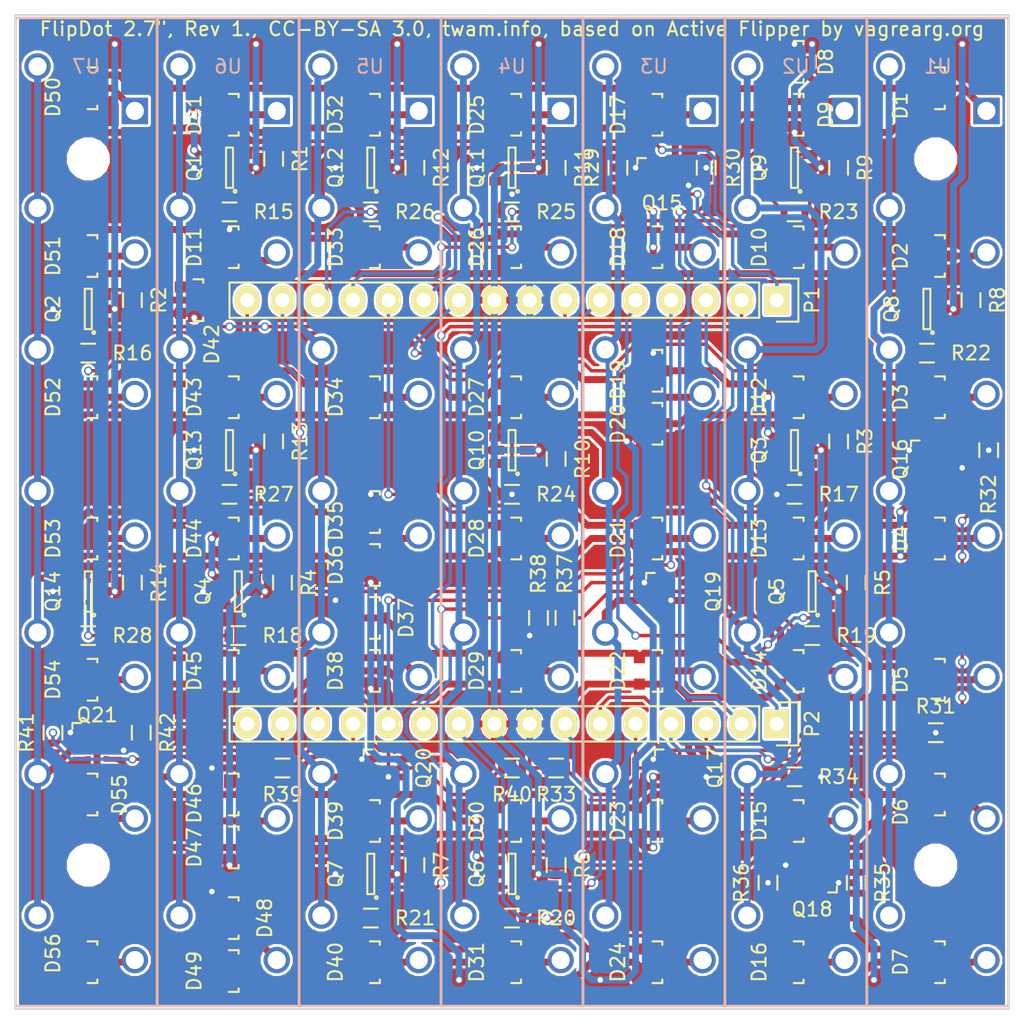
<source format=kicad_pcb>
(kicad_pcb (version 4) (host pcbnew "(2016-03-06 BZR 6610)-product")
  (title_block (title "FlipDot 2.7\"") (date 2016-03-06) (rev 1) (comment 1 "Grid Origin: 150, 100") (comment 3 "Based on Active Flipper by vagrearg.org") (comment 4 "License: CC-BY-SA 3.0"))
  (layers (0 F.Cu signal) (31 B.Cu signal) (34 B.Paste user) (35 F.Paste user) (36 B.SilkS user) (37 F.SilkS user) (38 B.Mask user) (39 F.Mask user) (44 Edge.Cuts user))
  (net 0 "")
  (net 1 GND)
  (net 2 VCC)
  (net 3 "Net-(Q1-Pad3)")
  (net 4 "Net-(Q2-Pad3)")
  (net 5 "Net-(Q3-Pad3)")
  (net 6 "Net-(Q4-Pad3)")
  (net 7 "Net-(Q5-Pad3)")
  (net 8 "Net-(Q6-Pad3)")
  (net 9 "Net-(Q7-Pad3)")
  (net 10 "Net-(Q8-Pad3)")
  (net 11 "Net-(Q9-Pad3)")
  (net 12 "Net-(Q10-Pad3)")
  (net 13 "Net-(Q11-Pad3)")
  (net 14 "Net-(Q12-Pad3)")
  (net 15 "Net-(Q13-Pad3)")
  (net 16 "Net-(Q14-Pad3)")
  (net 17 "Net-(D1-Pad3)")
  (net 18 "Net-(D2-Pad3)")
  (net 19 "Net-(D3-Pad3)")
  (net 20 "Net-(D4-Pad3)")
  (net 21 "Net-(D5-Pad3)")
  (net 22 "Net-(D6-Pad3)")
  (net 23 "Net-(D10-Pad3)")
  (net 24 "Net-(D12-Pad3)")
  (net 25 "Net-(D13-Pad3)")
  (net 26 "Net-(D14-Pad3)")
  (net 27 "Net-(D15-Pad3)")
  (net 28 "Net-(D16-Pad3)")
  (net 29 "Net-(D17-Pad3)")
  (net 30 "Net-(D18-Pad3)")
  (net 31 "Net-(D21-Pad3)")
  (net 32 "Net-(D22-Pad3)")
  (net 33 "Net-(D23-Pad3)")
  (net 34 "Net-(D24-Pad3)")
  (net 35 "Net-(D25-Pad3)")
  (net 36 "Net-(D26-Pad3)")
  (net 37 "Net-(D27-Pad3)")
  (net 38 "Net-(D28-Pad3)")
  (net 39 "Net-(D29-Pad3)")
  (net 40 "Net-(D30-Pad3)")
  (net 41 "Net-(D31-Pad3)")
  (net 42 "Net-(D32-Pad3)")
  (net 43 "Net-(D33-Pad3)")
  (net 44 "Net-(D34-Pad3)")
  (net 45 "Net-(D39-Pad3)")
  (net 46 "Net-(D40-Pad3)")
  (net 47 "Net-(D41-Pad3)")
  (net 48 "Net-(D43-Pad3)")
  (net 49 "Net-(D44-Pad3)")
  (net 50 "Net-(D45-Pad3)")
  (net 51 /CH0)
  (net 52 /CL0)
  (net 53 /CH1)
  (net 54 /CL1)
  (net 55 /CH2)
  (net 56 /CL2)
  (net 57 /CH3)
  (net 58 /CL3)
  (net 59 /CH4)
  (net 60 /CL4)
  (net 61 /CH5)
  (net 62 /CL5)
  (net 63 /CH6)
  (net 64 /CL6)
  (net 65 "Net-(D7-Pad3)")
  (net 66 "Net-(D8-Pad2)")
  (net 67 "Net-(D11-Pad2)")
  (net 68 "Net-(D19-Pad2)")
  (net 69 "Net-(D35-Pad2)")
  (net 70 "Net-(D37-Pad2)")
  (net 71 "Net-(D46-Pad2)")
  (net 72 "Net-(D48-Pad2)")
  (net 73 "Net-(D50-Pad3)")
  (net 74 "Net-(D51-Pad3)")
  (net 75 "Net-(D52-Pad3)")
  (net 76 "Net-(D53-Pad3)")
  (net 77 "Net-(D54-Pad3)")
  (net 78 "Net-(D55-Pad3)")
  (net 79 "Net-(D56-Pad3)")
  (net 80 /CHI0)
  (net 81 /CHI1)
  (net 82 /CHI2)
  (net 83 /CHI3)
  (net 84 /CHI4)
  (net 85 /CHI5)
  (net 86 /CHI6)
  (net 87 /RHI0)
  (net 88 /RHI1)
  (net 89 /RHI2)
  (net 90 /RHI3)
  (net 91 /RHI4)
  (net 92 /RHI5)
  (net 93 /RHI6)
  (net 94 /CLI0)
  (net 95 /CLI1)
  (net 96 /CLI2)
  (net 97 /CLI3)
  (net 98 /CLI4)
  (net 99 /CLI5)
  (net 100 /CLI6)
  (net 101 /RLI0)
  (net 102 /RLI1)
  (net 103 /RLI2)
  (net 104 /RLI3)
  (net 105 /RLI4)
  (net 106 /RLI5)
  (net 107 /RLI6)
  (net 108 /LS0)
  (net 109 /LS1)
  (net 110 /LS2)
  (net 111 /LS3)
  (net 112 /LS4)
  (net 113 /LS5)
  (net 114 /LS6)
  (module Mounting_Holes_Local:MountingHole_2.7mm_M2.5 (layer F.Cu) (at 180.48 125.4)
    (fp_text reference REF** hide)
    (fp_text value MountingHole_2.7mm_M2.5)
    (pad 1 np_thru_hole circle (at 0 0) (size 2.7 2.7) (drill 2.7) (layers *.Cu *.Mask F.SilkS))
  )
  (module Mounting_Holes_Local:MountingHole_2.7mm_M2.5 (layer F.Cu) (at 119.52 125.4)
    (fp_text reference REF** hide)
    (fp_text value MountingHole_2.7mm_M2.5)
    (pad 1 np_thru_hole circle (at 0 0) (size 2.7 2.7) (drill 2.7) (layers *.Cu *.Mask F.SilkS))
  )
  (module Mounting_Holes_Local:MountingHole_2.7mm_M2.5 (layer F.Cu) (at 180.48 74.6)
    (fp_text reference REF** hide)
    (fp_text value MountingHole_2.7mm_M2.5)
    (pad 1 np_thru_hole circle (at 0 0) (size 2.7 2.7) (drill 2.7) (layers *.Cu *.Mask F.SilkS))
  )
  (module Mounting_Holes_Local:MountingHole_2.7mm_M2.5 (layer F.Cu) (at 119.52 74.6)
    (fp_text reference REF** hide)
    (fp_text value MountingHole_2.7mm_M2.5)
    (pad 1 np_thru_hole circle (at 0 0) (size 2.7 2.7) (drill 2.7) (layers *.Cu *.Mask F.SilkS))
  )
  (module TO_SOT_Packages_SMD:SOT-23 (layer F.Cu) (at 180.48 69.52 270)
    (fp_text reference D1 (at 1.27 2.54 270) (layer F.SilkS))
    (fp_text value PMBD7000)
    (pad 1 smd rect (at -0.95 1.00076 270) (size 0.8001 0.8001) (layers F.Cu F.Paste F.Mask) (net 51 /CH0))
    (pad 2 smd rect (at 0.95 1.00076 270) (size 0.8001 0.8001) (layers F.Cu F.Paste F.Mask) (net 52 /CL0))
    (pad 3 smd rect (at 0 -0.99822 270) (size 0.8001 0.8001) (layers F.Cu F.Paste F.Mask) (net 17 "Net-(D1-Pad3)"))
  )
  (module TO_SOT_Packages_SMD:SOT-23 (layer F.Cu) (at 180.48 81.585 270)
    (fp_text reference D2 (at 0 2.54 270) (layer F.SilkS))
    (fp_text value PMBD7000)
    (pad 1 smd rect (at -0.95 1.00076 270) (size 0.8001 0.8001) (layers F.Cu F.Paste F.Mask) (net 53 /CH1))
    (pad 2 smd rect (at 0.95 1.00076 270) (size 0.8001 0.8001) (layers F.Cu F.Paste F.Mask) (net 54 /CL1))
    (pad 3 smd rect (at 0 -0.99822 270) (size 0.8001 0.8001) (layers F.Cu F.Paste F.Mask) (net 18 "Net-(D2-Pad3)"))
  )
  (module TO_SOT_Packages_SMD:SOT-23 (layer F.Cu) (at 180.48 91.745 270)
    (fp_text reference D3 (at 0 2.54 270) (layer F.SilkS))
    (fp_text value PMBD7000)
    (pad 1 smd rect (at -0.95 1.00076 270) (size 0.8001 0.8001) (layers F.Cu F.Paste F.Mask) (net 55 /CH2))
    (pad 2 smd rect (at 0.95 1.00076 270) (size 0.8001 0.8001) (layers F.Cu F.Paste F.Mask) (net 56 /CL2))
    (pad 3 smd rect (at 0 -0.99822 270) (size 0.8001 0.8001) (layers F.Cu F.Paste F.Mask) (net 19 "Net-(D3-Pad3)"))
  )
  (module TO_SOT_Packages_SMD:SOT-23 (layer F.Cu) (at 180.48 101.905 270)
    (fp_text reference D4 (at 0 2.54 270) (layer F.SilkS))
    (fp_text value PMBD7000)
    (pad 1 smd rect (at -0.95 1.00076 270) (size 0.8001 0.8001) (layers F.Cu F.Paste F.Mask) (net 57 /CH3))
    (pad 2 smd rect (at 0.95 1.00076 270) (size 0.8001 0.8001) (layers F.Cu F.Paste F.Mask) (net 58 /CL3))
    (pad 3 smd rect (at 0 -0.99822 270) (size 0.8001 0.8001) (layers F.Cu F.Paste F.Mask) (net 20 "Net-(D4-Pad3)"))
  )
  (module TO_SOT_Packages_SMD:SOT-23 (layer F.Cu) (at 180.48 112.065 270)
    (fp_text reference D5 (at 0 2.54 270) (layer F.SilkS))
    (fp_text value PMBD7000)
    (pad 1 smd rect (at -0.95 1.00076 270) (size 0.8001 0.8001) (layers F.Cu F.Paste F.Mask) (net 59 /CH4))
    (pad 2 smd rect (at 0.95 1.00076 270) (size 0.8001 0.8001) (layers F.Cu F.Paste F.Mask) (net 60 /CL4))
    (pad 3 smd rect (at 0 -0.99822 270) (size 0.8001 0.8001) (layers F.Cu F.Paste F.Mask) (net 21 "Net-(D5-Pad3)"))
  )
  (module TO_SOT_Packages_SMD:SOT-23 (layer F.Cu) (at 180.48 120.32 270)
    (fp_text reference D6 (at 1.27 2.54 270) (layer F.SilkS))
    (fp_text value PMBD7000)
    (pad 1 smd rect (at -0.95 1.00076 270) (size 0.8001 0.8001) (layers F.Cu F.Paste F.Mask) (net 61 /CH5))
    (pad 2 smd rect (at 0.95 1.00076 270) (size 0.8001 0.8001) (layers F.Cu F.Paste F.Mask) (net 62 /CL5))
    (pad 3 smd rect (at 0 -0.99822 270) (size 0.8001 0.8001) (layers F.Cu F.Paste F.Mask) (net 22 "Net-(D6-Pad3)"))
  )
  (module TO_SOT_Packages_SMD:SOT-23 (layer F.Cu) (at 180.48 132.385 270)
    (fp_text reference D7 (at 0 2.54 270) (layer F.SilkS))
    (fp_text value PMBD7000)
    (pad 1 smd rect (at -0.95 1.00076 270) (size 0.8001 0.8001) (layers F.Cu F.Paste F.Mask) (net 63 /CH6))
    (pad 2 smd rect (at 0.95 1.00076 270) (size 0.8001 0.8001) (layers F.Cu F.Paste F.Mask) (net 64 /CL6))
    (pad 3 smd rect (at 0 -0.99822 270) (size 0.8001 0.8001) (layers F.Cu F.Paste F.Mask) (net 65 "Net-(D7-Pad3)"))
  )
  (module TO_SOT_Packages_SMD:SOT-23 (layer F.Cu) (at 170.32 67.615 270)
    (fp_text reference D8 (at 0 -2.25 270) (layer F.SilkS))
    (fp_text value PMBD7000)
    (pad 1 smd rect (at -0.95 1.00076 270) (size 0.8001 0.8001) (layers F.Cu F.Paste F.Mask) (net 1 GND))
    (pad 2 smd rect (at 0.95 1.00076 270) (size 0.8001 0.8001) (layers F.Cu F.Paste F.Mask) (net 66 "Net-(D8-Pad2)"))
    (pad 3 smd rect (at 0 -0.99822 270) (size 0.8001 0.8001) (layers F.Cu F.Paste F.Mask) (net 51 /CH0))
  )
  (module TO_SOT_Packages_SMD:SOT-23 (layer F.Cu) (at 170.32 71.425 270)
    (fp_text reference D9 (at 0 -2.25 270) (layer F.SilkS))
    (fp_text value PMBD7000)
    (pad 1 smd rect (at -0.95 1.00076 270) (size 0.8001 0.8001) (layers F.Cu F.Paste F.Mask) (net 66 "Net-(D8-Pad2)"))
    (pad 2 smd rect (at 0.95 1.00076 270) (size 0.8001 0.8001) (layers F.Cu F.Paste F.Mask) (net 2 VCC))
    (pad 3 smd rect (at 0 -0.99822 270) (size 0.8001 0.8001) (layers F.Cu F.Paste F.Mask) (net 52 /CL0))
  )
  (module TO_SOT_Packages_SMD:SOT-23 (layer F.Cu) (at 170.32 80.95 270)
    (fp_text reference D10 (at 0 2.54 270) (layer F.SilkS))
    (fp_text value PMBD7000)
    (pad 1 smd rect (at -0.95 1.00076 270) (size 0.8001 0.8001) (layers F.Cu F.Paste F.Mask) (net 53 /CH1))
    (pad 2 smd rect (at 0.95 1.00076 270) (size 0.8001 0.8001) (layers F.Cu F.Paste F.Mask) (net 54 /CL1))
    (pad 3 smd rect (at 0 -0.99822 270) (size 0.8001 0.8001) (layers F.Cu F.Paste F.Mask) (net 23 "Net-(D10-Pad3)"))
  )
  (module TO_SOT_Packages_SMD:SOT-23 (layer F.Cu) (at 129.68 80.95 270)
    (fp_text reference D11 (at 0 2.54 270) (layer F.SilkS))
    (fp_text value PMBD7000)
    (pad 1 smd rect (at -0.95 1.00076 270) (size 0.8001 0.8001) (layers F.Cu F.Paste F.Mask) (net 1 GND))
    (pad 2 smd rect (at 0.95 1.00076 270) (size 0.8001 0.8001) (layers F.Cu F.Paste F.Mask) (net 67 "Net-(D11-Pad2)"))
    (pad 3 smd rect (at 0 -0.99822 270) (size 0.8001 0.8001) (layers F.Cu F.Paste F.Mask) (net 53 /CH1))
  )
  (module TO_SOT_Packages_SMD:SOT-23 (layer F.Cu) (at 170.32 91.745 270)
    (fp_text reference D12 (at 0 2.54 270) (layer F.SilkS))
    (fp_text value PMBD7000)
    (pad 1 smd rect (at -0.95 1.00076 270) (size 0.8001 0.8001) (layers F.Cu F.Paste F.Mask) (net 55 /CH2))
    (pad 2 smd rect (at 0.95 1.00076 270) (size 0.8001 0.8001) (layers F.Cu F.Paste F.Mask) (net 56 /CL2))
    (pad 3 smd rect (at 0 -0.99822 270) (size 0.8001 0.8001) (layers F.Cu F.Paste F.Mask) (net 24 "Net-(D12-Pad3)"))
  )
  (module TO_SOT_Packages_SMD:SOT-23 (layer F.Cu) (at 170.32 101.905 270)
    (fp_text reference D13 (at 0 2.54 270) (layer F.SilkS))
    (fp_text value PMBD7000)
    (pad 1 smd rect (at -0.95 1.00076 270) (size 0.8001 0.8001) (layers F.Cu F.Paste F.Mask) (net 57 /CH3))
    (pad 2 smd rect (at 0.95 1.00076 270) (size 0.8001 0.8001) (layers F.Cu F.Paste F.Mask) (net 58 /CL3))
    (pad 3 smd rect (at 0 -0.99822 270) (size 0.8001 0.8001) (layers F.Cu F.Paste F.Mask) (net 25 "Net-(D13-Pad3)"))
  )
  (module TO_SOT_Packages_SMD:SOT-23 (layer F.Cu) (at 170.32 111.43 270)
    (fp_text reference D14 (at 0 2.54 270) (layer F.SilkS))
    (fp_text value PMBD7000)
    (pad 1 smd rect (at -0.95 1.00076 270) (size 0.8001 0.8001) (layers F.Cu F.Paste F.Mask) (net 59 /CH4))
    (pad 2 smd rect (at 0.95 1.00076 270) (size 0.8001 0.8001) (layers F.Cu F.Paste F.Mask) (net 60 /CL4))
    (pad 3 smd rect (at 0 -0.99822 270) (size 0.8001 0.8001) (layers F.Cu F.Paste F.Mask) (net 26 "Net-(D14-Pad3)"))
  )
  (module TO_SOT_Packages_SMD:SOT-23 (layer F.Cu) (at 170.32 122.225 270)
    (fp_text reference D15 (at 0 2.54 270) (layer F.SilkS))
    (fp_text value PMBD7000)
    (pad 1 smd rect (at -0.95 1.00076 270) (size 0.8001 0.8001) (layers F.Cu F.Paste F.Mask) (net 61 /CH5))
    (pad 2 smd rect (at 0.95 1.00076 270) (size 0.8001 0.8001) (layers F.Cu F.Paste F.Mask) (net 62 /CL5))
    (pad 3 smd rect (at 0 -0.99822 270) (size 0.8001 0.8001) (layers F.Cu F.Paste F.Mask) (net 27 "Net-(D15-Pad3)"))
  )
  (module TO_SOT_Packages_SMD:SOT-23 (layer F.Cu) (at 170.32 132.385 270)
    (fp_text reference D16 (at 0 2.54 270) (layer F.SilkS))
    (fp_text value PMBD7000)
    (pad 1 smd rect (at -0.95 1.00076 270) (size 0.8001 0.8001) (layers F.Cu F.Paste F.Mask) (net 63 /CH6))
    (pad 2 smd rect (at 0.95 1.00076 270) (size 0.8001 0.8001) (layers F.Cu F.Paste F.Mask) (net 64 /CL6))
    (pad 3 smd rect (at 0 -0.99822 270) (size 0.8001 0.8001) (layers F.Cu F.Paste F.Mask) (net 28 "Net-(D16-Pad3)"))
  )
  (module TO_SOT_Packages_SMD:SOT-23 (layer F.Cu) (at 160.16 71.425 270)
    (fp_text reference D17 (at 0 2.54 270) (layer F.SilkS))
    (fp_text value PMBD7000)
    (pad 1 smd rect (at -0.95 1.00076 270) (size 0.8001 0.8001) (layers F.Cu F.Paste F.Mask) (net 51 /CH0))
    (pad 2 smd rect (at 0.95 1.00076 270) (size 0.8001 0.8001) (layers F.Cu F.Paste F.Mask) (net 52 /CL0))
    (pad 3 smd rect (at 0 -0.99822 270) (size 0.8001 0.8001) (layers F.Cu F.Paste F.Mask) (net 29 "Net-(D17-Pad3)"))
  )
  (module TO_SOT_Packages_SMD:SOT-23 (layer F.Cu) (at 160.16 80.95 270)
    (fp_text reference D18 (at 0 2.54 270) (layer F.SilkS))
    (fp_text value PMBD7000)
    (pad 1 smd rect (at -0.95 1.00076 270) (size 0.8001 0.8001) (layers F.Cu F.Paste F.Mask) (net 53 /CH1))
    (pad 2 smd rect (at 0.95 1.00076 270) (size 0.8001 0.8001) (layers F.Cu F.Paste F.Mask) (net 54 /CL1))
    (pad 3 smd rect (at 0 -0.99822 270) (size 0.8001 0.8001) (layers F.Cu F.Paste F.Mask) (net 30 "Net-(D18-Pad3)"))
  )
  (module TO_SOT_Packages_SMD:SOT-23 (layer F.Cu) (at 160.16 89.84 270)
    (fp_text reference D19 (at 0.635 2.54 270) (layer F.SilkS))
    (fp_text value PMBD7000)
    (pad 1 smd rect (at -0.95 1.00076 270) (size 0.8001 0.8001) (layers F.Cu F.Paste F.Mask) (net 1 GND))
    (pad 2 smd rect (at 0.95 1.00076 270) (size 0.8001 0.8001) (layers F.Cu F.Paste F.Mask) (net 68 "Net-(D19-Pad2)"))
    (pad 3 smd rect (at 0 -0.99822 270) (size 0.8001 0.8001) (layers F.Cu F.Paste F.Mask) (net 55 /CH2))
  )
  (module TO_SOT_Packages_SMD:SOT-23 (layer F.Cu) (at 160.16 93.65 270)
    (fp_text reference D20 (at 0 2.54 270) (layer F.SilkS))
    (fp_text value PMBD7000)
    (pad 1 smd rect (at -0.95 1.00076 270) (size 0.8001 0.8001) (layers F.Cu F.Paste F.Mask) (net 68 "Net-(D19-Pad2)"))
    (pad 2 smd rect (at 0.95 1.00076 270) (size 0.8001 0.8001) (layers F.Cu F.Paste F.Mask) (net 2 VCC))
    (pad 3 smd rect (at 0 -0.99822 270) (size 0.8001 0.8001) (layers F.Cu F.Paste F.Mask) (net 56 /CL2))
  )
  (module TO_SOT_Packages_SMD:SOT-23 (layer F.Cu) (at 160.16 101.905 270)
    (fp_text reference D21 (at 0 2.54 270) (layer F.SilkS))
    (fp_text value PMBD7000)
    (pad 1 smd rect (at -0.95 1.00076 270) (size 0.8001 0.8001) (layers F.Cu F.Paste F.Mask) (net 57 /CH3))
    (pad 2 smd rect (at 0.95 1.00076 270) (size 0.8001 0.8001) (layers F.Cu F.Paste F.Mask) (net 58 /CL3))
    (pad 3 smd rect (at 0 -0.99822 270) (size 0.8001 0.8001) (layers F.Cu F.Paste F.Mask) (net 31 "Net-(D21-Pad3)"))
  )
  (module TO_SOT_Packages_SMD:SOT-23 (layer F.Cu) (at 160.16 111.43 270)
    (fp_text reference D22 (at 0 2.54 270) (layer F.SilkS))
    (fp_text value PMBD7000)
    (pad 1 smd rect (at -0.95 1.00076 270) (size 0.8001 0.8001) (layers F.Cu F.Paste F.Mask) (net 59 /CH4))
    (pad 2 smd rect (at 0.95 1.00076 270) (size 0.8001 0.8001) (layers F.Cu F.Paste F.Mask) (net 60 /CL4))
    (pad 3 smd rect (at 0 -0.99822 270) (size 0.8001 0.8001) (layers F.Cu F.Paste F.Mask) (net 32 "Net-(D22-Pad3)"))
  )
  (module TO_SOT_Packages_SMD:SOT-23 (layer F.Cu) (at 160.16 122.225 270)
    (fp_text reference D23 (at 0 2.54 270) (layer F.SilkS))
    (fp_text value PMBD7000)
    (pad 1 smd rect (at -0.95 1.00076 270) (size 0.8001 0.8001) (layers F.Cu F.Paste F.Mask) (net 61 /CH5))
    (pad 2 smd rect (at 0.95 1.00076 270) (size 0.8001 0.8001) (layers F.Cu F.Paste F.Mask) (net 62 /CL5))
    (pad 3 smd rect (at 0 -0.99822 270) (size 0.8001 0.8001) (layers F.Cu F.Paste F.Mask) (net 33 "Net-(D23-Pad3)"))
  )
  (module TO_SOT_Packages_SMD:SOT-23 (layer F.Cu) (at 160.16 132.385 270)
    (fp_text reference D24 (at 0 2.54 270) (layer F.SilkS))
    (fp_text value PMBD7000)
    (pad 1 smd rect (at -0.95 1.00076 270) (size 0.8001 0.8001) (layers F.Cu F.Paste F.Mask) (net 63 /CH6))
    (pad 2 smd rect (at 0.95 1.00076 270) (size 0.8001 0.8001) (layers F.Cu F.Paste F.Mask) (net 64 /CL6))
    (pad 3 smd rect (at 0 -0.99822 270) (size 0.8001 0.8001) (layers F.Cu F.Paste F.Mask) (net 34 "Net-(D24-Pad3)"))
  )
  (module TO_SOT_Packages_SMD:SOT-23 (layer F.Cu) (at 150 71.425 270)
    (fp_text reference D25 (at 0 2.54 270) (layer F.SilkS))
    (fp_text value PMBD7000)
    (pad 1 smd rect (at -0.95 1.00076 270) (size 0.8001 0.8001) (layers F.Cu F.Paste F.Mask) (net 51 /CH0))
    (pad 2 smd rect (at 0.95 1.00076 270) (size 0.8001 0.8001) (layers F.Cu F.Paste F.Mask) (net 52 /CL0))
    (pad 3 smd rect (at 0 -0.99822 270) (size 0.8001 0.8001) (layers F.Cu F.Paste F.Mask) (net 35 "Net-(D25-Pad3)"))
  )
  (module TO_SOT_Packages_SMD:SOT-23 (layer F.Cu) (at 150 80.95 270)
    (fp_text reference D26 (at 0 2.54 270) (layer F.SilkS))
    (fp_text value PMBD7000)
    (pad 1 smd rect (at -0.95 1.00076 270) (size 0.8001 0.8001) (layers F.Cu F.Paste F.Mask) (net 53 /CH1))
    (pad 2 smd rect (at 0.95 1.00076 270) (size 0.8001 0.8001) (layers F.Cu F.Paste F.Mask) (net 54 /CL1))
    (pad 3 smd rect (at 0 -0.99822 270) (size 0.8001 0.8001) (layers F.Cu F.Paste F.Mask) (net 36 "Net-(D26-Pad3)"))
  )
  (module TO_SOT_Packages_SMD:SOT-23 (layer F.Cu) (at 150 91.745 270)
    (fp_text reference D27 (at 0 2.54 270) (layer F.SilkS))
    (fp_text value PMBD7000)
    (pad 1 smd rect (at -0.95 1.00076 270) (size 0.8001 0.8001) (layers F.Cu F.Paste F.Mask) (net 55 /CH2))
    (pad 2 smd rect (at 0.95 1.00076 270) (size 0.8001 0.8001) (layers F.Cu F.Paste F.Mask) (net 56 /CL2))
    (pad 3 smd rect (at 0 -0.99822 270) (size 0.8001 0.8001) (layers F.Cu F.Paste F.Mask) (net 37 "Net-(D27-Pad3)"))
  )
  (module TO_SOT_Packages_SMD:SOT-23 (layer F.Cu) (at 150 101.905 270)
    (fp_text reference D28 (at 0 2.54 270) (layer F.SilkS))
    (fp_text value PMBD7000)
    (pad 1 smd rect (at -0.95 1.00076 270) (size 0.8001 0.8001) (layers F.Cu F.Paste F.Mask) (net 57 /CH3))
    (pad 2 smd rect (at 0.95 1.00076 270) (size 0.8001 0.8001) (layers F.Cu F.Paste F.Mask) (net 58 /CL3))
    (pad 3 smd rect (at 0 -0.99822 270) (size 0.8001 0.8001) (layers F.Cu F.Paste F.Mask) (net 38 "Net-(D28-Pad3)"))
  )
  (module TO_SOT_Packages_SMD:SOT-23 (layer F.Cu) (at 150 111.43 270)
    (fp_text reference D29 (at 0 2.54 270) (layer F.SilkS))
    (fp_text value PMBD7000)
    (pad 1 smd rect (at -0.95 1.00076 270) (size 0.8001 0.8001) (layers F.Cu F.Paste F.Mask) (net 59 /CH4))
    (pad 2 smd rect (at 0.95 1.00076 270) (size 0.8001 0.8001) (layers F.Cu F.Paste F.Mask) (net 60 /CL4))
    (pad 3 smd rect (at 0 -0.99822 270) (size 0.8001 0.8001) (layers F.Cu F.Paste F.Mask) (net 39 "Net-(D29-Pad3)"))
  )
  (module TO_SOT_Packages_SMD:SOT-23 (layer F.Cu) (at 150 122.225 270)
    (fp_text reference D30 (at 0 2.54 270) (layer F.SilkS))
    (fp_text value PMBD7000)
    (pad 1 smd rect (at -0.95 1.00076 270) (size 0.8001 0.8001) (layers F.Cu F.Paste F.Mask) (net 61 /CH5))
    (pad 2 smd rect (at 0.95 1.00076 270) (size 0.8001 0.8001) (layers F.Cu F.Paste F.Mask) (net 62 /CL5))
    (pad 3 smd rect (at 0 -0.99822 270) (size 0.8001 0.8001) (layers F.Cu F.Paste F.Mask) (net 40 "Net-(D30-Pad3)"))
  )
  (module TO_SOT_Packages_SMD:SOT-23 (layer F.Cu) (at 150 132.385 270)
    (fp_text reference D31 (at 0 2.54 270) (layer F.SilkS))
    (fp_text value PMBD7000)
    (pad 1 smd rect (at -0.95 1.00076 270) (size 0.8001 0.8001) (layers F.Cu F.Paste F.Mask) (net 63 /CH6))
    (pad 2 smd rect (at 0.95 1.00076 270) (size 0.8001 0.8001) (layers F.Cu F.Paste F.Mask) (net 64 /CL6))
    (pad 3 smd rect (at 0 -0.99822 270) (size 0.8001 0.8001) (layers F.Cu F.Paste F.Mask) (net 41 "Net-(D31-Pad3)"))
  )
  (module TO_SOT_Packages_SMD:SOT-23 (layer F.Cu) (at 139.84 71.425 270)
    (fp_text reference D32 (at 0 2.54 270) (layer F.SilkS))
    (fp_text value PMBD7000)
    (pad 1 smd rect (at -0.95 1.00076 270) (size 0.8001 0.8001) (layers F.Cu F.Paste F.Mask) (net 51 /CH0))
    (pad 2 smd rect (at 0.95 1.00076 270) (size 0.8001 0.8001) (layers F.Cu F.Paste F.Mask) (net 52 /CL0))
    (pad 3 smd rect (at 0 -0.99822 270) (size 0.8001 0.8001) (layers F.Cu F.Paste F.Mask) (net 42 "Net-(D32-Pad3)"))
  )
  (module TO_SOT_Packages_SMD:SOT-23 (layer F.Cu) (at 139.84 80.95 270)
    (fp_text reference D33 (at 0 2.54 270) (layer F.SilkS))
    (fp_text value PMBD7000)
    (pad 1 smd rect (at -0.95 1.00076 270) (size 0.8001 0.8001) (layers F.Cu F.Paste F.Mask) (net 53 /CH1))
    (pad 2 smd rect (at 0.95 1.00076 270) (size 0.8001 0.8001) (layers F.Cu F.Paste F.Mask) (net 54 /CL1))
    (pad 3 smd rect (at 0 -0.99822 270) (size 0.8001 0.8001) (layers F.Cu F.Paste F.Mask) (net 43 "Net-(D33-Pad3)"))
  )
  (module TO_SOT_Packages_SMD:SOT-23 (layer F.Cu) (at 139.84 91.745 270)
    (fp_text reference D34 (at 0 2.54 270) (layer F.SilkS))
    (fp_text value PMBD7000)
    (pad 1 smd rect (at -0.95 1.00076 270) (size 0.8001 0.8001) (layers F.Cu F.Paste F.Mask) (net 55 /CH2))
    (pad 2 smd rect (at 0.95 1.00076 270) (size 0.8001 0.8001) (layers F.Cu F.Paste F.Mask) (net 56 /CL2))
    (pad 3 smd rect (at 0 -0.99822 270) (size 0.8001 0.8001) (layers F.Cu F.Paste F.Mask) (net 44 "Net-(D34-Pad3)"))
  )
  (module TO_SOT_Packages_SMD:SOT-23 (layer F.Cu) (at 139.84 100 270)
    (fp_text reference D35 (at 0.635 2.54 270) (layer F.SilkS))
    (fp_text value PMBD7000)
    (pad 1 smd rect (at -0.95 1.00076 270) (size 0.8001 0.8001) (layers F.Cu F.Paste F.Mask) (net 1 GND))
    (pad 2 smd rect (at 0.95 1.00076 270) (size 0.8001 0.8001) (layers F.Cu F.Paste F.Mask) (net 69 "Net-(D35-Pad2)"))
    (pad 3 smd rect (at 0 -0.99822 270) (size 0.8001 0.8001) (layers F.Cu F.Paste F.Mask) (net 57 /CH3))
  )
  (module TO_SOT_Packages_SMD:SOT-23 (layer F.Cu) (at 139.84 103.81 270)
    (fp_text reference D36 (at 0 2.54 270) (layer F.SilkS))
    (fp_text value PMBD7000)
    (pad 1 smd rect (at -0.95 1.00076 270) (size 0.8001 0.8001) (layers F.Cu F.Paste F.Mask) (net 69 "Net-(D35-Pad2)"))
    (pad 2 smd rect (at 0.95 1.00076 270) (size 0.8001 0.8001) (layers F.Cu F.Paste F.Mask) (net 2 VCC))
    (pad 3 smd rect (at 0 -0.99822 270) (size 0.8001 0.8001) (layers F.Cu F.Paste F.Mask) (net 58 /CL3))
  )
  (module TO_SOT_Packages_SMD:SOT-23 (layer F.Cu) (at 139.84 107.62 270)
    (fp_text reference D37 (at 0 -2.54 270) (layer F.SilkS))
    (fp_text value PMBD7000)
    (pad 1 smd rect (at -0.95 1.00076 270) (size 0.8001 0.8001) (layers F.Cu F.Paste F.Mask) (net 1 GND))
    (pad 2 smd rect (at 0.95 1.00076 270) (size 0.8001 0.8001) (layers F.Cu F.Paste F.Mask) (net 70 "Net-(D37-Pad2)"))
    (pad 3 smd rect (at 0 -0.99822 270) (size 0.8001 0.8001) (layers F.Cu F.Paste F.Mask) (net 59 /CH4))
  )
  (module TO_SOT_Packages_SMD:SOT-23 (layer F.Cu) (at 139.84 111.43 270)
    (fp_text reference D38 (at 0 2.54 270) (layer F.SilkS))
    (fp_text value PMBD7000)
    (pad 1 smd rect (at -0.95 1.00076 270) (size 0.8001 0.8001) (layers F.Cu F.Paste F.Mask) (net 70 "Net-(D37-Pad2)"))
    (pad 2 smd rect (at 0.95 1.00076 270) (size 0.8001 0.8001) (layers F.Cu F.Paste F.Mask) (net 2 VCC))
    (pad 3 smd rect (at 0 -0.99822 270) (size 0.8001 0.8001) (layers F.Cu F.Paste F.Mask) (net 60 /CL4))
  )
  (module TO_SOT_Packages_SMD:SOT-23 (layer F.Cu) (at 139.84 122.225 270)
    (fp_text reference D39 (at 0 2.54 270) (layer F.SilkS))
    (fp_text value PMBD7000)
    (pad 1 smd rect (at -0.95 1.00076 270) (size 0.8001 0.8001) (layers F.Cu F.Paste F.Mask) (net 61 /CH5))
    (pad 2 smd rect (at 0.95 1.00076 270) (size 0.8001 0.8001) (layers F.Cu F.Paste F.Mask) (net 62 /CL5))
    (pad 3 smd rect (at 0 -0.99822 270) (size 0.8001 0.8001) (layers F.Cu F.Paste F.Mask) (net 45 "Net-(D39-Pad3)"))
  )
  (module TO_SOT_Packages_SMD:SOT-23 (layer F.Cu) (at 139.84 132.385 270)
    (fp_text reference D40 (at 0 2.54 270) (layer F.SilkS))
    (fp_text value PMBD7000)
    (pad 1 smd rect (at -0.95 1.00076 270) (size 0.8001 0.8001) (layers F.Cu F.Paste F.Mask) (net 63 /CH6))
    (pad 2 smd rect (at 0.95 1.00076 270) (size 0.8001 0.8001) (layers F.Cu F.Paste F.Mask) (net 64 /CL6))
    (pad 3 smd rect (at 0 -0.99822 270) (size 0.8001 0.8001) (layers F.Cu F.Paste F.Mask) (net 46 "Net-(D40-Pad3)"))
  )
  (module TO_SOT_Packages_SMD:SOT-23 (layer F.Cu) (at 129.68 71.425 270)
    (fp_text reference D41 (at 0 2.54 270) (layer F.SilkS))
    (fp_text value PMBD7000)
    (pad 1 smd rect (at -0.95 1.00076 270) (size 0.8001 0.8001) (layers F.Cu F.Paste F.Mask) (net 51 /CH0))
    (pad 2 smd rect (at 0.95 1.00076 270) (size 0.8001 0.8001) (layers F.Cu F.Paste F.Mask) (net 52 /CL0))
    (pad 3 smd rect (at 0 -0.99822 270) (size 0.8001 0.8001) (layers F.Cu F.Paste F.Mask) (net 47 "Net-(D41-Pad3)"))
  )
  (module TO_SOT_Packages_SMD:SOT-23 (layer F.Cu) (at 127.14 84.76 270)
    (fp_text reference D42 (at 3.175 -1.27 270) (layer F.SilkS))
    (fp_text value PMBD7000)
    (pad 1 smd rect (at -0.95 1.00076 270) (size 0.8001 0.8001) (layers F.Cu F.Paste F.Mask) (net 67 "Net-(D11-Pad2)"))
    (pad 2 smd rect (at 0.95 1.00076 270) (size 0.8001 0.8001) (layers F.Cu F.Paste F.Mask) (net 2 VCC))
    (pad 3 smd rect (at 0 -0.99822 270) (size 0.8001 0.8001) (layers F.Cu F.Paste F.Mask) (net 54 /CL1))
  )
  (module TO_SOT_Packages_SMD:SOT-23 (layer F.Cu) (at 129.68 91.745 270)
    (fp_text reference D43 (at 0 2.54 270) (layer F.SilkS))
    (fp_text value PMBD7000)
    (pad 1 smd rect (at -0.95 1.00076 270) (size 0.8001 0.8001) (layers F.Cu F.Paste F.Mask) (net 55 /CH2))
    (pad 2 smd rect (at 0.95 1.00076 270) (size 0.8001 0.8001) (layers F.Cu F.Paste F.Mask) (net 56 /CL2))
    (pad 3 smd rect (at 0 -0.99822 270) (size 0.8001 0.8001) (layers F.Cu F.Paste F.Mask) (net 48 "Net-(D43-Pad3)"))
  )
  (module TO_SOT_Packages_SMD:SOT-23 (layer F.Cu) (at 129.68 101.905 270)
    (fp_text reference D44 (at 0 2.54 270) (layer F.SilkS))
    (fp_text value PMBD7000)
    (pad 1 smd rect (at -0.95 1.00076 270) (size 0.8001 0.8001) (layers F.Cu F.Paste F.Mask) (net 57 /CH3))
    (pad 2 smd rect (at 0.95 1.00076 270) (size 0.8001 0.8001) (layers F.Cu F.Paste F.Mask) (net 58 /CL3))
    (pad 3 smd rect (at 0 -0.99822 270) (size 0.8001 0.8001) (layers F.Cu F.Paste F.Mask) (net 49 "Net-(D44-Pad3)"))
  )
  (module TO_SOT_Packages_SMD:SOT-23 (layer F.Cu) (at 129.68 111.43 270)
    (fp_text reference D45 (at 0 2.54 270) (layer F.SilkS))
    (fp_text value PMBD7000)
    (pad 1 smd rect (at -0.95 1.00076 270) (size 0.8001 0.8001) (layers F.Cu F.Paste F.Mask) (net 59 /CH4))
    (pad 2 smd rect (at 0.95 1.00076 270) (size 0.8001 0.8001) (layers F.Cu F.Paste F.Mask) (net 60 /CL4))
    (pad 3 smd rect (at 0 -0.99822 270) (size 0.8001 0.8001) (layers F.Cu F.Paste F.Mask) (net 50 "Net-(D45-Pad3)"))
  )
  (module TO_SOT_Packages_SMD:SOT-23 (layer F.Cu) (at 129.68 120.32 270)
    (fp_text reference D46 (at 0.635 2.54 270) (layer F.SilkS))
    (fp_text value PMBD7000)
    (pad 1 smd rect (at -0.95 1.00076 270) (size 0.8001 0.8001) (layers F.Cu F.Paste F.Mask) (net 1 GND))
    (pad 2 smd rect (at 0.95 1.00076 270) (size 0.8001 0.8001) (layers F.Cu F.Paste F.Mask) (net 71 "Net-(D46-Pad2)"))
    (pad 3 smd rect (at 0 -0.99822 270) (size 0.8001 0.8001) (layers F.Cu F.Paste F.Mask) (net 61 /CH5))
  )
  (module TO_SOT_Packages_SMD:SOT-23 (layer F.Cu) (at 129.68 124.13 270)
    (fp_text reference D47 (at 0 2.54 270) (layer F.SilkS))
    (fp_text value PMBD7000)
    (pad 1 smd rect (at -0.95 1.00076 270) (size 0.8001 0.8001) (layers F.Cu F.Paste F.Mask) (net 71 "Net-(D46-Pad2)"))
    (pad 2 smd rect (at 0.95 1.00076 270) (size 0.8001 0.8001) (layers F.Cu F.Paste F.Mask) (net 2 VCC))
    (pad 3 smd rect (at 0 -0.99822 270) (size 0.8001 0.8001) (layers F.Cu F.Paste F.Mask) (net 62 /CL5))
  )
  (module TO_SOT_Packages_SMD:SOT-23 (layer F.Cu) (at 129.68 129.21 270)
    (fp_text reference D48 (at 0 -2.54 270) (layer F.SilkS))
    (fp_text value PMBD7000)
    (pad 1 smd rect (at -0.95 1.00076 270) (size 0.8001 0.8001) (layers F.Cu F.Paste F.Mask) (net 1 GND))
    (pad 2 smd rect (at 0.95 1.00076 270) (size 0.8001 0.8001) (layers F.Cu F.Paste F.Mask) (net 72 "Net-(D48-Pad2)"))
    (pad 3 smd rect (at 0 -0.99822 270) (size 0.8001 0.8001) (layers F.Cu F.Paste F.Mask) (net 63 /CH6))
  )
  (module TO_SOT_Packages_SMD:SOT-23 (layer F.Cu) (at 129.68 133.02 270)
    (fp_text reference D49 (at 0 2.54 270) (layer F.SilkS))
    (fp_text value PMBD7000)
    (pad 1 smd rect (at -0.95 1.00076 270) (size 0.8001 0.8001) (layers F.Cu F.Paste F.Mask) (net 72 "Net-(D48-Pad2)"))
    (pad 2 smd rect (at 0.95 1.00076 270) (size 0.8001 0.8001) (layers F.Cu F.Paste F.Mask) (net 2 VCC))
    (pad 3 smd rect (at 0 -0.99822 270) (size 0.8001 0.8001) (layers F.Cu F.Paste F.Mask) (net 64 /CL6))
  )
  (module TO_SOT_Packages_SMD:SOT-23 (layer F.Cu) (at 119.52 69.52 270)
    (fp_text reference D50 (at 0.635 2.54 270) (layer F.SilkS))
    (fp_text value PMBD7000)
    (pad 1 smd rect (at -0.95 1.00076 270) (size 0.8001 0.8001) (layers F.Cu F.Paste F.Mask) (net 51 /CH0))
    (pad 2 smd rect (at 0.95 1.00076 270) (size 0.8001 0.8001) (layers F.Cu F.Paste F.Mask) (net 52 /CL0))
    (pad 3 smd rect (at 0 -0.99822 270) (size 0.8001 0.8001) (layers F.Cu F.Paste F.Mask) (net 73 "Net-(D50-Pad3)"))
  )
  (module Misc:AZXY5_2.7 (layer B.Cu) (at 115.87 67.95 270)
    (fp_text reference U7 (at 0 -3.5 360) (layer B.SilkS) (effects (justify mirror)))
    (fp_text value FlipDot)
    (pad 14 thru_hole circle (at 0 0 270) (size 1.9 1.9) (drill 1.3) (layers *.Cu *.Mask) (net 114 /LS6))
    (pad 13 thru_hole circle (at 10.18 0 270) (size 1.9 1.9) (drill 1.3) (layers *.Cu *.Mask) (net 114 /LS6))
    (pad 12 thru_hole circle (at 20.36 0 270) (size 1.9 1.9) (drill 1.3) (layers *.Cu *.Mask) (net 114 /LS6))
    (pad 11 thru_hole circle (at 30.54 0 270) (size 1.9 1.9) (drill 1.3) (layers *.Cu *.Mask) (net 114 /LS6))
    (pad 10 thru_hole circle (at 40.72 0 270) (size 1.9 1.9) (drill 1.3) (layers *.Cu *.Mask) (net 114 /LS6))
    (pad 9 thru_hole circle (at 50.9 0 270) (size 1.9 1.9) (drill 1.3) (layers *.Cu *.Mask) (net 114 /LS6))
    (pad 8 thru_hole circle (at 61.08 0 270) (size 1.9 1.9) (drill 1.3) (layers *.Cu *.Mask) (net 114 /LS6))
    (pad 1 thru_hole rect (at 3.2 -7 270) (size 1.9 1.9) (drill 1.3) (layers *.Cu *.Mask) (net 73 "Net-(D50-Pad3)"))
    (pad 2 thru_hole circle (at 13.38 -7 270) (size 1.9 1.9) (drill 1.3) (layers *.Cu *.Mask) (net 74 "Net-(D51-Pad3)"))
    (pad 3 thru_hole circle (at 23.56 -7 270) (size 1.9 1.9) (drill 1.3) (layers *.Cu *.Mask) (net 75 "Net-(D52-Pad3)"))
    (pad 4 thru_hole circle (at 33.74 -7 270) (size 1.9 1.9) (drill 1.3) (layers *.Cu *.Mask) (net 76 "Net-(D53-Pad3)"))
    (pad 5 thru_hole circle (at 43.92 -7 270) (size 1.9 1.9) (drill 1.3) (layers *.Cu *.Mask) (net 77 "Net-(D54-Pad3)"))
    (pad 6 thru_hole circle (at 54.1 -7 270) (size 1.9 1.9) (drill 1.3) (layers *.Cu *.Mask) (net 78 "Net-(D55-Pad3)"))
    (pad 7 thru_hole circle (at 64.28 -7 270) (size 1.9 1.9) (drill 1.3) (layers *.Cu *.Mask) (net 79 "Net-(D56-Pad3)"))
  )
  (module Misc:AZXY5_2.7 (layer B.Cu) (at 126.08 67.95 270)
    (fp_text reference U6 (at 0 -3.5 360) (layer B.SilkS) (effects (justify mirror)))
    (fp_text value FlipDot)
    (pad 14 thru_hole circle (at 0 0 270) (size 1.9 1.9) (drill 1.3) (layers *.Cu *.Mask) (net 113 /LS5))
    (pad 13 thru_hole circle (at 10.18 0 270) (size 1.9 1.9) (drill 1.3) (layers *.Cu *.Mask) (net 113 /LS5))
    (pad 12 thru_hole circle (at 20.36 0 270) (size 1.9 1.9) (drill 1.3) (layers *.Cu *.Mask) (net 113 /LS5))
    (pad 11 thru_hole circle (at 30.54 0 270) (size 1.9 1.9) (drill 1.3) (layers *.Cu *.Mask) (net 113 /LS5))
    (pad 10 thru_hole circle (at 40.72 0 270) (size 1.9 1.9) (drill 1.3) (layers *.Cu *.Mask) (net 113 /LS5))
    (pad 9 thru_hole circle (at 50.9 0 270) (size 1.9 1.9) (drill 1.3) (layers *.Cu *.Mask) (net 113 /LS5))
    (pad 8 thru_hole circle (at 61.08 0 270) (size 1.9 1.9) (drill 1.3) (layers *.Cu *.Mask) (net 113 /LS5))
    (pad 1 thru_hole rect (at 3.2 -7 270) (size 1.9 1.9) (drill 1.3) (layers *.Cu *.Mask) (net 47 "Net-(D41-Pad3)"))
    (pad 2 thru_hole circle (at 13.38 -7 270) (size 1.9 1.9) (drill 1.3) (layers *.Cu *.Mask) (net 67 "Net-(D11-Pad2)"))
    (pad 3 thru_hole circle (at 23.56 -7 270) (size 1.9 1.9) (drill 1.3) (layers *.Cu *.Mask) (net 48 "Net-(D43-Pad3)"))
    (pad 4 thru_hole circle (at 33.74 -7 270) (size 1.9 1.9) (drill 1.3) (layers *.Cu *.Mask) (net 49 "Net-(D44-Pad3)"))
    (pad 5 thru_hole circle (at 43.92 -7 270) (size 1.9 1.9) (drill 1.3) (layers *.Cu *.Mask) (net 50 "Net-(D45-Pad3)"))
    (pad 6 thru_hole circle (at 54.1 -7 270) (size 1.9 1.9) (drill 1.3) (layers *.Cu *.Mask) (net 71 "Net-(D46-Pad2)"))
    (pad 7 thru_hole circle (at 64.28 -7 270) (size 1.9 1.9) (drill 1.3) (layers *.Cu *.Mask) (net 72 "Net-(D48-Pad2)"))
  )
  (module Misc:AZXY5_2.7 (layer B.Cu) (at 136.29 67.95 270)
    (fp_text reference U5 (at 0 -3.5 360) (layer B.SilkS) (effects (justify mirror)))
    (fp_text value FlipDot)
    (pad 14 thru_hole circle (at 0 0 270) (size 1.9 1.9) (drill 1.3) (layers *.Cu *.Mask) (net 112 /LS4))
    (pad 13 thru_hole circle (at 10.18 0 270) (size 1.9 1.9) (drill 1.3) (layers *.Cu *.Mask) (net 112 /LS4))
    (pad 12 thru_hole circle (at 20.36 0 270) (size 1.9 1.9) (drill 1.3) (layers *.Cu *.Mask) (net 112 /LS4))
    (pad 11 thru_hole circle (at 30.54 0 270) (size 1.9 1.9) (drill 1.3) (layers *.Cu *.Mask) (net 112 /LS4))
    (pad 10 thru_hole circle (at 40.72 0 270) (size 1.9 1.9) (drill 1.3) (layers *.Cu *.Mask) (net 112 /LS4))
    (pad 9 thru_hole circle (at 50.9 0 270) (size 1.9 1.9) (drill 1.3) (layers *.Cu *.Mask) (net 112 /LS4))
    (pad 8 thru_hole circle (at 61.08 0 270) (size 1.9 1.9) (drill 1.3) (layers *.Cu *.Mask) (net 112 /LS4))
    (pad 1 thru_hole rect (at 3.2 -7 270) (size 1.9 1.9) (drill 1.3) (layers *.Cu *.Mask) (net 42 "Net-(D32-Pad3)"))
    (pad 2 thru_hole circle (at 13.38 -7 270) (size 1.9 1.9) (drill 1.3) (layers *.Cu *.Mask) (net 43 "Net-(D33-Pad3)"))
    (pad 3 thru_hole circle (at 23.56 -7 270) (size 1.9 1.9) (drill 1.3) (layers *.Cu *.Mask) (net 44 "Net-(D34-Pad3)"))
    (pad 4 thru_hole circle (at 33.74 -7 270) (size 1.9 1.9) (drill 1.3) (layers *.Cu *.Mask) (net 69 "Net-(D35-Pad2)"))
    (pad 5 thru_hole circle (at 43.92 -7 270) (size 1.9 1.9) (drill 1.3) (layers *.Cu *.Mask) (net 70 "Net-(D37-Pad2)"))
    (pad 6 thru_hole circle (at 54.1 -7 270) (size 1.9 1.9) (drill 1.3) (layers *.Cu *.Mask) (net 45 "Net-(D39-Pad3)"))
    (pad 7 thru_hole circle (at 64.28 -7 270) (size 1.9 1.9) (drill 1.3) (layers *.Cu *.Mask) (net 46 "Net-(D40-Pad3)"))
  )
  (module Misc:AZXY5_2.7 (layer B.Cu) (at 146.5 67.95 270)
    (fp_text reference U4 (at 0 -3.5 360) (layer B.SilkS) (effects (justify mirror)))
    (fp_text value FlipDot)
    (pad 14 thru_hole circle (at 0 0 270) (size 1.9 1.9) (drill 1.3) (layers *.Cu *.Mask) (net 111 /LS3))
    (pad 13 thru_hole circle (at 10.18 0 270) (size 1.9 1.9) (drill 1.3) (layers *.Cu *.Mask) (net 111 /LS3))
    (pad 12 thru_hole circle (at 20.36 0 270) (size 1.9 1.9) (drill 1.3) (layers *.Cu *.Mask) (net 111 /LS3))
    (pad 11 thru_hole circle (at 30.54 0 270) (size 1.9 1.9) (drill 1.3) (layers *.Cu *.Mask) (net 111 /LS3))
    (pad 10 thru_hole circle (at 40.72 0 270) (size 1.9 1.9) (drill 1.3) (layers *.Cu *.Mask) (net 111 /LS3))
    (pad 9 thru_hole circle (at 50.9 0 270) (size 1.9 1.9) (drill 1.3) (layers *.Cu *.Mask) (net 111 /LS3))
    (pad 8 thru_hole circle (at 61.08 0 270) (size 1.9 1.9) (drill 1.3) (layers *.Cu *.Mask) (net 111 /LS3))
    (pad 1 thru_hole rect (at 3.2 -7 270) (size 1.9 1.9) (drill 1.3) (layers *.Cu *.Mask) (net 35 "Net-(D25-Pad3)"))
    (pad 2 thru_hole circle (at 13.38 -7 270) (size 1.9 1.9) (drill 1.3) (layers *.Cu *.Mask) (net 36 "Net-(D26-Pad3)"))
    (pad 3 thru_hole circle (at 23.56 -7 270) (size 1.9 1.9) (drill 1.3) (layers *.Cu *.Mask) (net 37 "Net-(D27-Pad3)"))
    (pad 4 thru_hole circle (at 33.74 -7 270) (size 1.9 1.9) (drill 1.3) (layers *.Cu *.Mask) (net 38 "Net-(D28-Pad3)"))
    (pad 5 thru_hole circle (at 43.92 -7 270) (size 1.9 1.9) (drill 1.3) (layers *.Cu *.Mask) (net 39 "Net-(D29-Pad3)"))
    (pad 6 thru_hole circle (at 54.1 -7 270) (size 1.9 1.9) (drill 1.3) (layers *.Cu *.Mask) (net 40 "Net-(D30-Pad3)"))
    (pad 7 thru_hole circle (at 64.28 -7 270) (size 1.9 1.9) (drill 1.3) (layers *.Cu *.Mask) (net 41 "Net-(D31-Pad3)"))
  )
  (module Misc:AZXY5_2.7 (layer B.Cu) (at 156.71 67.95 270)
    (fp_text reference U3 (at 0 -3.5 360) (layer B.SilkS) (effects (justify mirror)))
    (fp_text value FlipDot)
    (pad 14 thru_hole circle (at 0 0 270) (size 1.9 1.9) (drill 1.3) (layers *.Cu *.Mask) (net 110 /LS2))
    (pad 13 thru_hole circle (at 10.18 0 270) (size 1.9 1.9) (drill 1.3) (layers *.Cu *.Mask) (net 110 /LS2))
    (pad 12 thru_hole circle (at 20.36 0 270) (size 1.9 1.9) (drill 1.3) (layers *.Cu *.Mask) (net 110 /LS2))
    (pad 11 thru_hole circle (at 30.54 0 270) (size 1.9 1.9) (drill 1.3) (layers *.Cu *.Mask) (net 110 /LS2))
    (pad 10 thru_hole circle (at 40.72 0 270) (size 1.9 1.9) (drill 1.3) (layers *.Cu *.Mask) (net 110 /LS2))
    (pad 9 thru_hole circle (at 50.9 0 270) (size 1.9 1.9) (drill 1.3) (layers *.Cu *.Mask) (net 110 /LS2))
    (pad 8 thru_hole circle (at 61.08 0 270) (size 1.9 1.9) (drill 1.3) (layers *.Cu *.Mask) (net 110 /LS2))
    (pad 1 thru_hole rect (at 3.2 -7 270) (size 1.9 1.9) (drill 1.3) (layers *.Cu *.Mask) (net 29 "Net-(D17-Pad3)"))
    (pad 2 thru_hole circle (at 13.38 -7 270) (size 1.9 1.9) (drill 1.3) (layers *.Cu *.Mask) (net 30 "Net-(D18-Pad3)"))
    (pad 3 thru_hole circle (at 23.56 -7 270) (size 1.9 1.9) (drill 1.3) (layers *.Cu *.Mask) (net 68 "Net-(D19-Pad2)"))
    (pad 4 thru_hole circle (at 33.74 -7 270) (size 1.9 1.9) (drill 1.3) (layers *.Cu *.Mask) (net 31 "Net-(D21-Pad3)"))
    (pad 5 thru_hole circle (at 43.92 -7 270) (size 1.9 1.9) (drill 1.3) (layers *.Cu *.Mask) (net 32 "Net-(D22-Pad3)"))
    (pad 6 thru_hole circle (at 54.1 -7 270) (size 1.9 1.9) (drill 1.3) (layers *.Cu *.Mask) (net 33 "Net-(D23-Pad3)"))
    (pad 7 thru_hole circle (at 64.28 -7 270) (size 1.9 1.9) (drill 1.3) (layers *.Cu *.Mask) (net 34 "Net-(D24-Pad3)"))
  )
  (module Misc:AZXY5_2.7 (layer B.Cu) (at 166.92 67.95 270)
    (fp_text reference U2 (at 0 -3.5 360) (layer B.SilkS) (effects (justify mirror)))
    (fp_text value FlipDot)
    (pad 14 thru_hole circle (at 0 0 270) (size 1.9 1.9) (drill 1.3) (layers *.Cu *.Mask) (net 109 /LS1))
    (pad 13 thru_hole circle (at 10.18 0 270) (size 1.9 1.9) (drill 1.3) (layers *.Cu *.Mask) (net 109 /LS1))
    (pad 12 thru_hole circle (at 20.36 0 270) (size 1.9 1.9) (drill 1.3) (layers *.Cu *.Mask) (net 109 /LS1))
    (pad 11 thru_hole circle (at 30.54 0 270) (size 1.9 1.9) (drill 1.3) (layers *.Cu *.Mask) (net 109 /LS1))
    (pad 10 thru_hole circle (at 40.72 0 270) (size 1.9 1.9) (drill 1.3) (layers *.Cu *.Mask) (net 109 /LS1))
    (pad 9 thru_hole circle (at 50.9 0 270) (size 1.9 1.9) (drill 1.3) (layers *.Cu *.Mask) (net 109 /LS1))
    (pad 8 thru_hole circle (at 61.08 0 270) (size 1.9 1.9) (drill 1.3) (layers *.Cu *.Mask) (net 109 /LS1))
    (pad 1 thru_hole rect (at 3.2 -7 270) (size 1.9 1.9) (drill 1.3) (layers *.Cu *.Mask) (net 66 "Net-(D8-Pad2)"))
    (pad 2 thru_hole circle (at 13.38 -7 270) (size 1.9 1.9) (drill 1.3) (layers *.Cu *.Mask) (net 23 "Net-(D10-Pad3)"))
    (pad 3 thru_hole circle (at 23.56 -7 270) (size 1.9 1.9) (drill 1.3) (layers *.Cu *.Mask) (net 24 "Net-(D12-Pad3)"))
    (pad 4 thru_hole circle (at 33.74 -7 270) (size 1.9 1.9) (drill 1.3) (layers *.Cu *.Mask) (net 25 "Net-(D13-Pad3)"))
    (pad 5 thru_hole circle (at 43.92 -7 270) (size 1.9 1.9) (drill 1.3) (layers *.Cu *.Mask) (net 26 "Net-(D14-Pad3)"))
    (pad 6 thru_hole circle (at 54.1 -7 270) (size 1.9 1.9) (drill 1.3) (layers *.Cu *.Mask) (net 27 "Net-(D15-Pad3)"))
    (pad 7 thru_hole circle (at 64.28 -7 270) (size 1.9 1.9) (drill 1.3) (layers *.Cu *.Mask) (net 28 "Net-(D16-Pad3)"))
  )
  (module Misc:AZXY5_2.7 (layer B.Cu) (at 177.13 67.95 270)
    (fp_text reference U1 (at 0 -3.5 360) (layer B.SilkS) (effects (justify mirror)))
    (fp_text value FlipDot)
    (pad 14 thru_hole circle (at 0 0 270) (size 1.9 1.9) (drill 1.3) (layers *.Cu *.Mask) (net 108 /LS0))
    (pad 13 thru_hole circle (at 10.18 0 270) (size 1.9 1.9) (drill 1.3) (layers *.Cu *.Mask) (net 108 /LS0))
    (pad 12 thru_hole circle (at 20.36 0 270) (size 1.9 1.9) (drill 1.3) (layers *.Cu *.Mask) (net 108 /LS0))
    (pad 11 thru_hole circle (at 30.54 0 270) (size 1.9 1.9) (drill 1.3) (layers *.Cu *.Mask) (net 108 /LS0))
    (pad 10 thru_hole circle (at 40.72 0 270) (size 1.9 1.9) (drill 1.3) (layers *.Cu *.Mask) (net 108 /LS0))
    (pad 9 thru_hole circle (at 50.9 0 270) (size 1.9 1.9) (drill 1.3) (layers *.Cu *.Mask) (net 108 /LS0))
    (pad 8 thru_hole circle (at 61.08 0 270) (size 1.9 1.9) (drill 1.3) (layers *.Cu *.Mask) (net 108 /LS0))
    (pad 1 thru_hole rect (at 3.2 -7 270) (size 1.9 1.9) (drill 1.3) (layers *.Cu *.Mask) (net 17 "Net-(D1-Pad3)"))
    (pad 2 thru_hole circle (at 13.38 -7 270) (size 1.9 1.9) (drill 1.3) (layers *.Cu *.Mask) (net 18 "Net-(D2-Pad3)"))
    (pad 3 thru_hole circle (at 23.56 -7 270) (size 1.9 1.9) (drill 1.3) (layers *.Cu *.Mask) (net 19 "Net-(D3-Pad3)"))
    (pad 4 thru_hole circle (at 33.74 -7 270) (size 1.9 1.9) (drill 1.3) (layers *.Cu *.Mask) (net 20 "Net-(D4-Pad3)"))
    (pad 5 thru_hole circle (at 43.92 -7 270) (size 1.9 1.9) (drill 1.3) (layers *.Cu *.Mask) (net 21 "Net-(D5-Pad3)"))
    (pad 6 thru_hole circle (at 54.1 -7 270) (size 1.9 1.9) (drill 1.3) (layers *.Cu *.Mask) (net 22 "Net-(D6-Pad3)"))
    (pad 7 thru_hole circle (at 64.28 -7 270) (size 1.9 1.9) (drill 1.3) (layers *.Cu *.Mask) (net 65 "Net-(D7-Pad3)"))
  )
  (module TO_SOT_Packages_SMD:SOT-23-6 (layer F.Cu) (at 129.68 75.235 180)
    (fp_text reference Q1 (at 2.54 0 270) (layer F.SilkS))
    (fp_text value DMG6602SVT)
    (pad 1 smd rect (at -1.1 -0.95 180) (size 1.06 0.65) (layers F.Cu F.Paste F.Mask) (net 80 /CHI0))
    (pad 2 smd rect (at -1.1 0 180) (size 1.06 0.65) (layers F.Cu F.Paste F.Mask) (net 2 VCC))
    (pad 3 smd rect (at -1.1 0.95 180) (size 1.06 0.65) (layers F.Cu F.Paste F.Mask) (net 3 "Net-(Q1-Pad3)"))
    (pad 4 smd rect (at 1.1 0.95 180) (size 1.06 0.65) (layers F.Cu F.Paste F.Mask) (net 51 /CH0))
    (pad 6 smd rect (at 1.1 -0.95 180) (size 1.06 0.65) (layers F.Cu F.Paste F.Mask) (net 3 "Net-(Q1-Pad3)"))
    (pad 5 smd rect (at 1.1 0 180) (size 1.06 0.65) (layers F.Cu F.Paste F.Mask) (net 1 GND))
  )
  (module TO_SOT_Packages_SMD:SOT-23-6 (layer F.Cu) (at 119.52 85.395 180)
    (fp_text reference Q2 (at 2.54 0 270) (layer F.SilkS))
    (fp_text value DMG6602SVT)
    (pad 1 smd rect (at -1.1 -0.95 180) (size 1.06 0.65) (layers F.Cu F.Paste F.Mask) (net 81 /CHI1))
    (pad 2 smd rect (at -1.1 0 180) (size 1.06 0.65) (layers F.Cu F.Paste F.Mask) (net 2 VCC))
    (pad 3 smd rect (at -1.1 0.95 180) (size 1.06 0.65) (layers F.Cu F.Paste F.Mask) (net 4 "Net-(Q2-Pad3)"))
    (pad 4 smd rect (at 1.1 0.95 180) (size 1.06 0.65) (layers F.Cu F.Paste F.Mask) (net 53 /CH1))
    (pad 6 smd rect (at 1.1 -0.95 180) (size 1.06 0.65) (layers F.Cu F.Paste F.Mask) (net 4 "Net-(Q2-Pad3)"))
    (pad 5 smd rect (at 1.1 0 180) (size 1.06 0.65) (layers F.Cu F.Paste F.Mask) (net 1 GND))
  )
  (module TO_SOT_Packages_SMD:SOT-23-6 (layer F.Cu) (at 170.32 95.555 180)
    (fp_text reference Q3 (at 2.54 0 270) (layer F.SilkS))
    (fp_text value DMG6602SVT)
    (pad 1 smd rect (at -1.1 -0.95 180) (size 1.06 0.65) (layers F.Cu F.Paste F.Mask) (net 82 /CHI2))
    (pad 2 smd rect (at -1.1 0 180) (size 1.06 0.65) (layers F.Cu F.Paste F.Mask) (net 2 VCC))
    (pad 3 smd rect (at -1.1 0.95 180) (size 1.06 0.65) (layers F.Cu F.Paste F.Mask) (net 5 "Net-(Q3-Pad3)"))
    (pad 4 smd rect (at 1.1 0.95 180) (size 1.06 0.65) (layers F.Cu F.Paste F.Mask) (net 55 /CH2))
    (pad 6 smd rect (at 1.1 -0.95 180) (size 1.06 0.65) (layers F.Cu F.Paste F.Mask) (net 5 "Net-(Q3-Pad3)"))
    (pad 5 smd rect (at 1.1 0 180) (size 1.06 0.65) (layers F.Cu F.Paste F.Mask) (net 1 GND))
  )
  (module TO_SOT_Packages_SMD:SOT-23-6 (layer F.Cu) (at 130.315 105.715 180)
    (fp_text reference Q4 (at 2.54 0 270) (layer F.SilkS))
    (fp_text value DMG6602SVT)
    (pad 1 smd rect (at -1.1 -0.95 180) (size 1.06 0.65) (layers F.Cu F.Paste F.Mask) (net 83 /CHI3))
    (pad 2 smd rect (at -1.1 0 180) (size 1.06 0.65) (layers F.Cu F.Paste F.Mask) (net 2 VCC))
    (pad 3 smd rect (at -1.1 0.95 180) (size 1.06 0.65) (layers F.Cu F.Paste F.Mask) (net 6 "Net-(Q4-Pad3)"))
    (pad 4 smd rect (at 1.1 0.95 180) (size 1.06 0.65) (layers F.Cu F.Paste F.Mask) (net 57 /CH3))
    (pad 6 smd rect (at 1.1 -0.95 180) (size 1.06 0.65) (layers F.Cu F.Paste F.Mask) (net 6 "Net-(Q4-Pad3)"))
    (pad 5 smd rect (at 1.1 0 180) (size 1.06 0.65) (layers F.Cu F.Paste F.Mask) (net 1 GND))
  )
  (module TO_SOT_Packages_SMD:SOT-23-6 (layer F.Cu) (at 171.59 105.715 180)
    (fp_text reference Q5 (at 2.54 0 270) (layer F.SilkS))
    (fp_text value DMG6602SVT)
    (pad 1 smd rect (at -1.1 -0.95 180) (size 1.06 0.65) (layers F.Cu F.Paste F.Mask) (net 84 /CHI4))
    (pad 2 smd rect (at -1.1 0 180) (size 1.06 0.65) (layers F.Cu F.Paste F.Mask) (net 2 VCC))
    (pad 3 smd rect (at -1.1 0.95 180) (size 1.06 0.65) (layers F.Cu F.Paste F.Mask) (net 7 "Net-(Q5-Pad3)"))
    (pad 4 smd rect (at 1.1 0.95 180) (size 1.06 0.65) (layers F.Cu F.Paste F.Mask) (net 59 /CH4))
    (pad 6 smd rect (at 1.1 -0.95 180) (size 1.06 0.65) (layers F.Cu F.Paste F.Mask) (net 7 "Net-(Q5-Pad3)"))
    (pad 5 smd rect (at 1.1 0 180) (size 1.06 0.65) (layers F.Cu F.Paste F.Mask) (net 1 GND))
  )
  (module TO_SOT_Packages_SMD:SOT-23-6 (layer F.Cu) (at 150 126.035 180)
    (fp_text reference Q6 (at 2.54 0 270) (layer F.SilkS))
    (fp_text value DMG6602SVT)
    (pad 1 smd rect (at -1.1 -0.95 180) (size 1.06 0.65) (layers F.Cu F.Paste F.Mask) (net 85 /CHI5))
    (pad 2 smd rect (at -1.1 0 180) (size 1.06 0.65) (layers F.Cu F.Paste F.Mask) (net 2 VCC))
    (pad 3 smd rect (at -1.1 0.95 180) (size 1.06 0.65) (layers F.Cu F.Paste F.Mask) (net 8 "Net-(Q6-Pad3)"))
    (pad 4 smd rect (at 1.1 0.95 180) (size 1.06 0.65) (layers F.Cu F.Paste F.Mask) (net 61 /CH5))
    (pad 6 smd rect (at 1.1 -0.95 180) (size 1.06 0.65) (layers F.Cu F.Paste F.Mask) (net 8 "Net-(Q6-Pad3)"))
    (pad 5 smd rect (at 1.1 0 180) (size 1.06 0.65) (layers F.Cu F.Paste F.Mask) (net 1 GND))
  )
  (module TO_SOT_Packages_SMD:SOT-23-6 (layer F.Cu) (at 139.84 126.035 180)
    (fp_text reference Q7 (at 2.54 0 270) (layer F.SilkS))
    (fp_text value DMG6602SVT)
    (pad 1 smd rect (at -1.1 -0.95 180) (size 1.06 0.65) (layers F.Cu F.Paste F.Mask) (net 86 /CHI6))
    (pad 2 smd rect (at -1.1 0 180) (size 1.06 0.65) (layers F.Cu F.Paste F.Mask) (net 2 VCC))
    (pad 3 smd rect (at -1.1 0.95 180) (size 1.06 0.65) (layers F.Cu F.Paste F.Mask) (net 9 "Net-(Q7-Pad3)"))
    (pad 4 smd rect (at 1.1 0.95 180) (size 1.06 0.65) (layers F.Cu F.Paste F.Mask) (net 63 /CH6))
    (pad 6 smd rect (at 1.1 -0.95 180) (size 1.06 0.65) (layers F.Cu F.Paste F.Mask) (net 9 "Net-(Q7-Pad3)"))
    (pad 5 smd rect (at 1.1 0 180) (size 1.06 0.65) (layers F.Cu F.Paste F.Mask) (net 1 GND))
  )
  (module TO_SOT_Packages_SMD:SOT-23-6 (layer F.Cu) (at 179.845 85.395 180)
    (fp_text reference Q8 (at 2.54 0 270) (layer F.SilkS))
    (fp_text value DMG6602SVT)
    (pad 1 smd rect (at -1.1 -0.95 180) (size 1.06 0.65) (layers F.Cu F.Paste F.Mask) (net 87 /RHI0))
    (pad 2 smd rect (at -1.1 0 180) (size 1.06 0.65) (layers F.Cu F.Paste F.Mask) (net 2 VCC))
    (pad 3 smd rect (at -1.1 0.95 180) (size 1.06 0.65) (layers F.Cu F.Paste F.Mask) (net 10 "Net-(Q8-Pad3)"))
    (pad 4 smd rect (at 1.1 0.95 180) (size 1.06 0.65) (layers F.Cu F.Paste F.Mask) (net 108 /LS0))
    (pad 6 smd rect (at 1.1 -0.95 180) (size 1.06 0.65) (layers F.Cu F.Paste F.Mask) (net 10 "Net-(Q8-Pad3)"))
    (pad 5 smd rect (at 1.1 0 180) (size 1.06 0.65) (layers F.Cu F.Paste F.Mask) (net 1 GND))
  )
  (module TO_SOT_Packages_SMD:SOT-23-6 (layer F.Cu) (at 170.32 75.235 180)
    (fp_text reference Q9 (at 2.54 0 270) (layer F.SilkS))
    (fp_text value DMG6602SVT)
    (pad 1 smd rect (at -1.1 -0.95 180) (size 1.06 0.65) (layers F.Cu F.Paste F.Mask) (net 88 /RHI1))
    (pad 2 smd rect (at -1.1 0 180) (size 1.06 0.65) (layers F.Cu F.Paste F.Mask) (net 2 VCC))
    (pad 3 smd rect (at -1.1 0.95 180) (size 1.06 0.65) (layers F.Cu F.Paste F.Mask) (net 11 "Net-(Q9-Pad3)"))
    (pad 4 smd rect (at 1.1 0.95 180) (size 1.06 0.65) (layers F.Cu F.Paste F.Mask) (net 109 /LS1))
    (pad 6 smd rect (at 1.1 -0.95 180) (size 1.06 0.65) (layers F.Cu F.Paste F.Mask) (net 11 "Net-(Q9-Pad3)"))
    (pad 5 smd rect (at 1.1 0 180) (size 1.06 0.65) (layers F.Cu F.Paste F.Mask) (net 1 GND))
  )
  (module TO_SOT_Packages_SMD:SOT-23-6 (layer F.Cu) (at 150 95.555 180)
    (fp_text reference Q10 (at 2.54 0 270) (layer F.SilkS))
    (fp_text value DMG6602SVT)
    (pad 1 smd rect (at -1.1 -0.95 180) (size 1.06 0.65) (layers F.Cu F.Paste F.Mask) (net 89 /RHI2))
    (pad 2 smd rect (at -1.1 0 180) (size 1.06 0.65) (layers F.Cu F.Paste F.Mask) (net 2 VCC))
    (pad 3 smd rect (at -1.1 0.95 180) (size 1.06 0.65) (layers F.Cu F.Paste F.Mask) (net 12 "Net-(Q10-Pad3)"))
    (pad 4 smd rect (at 1.1 0.95 180) (size 1.06 0.65) (layers F.Cu F.Paste F.Mask) (net 110 /LS2))
    (pad 6 smd rect (at 1.1 -0.95 180) (size 1.06 0.65) (layers F.Cu F.Paste F.Mask) (net 12 "Net-(Q10-Pad3)"))
    (pad 5 smd rect (at 1.1 0 180) (size 1.06 0.65) (layers F.Cu F.Paste F.Mask) (net 1 GND))
  )
  (module TO_SOT_Packages_SMD:SOT-23-6 (layer F.Cu) (at 150 75.235 180)
    (fp_text reference Q11 (at 2.54 0 270) (layer F.SilkS))
    (fp_text value DMG6602SVT)
    (pad 1 smd rect (at -1.1 -0.95 180) (size 1.06 0.65) (layers F.Cu F.Paste F.Mask) (net 90 /RHI3))
    (pad 2 smd rect (at -1.1 0 180) (size 1.06 0.65) (layers F.Cu F.Paste F.Mask) (net 2 VCC))
    (pad 3 smd rect (at -1.1 0.95 180) (size 1.06 0.65) (layers F.Cu F.Paste F.Mask) (net 13 "Net-(Q11-Pad3)"))
    (pad 4 smd rect (at 1.1 0.95 180) (size 1.06 0.65) (layers F.Cu F.Paste F.Mask) (net 111 /LS3))
    (pad 6 smd rect (at 1.1 -0.95 180) (size 1.06 0.65) (layers F.Cu F.Paste F.Mask) (net 13 "Net-(Q11-Pad3)"))
    (pad 5 smd rect (at 1.1 0 180) (size 1.06 0.65) (layers F.Cu F.Paste F.Mask) (net 1 GND))
  )
  (module TO_SOT_Packages_SMD:SOT-23-6 (layer F.Cu) (at 139.84 75.235 180)
    (fp_text reference Q12 (at 2.54 0 270) (layer F.SilkS))
    (fp_text value DMG6602SVT)
    (pad 1 smd rect (at -1.1 -0.95 180) (size 1.06 0.65) (layers F.Cu F.Paste F.Mask) (net 91 /RHI4))
    (pad 2 smd rect (at -1.1 0 180) (size 1.06 0.65) (layers F.Cu F.Paste F.Mask) (net 2 VCC))
    (pad 3 smd rect (at -1.1 0.95 180) (size 1.06 0.65) (layers F.Cu F.Paste F.Mask) (net 14 "Net-(Q12-Pad3)"))
    (pad 4 smd rect (at 1.1 0.95 180) (size 1.06 0.65) (layers F.Cu F.Paste F.Mask) (net 112 /LS4))
    (pad 6 smd rect (at 1.1 -0.95 180) (size 1.06 0.65) (layers F.Cu F.Paste F.Mask) (net 14 "Net-(Q12-Pad3)"))
    (pad 5 smd rect (at 1.1 0 180) (size 1.06 0.65) (layers F.Cu F.Paste F.Mask) (net 1 GND))
  )
  (module TO_SOT_Packages_SMD:SOT-23-6 (layer F.Cu) (at 129.68 95.555 180)
    (fp_text reference Q13 (at 2.54 0 270) (layer F.SilkS))
    (fp_text value DMG6602SVT)
    (pad 1 smd rect (at -1.1 -0.95 180) (size 1.06 0.65) (layers F.Cu F.Paste F.Mask) (net 92 /RHI5))
    (pad 2 smd rect (at -1.1 0 180) (size 1.06 0.65) (layers F.Cu F.Paste F.Mask) (net 2 VCC))
    (pad 3 smd rect (at -1.1 0.95 180) (size 1.06 0.65) (layers F.Cu F.Paste F.Mask) (net 15 "Net-(Q13-Pad3)"))
    (pad 4 smd rect (at 1.1 0.95 180) (size 1.06 0.65) (layers F.Cu F.Paste F.Mask) (net 113 /LS5))
    (pad 6 smd rect (at 1.1 -0.95 180) (size 1.06 0.65) (layers F.Cu F.Paste F.Mask) (net 15 "Net-(Q13-Pad3)"))
    (pad 5 smd rect (at 1.1 0 180) (size 1.06 0.65) (layers F.Cu F.Paste F.Mask) (net 1 GND))
  )
  (module TO_SOT_Packages_SMD:SOT-23-6 (layer F.Cu) (at 119.52 105.715 180)
    (fp_text reference Q14 (at 2.54 0 270) (layer F.SilkS))
    (fp_text value DMG6602SVT)
    (pad 1 smd rect (at -1.1 -0.95 180) (size 1.06 0.65) (layers F.Cu F.Paste F.Mask) (net 93 /RHI6))
    (pad 2 smd rect (at -1.1 0 180) (size 1.06 0.65) (layers F.Cu F.Paste F.Mask) (net 2 VCC))
    (pad 3 smd rect (at -1.1 0.95 180) (size 1.06 0.65) (layers F.Cu F.Paste F.Mask) (net 16 "Net-(Q14-Pad3)"))
    (pad 4 smd rect (at 1.1 0.95 180) (size 1.06 0.65) (layers F.Cu F.Paste F.Mask) (net 114 /LS6))
    (pad 6 smd rect (at 1.1 -0.95 180) (size 1.06 0.65) (layers F.Cu F.Paste F.Mask) (net 16 "Net-(Q14-Pad3)"))
    (pad 5 smd rect (at 1.1 0 180) (size 1.06 0.65) (layers F.Cu F.Paste F.Mask) (net 1 GND))
  )
  (module TO_SOT_Packages_SMD:SC-70-6 (layer F.Cu) (at 160.795 75.87 270)
    (fp_text reference Q15 (at 1.905 0 360) (layer F.SilkS))
    (fp_text value DMN3190LDW)
    (pad 1 smd rect (at -0.65024 0.94996 270) (size 0.39878 0.7493) (layers F.Cu F.Paste F.Mask) (net 1 GND))
    (pad 2 smd rect (at 0 0.94996 270) (size 0.39878 0.7493) (layers F.Cu F.Paste F.Mask) (net 94 /CLI0))
    (pad 3 smd rect (at 0.65024 0.94996 270) (size 0.39878 0.7493) (layers F.Cu F.Paste F.Mask) (net 54 /CL1))
    (pad 4 smd rect (at 0.65024 -0.94996 270) (size 0.39878 0.7493) (layers F.Cu F.Paste F.Mask) (net 1 GND))
    (pad 5 smd rect (at 0 -0.94996 270) (size 0.39878 0.7493) (layers F.Cu F.Paste F.Mask) (net 95 /CLI1))
    (pad 6 smd rect (at -0.65024 -0.94996 270) (size 0.39878 0.7493) (layers F.Cu F.Paste F.Mask) (net 52 /CL0))
  )
  (module TO_SOT_Packages_SMD:SC-70-6 (layer F.Cu) (at 180.48 96.19 270)
    (fp_text reference Q16 (at 0 2.54 270) (layer F.SilkS))
    (fp_text value DMN3190LDW)
    (pad 1 smd rect (at -0.65024 0.94996 270) (size 0.39878 0.7493) (layers F.Cu F.Paste F.Mask) (net 1 GND))
    (pad 2 smd rect (at 0 0.94996 270) (size 0.39878 0.7493) (layers F.Cu F.Paste F.Mask) (net 96 /CLI2))
    (pad 3 smd rect (at 0.65024 0.94996 270) (size 0.39878 0.7493) (layers F.Cu F.Paste F.Mask) (net 58 /CL3))
    (pad 4 smd rect (at 0.65024 -0.94996 270) (size 0.39878 0.7493) (layers F.Cu F.Paste F.Mask) (net 1 GND))
    (pad 5 smd rect (at 0 -0.94996 270) (size 0.39878 0.7493) (layers F.Cu F.Paste F.Mask) (net 97 /CLI3))
    (pad 6 smd rect (at -0.65024 -0.94996 270) (size 0.39878 0.7493) (layers F.Cu F.Paste F.Mask) (net 56 /CL2))
  )
  (module TO_SOT_Packages_SMD:SC-70-6 (layer F.Cu) (at 162.065 118.415 270)
    (fp_text reference Q17 (at 0 -2.54 270) (layer F.SilkS))
    (fp_text value DMN3190LDW)
    (pad 1 smd rect (at -0.65024 0.94996 270) (size 0.39878 0.7493) (layers F.Cu F.Paste F.Mask) (net 1 GND))
    (pad 2 smd rect (at 0 0.94996 270) (size 0.39878 0.7493) (layers F.Cu F.Paste F.Mask) (net 98 /CLI4))
    (pad 3 smd rect (at 0.65024 0.94996 270) (size 0.39878 0.7493) (layers F.Cu F.Paste F.Mask) (net 62 /CL5))
    (pad 4 smd rect (at 0.65024 -0.94996 270) (size 0.39878 0.7493) (layers F.Cu F.Paste F.Mask) (net 1 GND))
    (pad 5 smd rect (at 0 -0.94996 270) (size 0.39878 0.7493) (layers F.Cu F.Paste F.Mask) (net 99 /CLI5))
    (pad 6 smd rect (at -0.65024 -0.94996 270) (size 0.39878 0.7493) (layers F.Cu F.Paste F.Mask) (net 60 /CL4))
  )
  (module TO_SOT_Packages_SMD:SC-70-6 (layer F.Cu) (at 171.59 126.035 90)
    (fp_text reference Q18 (at -2.54 0 180) (layer F.SilkS))
    (fp_text value DMN3190LDW)
    (pad 1 smd rect (at -0.65024 0.94996 90) (size 0.39878 0.7493) (layers F.Cu F.Paste F.Mask) (net 1 GND))
    (pad 2 smd rect (at 0 0.94996 90) (size 0.39878 0.7493) (layers F.Cu F.Paste F.Mask) (net 100 /CLI6))
    (pad 3 smd rect (at 0.65024 0.94996 90) (size 0.39878 0.7493) (layers F.Cu F.Paste F.Mask) (net 108 /LS0))
    (pad 4 smd rect (at 0.65024 -0.94996 90) (size 0.39878 0.7493) (layers F.Cu F.Paste F.Mask) (net 1 GND))
    (pad 5 smd rect (at 0 -0.94996 90) (size 0.39878 0.7493) (layers F.Cu F.Paste F.Mask) (net 101 /RLI0))
    (pad 6 smd rect (at -0.65024 -0.94996 90) (size 0.39878 0.7493) (layers F.Cu F.Paste F.Mask) (net 64 /CL6))
  )
  (module TO_SOT_Packages_SMD:SC-70-6 (layer F.Cu) (at 161.43 105.715 270)
    (fp_text reference Q19 (at 0.01016 -3.05054 270) (layer F.SilkS))
    (fp_text value DMN3190LDW)
    (pad 1 smd rect (at -0.65024 0.94996 270) (size 0.39878 0.7493) (layers F.Cu F.Paste F.Mask) (net 1 GND))
    (pad 2 smd rect (at 0 0.94996 270) (size 0.39878 0.7493) (layers F.Cu F.Paste F.Mask) (net 102 /RLI1))
    (pad 3 smd rect (at 0.65024 0.94996 270) (size 0.39878 0.7493) (layers F.Cu F.Paste F.Mask) (net 110 /LS2))
    (pad 4 smd rect (at 0.65024 -0.94996 270) (size 0.39878 0.7493) (layers F.Cu F.Paste F.Mask) (net 1 GND))
    (pad 5 smd rect (at 0 -0.94996 270) (size 0.39878 0.7493) (layers F.Cu F.Paste F.Mask) (net 103 /RLI2))
    (pad 6 smd rect (at -0.65024 -0.94996 270) (size 0.39878 0.7493) (layers F.Cu F.Paste F.Mask) (net 109 /LS1))
  )
  (module TO_SOT_Packages_SMD:SC-70-6 (layer F.Cu) (at 141.11 118.415 270)
    (fp_text reference Q20 (at 0 -2.54 270) (layer F.SilkS))
    (fp_text value DMN3190LDW)
    (pad 1 smd rect (at -0.65024 0.94996 270) (size 0.39878 0.7493) (layers F.Cu F.Paste F.Mask) (net 1 GND))
    (pad 2 smd rect (at 0 0.94996 270) (size 0.39878 0.7493) (layers F.Cu F.Paste F.Mask) (net 104 /RLI3))
    (pad 3 smd rect (at 0.65024 0.94996 270) (size 0.39878 0.7493) (layers F.Cu F.Paste F.Mask) (net 112 /LS4))
    (pad 4 smd rect (at 0.65024 -0.94996 270) (size 0.39878 0.7493) (layers F.Cu F.Paste F.Mask) (net 1 GND))
    (pad 5 smd rect (at 0 -0.94996 270) (size 0.39878 0.7493) (layers F.Cu F.Paste F.Mask) (net 105 /RLI4))
    (pad 6 smd rect (at -0.65024 -0.94996 270) (size 0.39878 0.7493) (layers F.Cu F.Paste F.Mask) (net 111 /LS3))
  )
  (module TO_SOT_Packages_SMD:SC-70-6 (layer F.Cu) (at 120.155 116.51 270)
    (fp_text reference Q21 (at -1.905 0 360) (layer F.SilkS))
    (fp_text value DMN3190LDW)
    (pad 1 smd rect (at -0.65024 0.94996 270) (size 0.39878 0.7493) (layers F.Cu F.Paste F.Mask) (net 1 GND))
    (pad 2 smd rect (at 0 0.94996 270) (size 0.39878 0.7493) (layers F.Cu F.Paste F.Mask) (net 106 /RLI5))
    (pad 3 smd rect (at 0.65024 0.94996 270) (size 0.39878 0.7493) (layers F.Cu F.Paste F.Mask) (net 114 /LS6))
    (pad 4 smd rect (at 0.65024 -0.94996 270) (size 0.39878 0.7493) (layers F.Cu F.Paste F.Mask) (net 1 GND))
    (pad 5 smd rect (at 0 -0.94996 270) (size 0.39878 0.7493) (layers F.Cu F.Paste F.Mask) (net 107 /RLI6))
    (pad 6 smd rect (at -0.65024 -0.94996 270) (size 0.39878 0.7493) (layers F.Cu F.Paste F.Mask) (net 113 /LS5))
  )
  (module Resistors_SMD:R_0603 (layer F.Cu) (at 132.855 74.6 90)
    (fp_text reference R1 (at 0 1.905 90) (layer F.SilkS))
    (fp_text value 22k)
    (pad 1 smd rect (at -0.75 0 90) (size 0.5 0.9) (layers F.Cu F.Paste F.Mask) (net 2 VCC))
    (pad 2 smd rect (at 0.75 0 90) (size 0.5 0.9) (layers F.Cu F.Paste F.Mask) (net 3 "Net-(Q1-Pad3)"))
  )
  (module Resistors_SMD:R_0603 (layer F.Cu) (at 122.695 84.76 90)
    (fp_text reference R2 (at 0 1.905 90) (layer F.SilkS))
    (fp_text value 22k)
    (pad 1 smd rect (at -0.75 0 90) (size 0.5 0.9) (layers F.Cu F.Paste F.Mask) (net 2 VCC))
    (pad 2 smd rect (at 0.75 0 90) (size 0.5 0.9) (layers F.Cu F.Paste F.Mask) (net 4 "Net-(Q2-Pad3)"))
  )
  (module Resistors_SMD:R_0603 (layer F.Cu) (at 173.495 94.92 90)
    (fp_text reference R3 (at 0 1.905 90) (layer F.SilkS))
    (fp_text value 22k)
    (pad 1 smd rect (at -0.75 0 90) (size 0.5 0.9) (layers F.Cu F.Paste F.Mask) (net 2 VCC))
    (pad 2 smd rect (at 0.75 0 90) (size 0.5 0.9) (layers F.Cu F.Paste F.Mask) (net 5 "Net-(Q3-Pad3)"))
  )
  (module Resistors_SMD:R_0603 (layer F.Cu) (at 133.49 105.08 90)
    (fp_text reference R4 (at 0 1.905 90) (layer F.SilkS))
    (fp_text value 22k)
    (pad 1 smd rect (at -0.75 0 90) (size 0.5 0.9) (layers F.Cu F.Paste F.Mask) (net 2 VCC))
    (pad 2 smd rect (at 0.75 0 90) (size 0.5 0.9) (layers F.Cu F.Paste F.Mask) (net 6 "Net-(Q4-Pad3)"))
  )
  (module Resistors_SMD:R_0603 (layer F.Cu) (at 174.765 105.08 90)
    (fp_text reference R5 (at 0 1.905 90) (layer F.SilkS))
    (fp_text value 22k)
    (pad 1 smd rect (at -0.75 0 90) (size 0.5 0.9) (layers F.Cu F.Paste F.Mask) (net 2 VCC))
    (pad 2 smd rect (at 0.75 0 90) (size 0.5 0.9) (layers F.Cu F.Paste F.Mask) (net 7 "Net-(Q5-Pad3)"))
  )
  (module Resistors_SMD:R_0603 (layer F.Cu) (at 153.175 125.4 90)
    (fp_text reference R6 (at 0 1.905 90) (layer F.SilkS))
    (fp_text value 22k)
    (pad 1 smd rect (at -0.75 0 90) (size 0.5 0.9) (layers F.Cu F.Paste F.Mask) (net 2 VCC))
    (pad 2 smd rect (at 0.75 0 90) (size 0.5 0.9) (layers F.Cu F.Paste F.Mask) (net 8 "Net-(Q6-Pad3)"))
  )
  (module Resistors_SMD:R_0603 (layer F.Cu) (at 143.015 125.4 90)
    (fp_text reference R7 (at 0 1.905 90) (layer F.SilkS))
    (fp_text value 22k)
    (pad 1 smd rect (at -0.75 0 90) (size 0.5 0.9) (layers F.Cu F.Paste F.Mask) (net 2 VCC))
    (pad 2 smd rect (at 0.75 0 90) (size 0.5 0.9) (layers F.Cu F.Paste F.Mask) (net 9 "Net-(Q7-Pad3)"))
  )
  (module Resistors_SMD:R_0603 (layer F.Cu) (at 183.02 84.76 90)
    (fp_text reference R8 (at 0 1.905 90) (layer F.SilkS))
    (fp_text value 22k)
    (pad 1 smd rect (at -0.75 0 90) (size 0.5 0.9) (layers F.Cu F.Paste F.Mask) (net 2 VCC))
    (pad 2 smd rect (at 0.75 0 90) (size 0.5 0.9) (layers F.Cu F.Paste F.Mask) (net 10 "Net-(Q8-Pad3)"))
  )
  (module Resistors_SMD:R_0603 (layer F.Cu) (at 173.495 75.235 90)
    (fp_text reference R9 (at 0 1.905 90) (layer F.SilkS))
    (fp_text value 22k)
    (pad 1 smd rect (at -0.75 0 90) (size 0.5 0.9) (layers F.Cu F.Paste F.Mask) (net 2 VCC))
    (pad 2 smd rect (at 0.75 0 90) (size 0.5 0.9) (layers F.Cu F.Paste F.Mask) (net 11 "Net-(Q9-Pad3)"))
  )
  (module Resistors_SMD:R_0603 (layer F.Cu) (at 153.175 96.19 90)
    (fp_text reference R10 (at 0 1.905 90) (layer F.SilkS))
    (fp_text value 22k)
    (pad 1 smd rect (at -0.75 0 90) (size 0.5 0.9) (layers F.Cu F.Paste F.Mask) (net 2 VCC))
    (pad 2 smd rect (at 0.75 0 90) (size 0.5 0.9) (layers F.Cu F.Paste F.Mask) (net 12 "Net-(Q10-Pad3)"))
  )
  (module Resistors_SMD:R_0603 (layer F.Cu) (at 153.175 75.235 90)
    (fp_text reference R11 (at 0 1.905 90) (layer F.SilkS))
    (fp_text value 22k)
    (pad 1 smd rect (at -0.75 0 90) (size 0.5 0.9) (layers F.Cu F.Paste F.Mask) (net 2 VCC))
    (pad 2 smd rect (at 0.75 0 90) (size 0.5 0.9) (layers F.Cu F.Paste F.Mask) (net 13 "Net-(Q11-Pad3)"))
  )
  (module Resistors_SMD:R_0603 (layer F.Cu) (at 143.015 75.235 90)
    (fp_text reference R12 (at 0 1.905 90) (layer F.SilkS))
    (fp_text value 22k)
    (pad 1 smd rect (at -0.75 0 90) (size 0.5 0.9) (layers F.Cu F.Paste F.Mask) (net 2 VCC))
    (pad 2 smd rect (at 0.75 0 90) (size 0.5 0.9) (layers F.Cu F.Paste F.Mask) (net 14 "Net-(Q12-Pad3)"))
  )
  (module Resistors_SMD:R_0603 (layer F.Cu) (at 132.855 94.92 90)
    (fp_text reference R13 (at 0 1.905 90) (layer F.SilkS))
    (fp_text value 22k)
    (pad 1 smd rect (at -0.75 0 90) (size 0.5 0.9) (layers F.Cu F.Paste F.Mask) (net 2 VCC))
    (pad 2 smd rect (at 0.75 0 90) (size 0.5 0.9) (layers F.Cu F.Paste F.Mask) (net 15 "Net-(Q13-Pad3)"))
  )
  (module Resistors_SMD:R_0603 (layer F.Cu) (at 122.695 105.08 90)
    (fp_text reference R14 (at 0 1.905 90) (layer F.SilkS))
    (fp_text value 22k)
    (pad 1 smd rect (at -0.75 0 90) (size 0.5 0.9) (layers F.Cu F.Paste F.Mask) (net 2 VCC))
    (pad 2 smd rect (at 0.75 0 90) (size 0.5 0.9) (layers F.Cu F.Paste F.Mask) (net 16 "Net-(Q14-Pad3)"))
  )
  (module Resistors_SMD:R_0603 (layer F.Cu) (at 129.68 78.41 180)
    (fp_text reference R15 (at -3.175 0 180) (layer F.SilkS))
    (fp_text value 100k)
    (pad 1 smd rect (at -0.75 0 180) (size 0.5 0.9) (layers F.Cu F.Paste F.Mask) (net 80 /CHI0))
    (pad 2 smd rect (at 0.75 0 180) (size 0.5 0.9) (layers F.Cu F.Paste F.Mask) (net 1 GND))
  )
  (module Resistors_SMD:R_0603 (layer F.Cu) (at 119.52 88.57 180)
    (fp_text reference R16 (at -3.175 0 180) (layer F.SilkS))
    (fp_text value 100k)
    (pad 1 smd rect (at -0.75 0 180) (size 0.5 0.9) (layers F.Cu F.Paste F.Mask) (net 81 /CHI1))
    (pad 2 smd rect (at 0.75 0 180) (size 0.5 0.9) (layers F.Cu F.Paste F.Mask) (net 1 GND))
  )
  (module Resistors_SMD:R_0603 (layer F.Cu) (at 170.32 98.73 180)
    (fp_text reference R17 (at -3.175 0 180) (layer F.SilkS))
    (fp_text value 100k)
    (pad 1 smd rect (at -0.75 0 180) (size 0.5 0.9) (layers F.Cu F.Paste F.Mask) (net 82 /CHI2))
    (pad 2 smd rect (at 0.75 0 180) (size 0.5 0.9) (layers F.Cu F.Paste F.Mask) (net 1 GND))
  )
  (module Resistors_SMD:R_0603 (layer F.Cu) (at 130.315 108.89 180)
    (fp_text reference R18 (at -3.175 0 180) (layer F.SilkS))
    (fp_text value 100k)
    (pad 1 smd rect (at -0.75 0 180) (size 0.5 0.9) (layers F.Cu F.Paste F.Mask) (net 83 /CHI3))
    (pad 2 smd rect (at 0.75 0 180) (size 0.5 0.9) (layers F.Cu F.Paste F.Mask) (net 1 GND))
  )
  (module Resistors_SMD:R_0603 (layer F.Cu) (at 171.59 108.89 180)
    (fp_text reference R19 (at -3.175 0 180) (layer F.SilkS))
    (fp_text value 100k)
    (pad 1 smd rect (at -0.75 0 180) (size 0.5 0.9) (layers F.Cu F.Paste F.Mask) (net 84 /CHI4))
    (pad 2 smd rect (at 0.75 0 180) (size 0.5 0.9) (layers F.Cu F.Paste F.Mask) (net 1 GND))
  )
  (module Resistors_SMD:R_0603 (layer F.Cu) (at 150 129.21 180)
    (fp_text reference R20 (at -3.175 0 180) (layer F.SilkS))
    (fp_text value 100k)
    (pad 1 smd rect (at -0.75 0 180) (size 0.5 0.9) (layers F.Cu F.Paste F.Mask) (net 85 /CHI5))
    (pad 2 smd rect (at 0.75 0 180) (size 0.5 0.9) (layers F.Cu F.Paste F.Mask) (net 1 GND))
  )
  (module Resistors_SMD:R_0603 (layer F.Cu) (at 139.84 129.21 180)
    (fp_text reference R21 (at -3.175 0 180) (layer F.SilkS))
    (fp_text value 100k)
    (pad 1 smd rect (at -0.75 0 180) (size 0.5 0.9) (layers F.Cu F.Paste F.Mask) (net 86 /CHI6))
    (pad 2 smd rect (at 0.75 0 180) (size 0.5 0.9) (layers F.Cu F.Paste F.Mask) (net 1 GND))
  )
  (module Resistors_SMD:R_0603 (layer F.Cu) (at 179.845 88.57 180)
    (fp_text reference R22 (at -3.175 0 180) (layer F.SilkS))
    (fp_text value 100k)
    (pad 1 smd rect (at -0.75 0 180) (size 0.5 0.9) (layers F.Cu F.Paste F.Mask) (net 87 /RHI0))
    (pad 2 smd rect (at 0.75 0 180) (size 0.5 0.9) (layers F.Cu F.Paste F.Mask) (net 1 GND))
  )
  (module Resistors_SMD:R_0603 (layer F.Cu) (at 170.32 78.41 180)
    (fp_text reference R23 (at -3.175 0 180) (layer F.SilkS))
    (fp_text value 100k)
    (pad 1 smd rect (at -0.75 0 180) (size 0.5 0.9) (layers F.Cu F.Paste F.Mask) (net 88 /RHI1))
    (pad 2 smd rect (at 0.75 0 180) (size 0.5 0.9) (layers F.Cu F.Paste F.Mask) (net 1 GND))
  )
  (module Resistors_SMD:R_0603 (layer F.Cu) (at 150 98.73 180)
    (fp_text reference R24 (at -3.175 0 180) (layer F.SilkS))
    (fp_text value 100k)
    (pad 1 smd rect (at -0.75 0 180) (size 0.5 0.9) (layers F.Cu F.Paste F.Mask) (net 89 /RHI2))
    (pad 2 smd rect (at 0.75 0 180) (size 0.5 0.9) (layers F.Cu F.Paste F.Mask) (net 1 GND))
  )
  (module Resistors_SMD:R_0603 (layer F.Cu) (at 150 78.41 180)
    (fp_text reference R25 (at -3.175 0 180) (layer F.SilkS))
    (fp_text value 100k)
    (pad 1 smd rect (at -0.75 0 180) (size 0.5 0.9) (layers F.Cu F.Paste F.Mask) (net 90 /RHI3))
    (pad 2 smd rect (at 0.75 0 180) (size 0.5 0.9) (layers F.Cu F.Paste F.Mask) (net 1 GND))
  )
  (module Resistors_SMD:R_0603 (layer F.Cu) (at 139.84 78.41 180)
    (fp_text reference R26 (at -3.175 0 180) (layer F.SilkS))
    (fp_text value 100k)
    (pad 1 smd rect (at -0.75 0 180) (size 0.5 0.9) (layers F.Cu F.Paste F.Mask) (net 91 /RHI4))
    (pad 2 smd rect (at 0.75 0 180) (size 0.5 0.9) (layers F.Cu F.Paste F.Mask) (net 1 GND))
  )
  (module Resistors_SMD:R_0603 (layer F.Cu) (at 129.68 98.73 180)
    (fp_text reference R27 (at -3.175 0 180) (layer F.SilkS))
    (fp_text value 100k)
    (pad 1 smd rect (at -0.75 0 180) (size 0.5 0.9) (layers F.Cu F.Paste F.Mask) (net 92 /RHI5))
    (pad 2 smd rect (at 0.75 0 180) (size 0.5 0.9) (layers F.Cu F.Paste F.Mask) (net 1 GND))
  )
  (module Resistors_SMD:R_0603 (layer F.Cu) (at 119.52 108.89 180)
    (fp_text reference R28 (at -3.175 0 180) (layer F.SilkS))
    (fp_text value 100k)
    (pad 1 smd rect (at -0.75 0 180) (size 0.5 0.9) (layers F.Cu F.Paste F.Mask) (net 93 /RHI6))
    (pad 2 smd rect (at 0.75 0 180) (size 0.5 0.9) (layers F.Cu F.Paste F.Mask) (net 1 GND))
  )
  (module Resistors_SMD:R_0603 (layer F.Cu) (at 157.62 75.235 90)
    (fp_text reference R29 (at 0 -1.9 90) (layer F.SilkS))
    (fp_text value 100k)
    (pad 1 smd rect (at -0.75 0 90) (size 0.5 0.9) (layers F.Cu F.Paste F.Mask) (net 94 /CLI0))
    (pad 2 smd rect (at 0.75 0 90) (size 0.5 0.9) (layers F.Cu F.Paste F.Mask) (net 1 GND))
  )
  (module Resistors_SMD:R_0603 (layer F.Cu) (at 163.97 75.235 90)
    (fp_text reference R30 (at 0 1.905 90) (layer F.SilkS))
    (fp_text value 100k)
    (pad 1 smd rect (at -0.75 0 90) (size 0.5 0.9) (layers F.Cu F.Paste F.Mask) (net 95 /CLI1))
    (pad 2 smd rect (at 0.75 0 90) (size 0.5 0.9) (layers F.Cu F.Paste F.Mask) (net 1 GND))
  )
  (module Resistors_SMD:R_0603 (layer F.Cu) (at 180.48 115.875)
    (fp_text reference R31 (at 0 -1.9) (layer F.SilkS))
    (fp_text value 100k)
    (pad 1 smd rect (at -0.75 0) (size 0.5 0.9) (layers F.Cu F.Paste F.Mask) (net 96 /CLI2))
    (pad 2 smd rect (at 0.75 0) (size 0.5 0.9) (layers F.Cu F.Paste F.Mask) (net 1 GND))
  )
  (module Resistors_SMD:R_0603 (layer F.Cu) (at 184.29 95.555 90)
    (fp_text reference R32 (at -3.175 0 90) (layer F.SilkS))
    (fp_text value 100k)
    (pad 1 smd rect (at -0.75 0 90) (size 0.5 0.9) (layers F.Cu F.Paste F.Mask) (net 97 /CLI3))
    (pad 2 smd rect (at 0.75 0 90) (size 0.5 0.9) (layers F.Cu F.Paste F.Mask) (net 1 GND))
  )
  (module Resistors_SMD:R_0603 (layer F.Cu) (at 153.175 118.415 180)
    (fp_text reference R33 (at 0 -1.9 180) (layer F.SilkS))
    (fp_text value 100k)
    (pad 1 smd rect (at -0.75 0 180) (size 0.5 0.9) (layers F.Cu F.Paste F.Mask) (net 98 /CLI4))
    (pad 2 smd rect (at 0.75 0 180) (size 0.5 0.9) (layers F.Cu F.Paste F.Mask) (net 1 GND))
  )
  (module Resistors_SMD:R_0603 (layer F.Cu) (at 170.32 119.05)
    (fp_text reference R34 (at 3.175 0) (layer F.SilkS))
    (fp_text value 100k)
    (pad 1 smd rect (at -0.75 0) (size 0.5 0.9) (layers F.Cu F.Paste F.Mask) (net 99 /CLI5))
    (pad 2 smd rect (at 0.75 0) (size 0.5 0.9) (layers F.Cu F.Paste F.Mask) (net 1 GND))
  )
  (module Resistors_SMD:R_0603 (layer F.Cu) (at 174.765 126.67 270)
    (fp_text reference R35 (at 0 -1.9 270) (layer F.SilkS))
    (fp_text value 100k)
    (pad 1 smd rect (at -0.75 0 270) (size 0.5 0.9) (layers F.Cu F.Paste F.Mask) (net 100 /CLI6))
    (pad 2 smd rect (at 0.75 0 270) (size 0.5 0.9) (layers F.Cu F.Paste F.Mask) (net 1 GND))
  )
  (module Resistors_SMD:R_0603 (layer F.Cu) (at 168.415 126.67 270)
    (fp_text reference R36 (at 0 1.905 270) (layer F.SilkS))
    (fp_text value 100k)
    (pad 1 smd rect (at -0.75 0 270) (size 0.5 0.9) (layers F.Cu F.Paste F.Mask) (net 101 /RLI0))
    (pad 2 smd rect (at 0.75 0 270) (size 0.5 0.9) (layers F.Cu F.Paste F.Mask) (net 1 GND))
  )
  (module Resistors_SMD:R_0603 (layer F.Cu) (at 153.81 107.62 270)
    (fp_text reference R37 (at -3.175 0 270) (layer F.SilkS))
    (fp_text value 100k)
    (pad 1 smd rect (at -0.75 0 270) (size 0.5 0.9) (layers F.Cu F.Paste F.Mask) (net 102 /RLI1))
    (pad 2 smd rect (at 0.75 0 270) (size 0.5 0.9) (layers F.Cu F.Paste F.Mask) (net 1 GND))
  )
  (module Resistors_SMD:R_0603 (layer F.Cu) (at 151.905 107.62 270)
    (fp_text reference R38 (at -3.175 0 270) (layer F.SilkS))
    (fp_text value 100k)
    (pad 1 smd rect (at -0.75 0 270) (size 0.5 0.9) (layers F.Cu F.Paste F.Mask) (net 103 /RLI2))
    (pad 2 smd rect (at 0.75 0 270) (size 0.5 0.9) (layers F.Cu F.Paste F.Mask) (net 1 GND))
  )
  (module Resistors_SMD:R_0603 (layer F.Cu) (at 133.49 118.415 180)
    (fp_text reference R39 (at 0 -1.905 180) (layer F.SilkS))
    (fp_text value 100k)
    (pad 1 smd rect (at -0.75 0 180) (size 0.5 0.9) (layers F.Cu F.Paste F.Mask) (net 104 /RLI3))
    (pad 2 smd rect (at 0.75 0 180) (size 0.5 0.9) (layers F.Cu F.Paste F.Mask) (net 1 GND))
  )
  (module Resistors_SMD:R_0603 (layer F.Cu) (at 150 118.415)
    (fp_text reference R40 (at 0 1.905 180) (layer F.SilkS))
    (fp_text value 100k)
    (pad 1 smd rect (at -0.75 0) (size 0.5 0.9) (layers F.Cu F.Paste F.Mask) (net 105 /RLI4))
    (pad 2 smd rect (at 0.75 0) (size 0.5 0.9) (layers F.Cu F.Paste F.Mask) (net 1 GND))
  )
  (module Resistors_SMD:R_0603 (layer F.Cu) (at 116.98 115.875 90)
    (fp_text reference R41 (at 0 -1.905 90) (layer F.SilkS))
    (fp_text value 100k)
    (pad 1 smd rect (at -0.75 0 90) (size 0.5 0.9) (layers F.Cu F.Paste F.Mask) (net 106 /RLI5))
    (pad 2 smd rect (at 0.75 0 90) (size 0.5 0.9) (layers F.Cu F.Paste F.Mask) (net 1 GND))
  )
  (module Resistors_SMD:R_0603 (layer F.Cu) (at 123.33 115.875 270)
    (fp_text reference R42 (at 0 -1.905 270) (layer F.SilkS))
    (fp_text value 100k)
    (pad 1 smd rect (at -0.75 0 270) (size 0.5 0.9) (layers F.Cu F.Paste F.Mask) (net 107 /RLI6))
    (pad 2 smd rect (at 0.75 0 270) (size 0.5 0.9) (layers F.Cu F.Paste F.Mask) (net 1 GND))
  )
  (module TO_SOT_Packages_SMD:SOT-23 (layer F.Cu) (at 119.52 81.585 270)
    (fp_text reference D51 (at 0 2.54 270) (layer F.SilkS))
    (fp_text value PMBD7000)
    (pad 1 smd rect (at -0.95 1.00076 270) (size 0.8001 0.8001) (layers F.Cu F.Paste F.Mask) (net 53 /CH1))
    (pad 2 smd rect (at 0.95 1.00076 270) (size 0.8001 0.8001) (layers F.Cu F.Paste F.Mask) (net 54 /CL1))
    (pad 3 smd rect (at 0 -0.99822 270) (size 0.8001 0.8001) (layers F.Cu F.Paste F.Mask) (net 74 "Net-(D51-Pad3)"))
  )
  (module TO_SOT_Packages_SMD:SOT-23 (layer F.Cu) (at 119.52 91.745 270)
    (fp_text reference D52 (at 0 2.54 270) (layer F.SilkS))
    (fp_text value PMBD7000)
    (pad 1 smd rect (at -0.95 1.00076 270) (size 0.8001 0.8001) (layers F.Cu F.Paste F.Mask) (net 55 /CH2))
    (pad 2 smd rect (at 0.95 1.00076 270) (size 0.8001 0.8001) (layers F.Cu F.Paste F.Mask) (net 56 /CL2))
    (pad 3 smd rect (at 0 -0.99822 270) (size 0.8001 0.8001) (layers F.Cu F.Paste F.Mask) (net 75 "Net-(D52-Pad3)"))
  )
  (module TO_SOT_Packages_SMD:SOT-23 (layer F.Cu) (at 119.52 101.905 270)
    (fp_text reference D53 (at 0 2.54 270) (layer F.SilkS))
    (fp_text value PMBD7000)
    (pad 1 smd rect (at -0.95 1.00076 270) (size 0.8001 0.8001) (layers F.Cu F.Paste F.Mask) (net 57 /CH3))
    (pad 2 smd rect (at 0.95 1.00076 270) (size 0.8001 0.8001) (layers F.Cu F.Paste F.Mask) (net 58 /CL3))
    (pad 3 smd rect (at 0 -0.99822 270) (size 0.8001 0.8001) (layers F.Cu F.Paste F.Mask) (net 76 "Net-(D53-Pad3)"))
  )
  (module TO_SOT_Packages_SMD:SOT-23 (layer F.Cu) (at 119.52 112.065 270)
    (fp_text reference D54 (at 0 2.54 270) (layer F.SilkS))
    (fp_text value PMBD7000)
    (pad 1 smd rect (at -0.95 1.00076 270) (size 0.8001 0.8001) (layers F.Cu F.Paste F.Mask) (net 59 /CH4))
    (pad 2 smd rect (at 0.95 1.00076 270) (size 0.8001 0.8001) (layers F.Cu F.Paste F.Mask) (net 60 /CL4))
    (pad 3 smd rect (at 0 -0.99822 270) (size 0.8001 0.8001) (layers F.Cu F.Paste F.Mask) (net 77 "Net-(D54-Pad3)"))
  )
  (module TO_SOT_Packages_SMD:SOT-23 (layer F.Cu) (at 119.52 120.32 270)
    (fp_text reference D55 (at 0 -2.25 270) (layer F.SilkS))
    (fp_text value PMBD7000)
    (pad 1 smd rect (at -0.95 1.00076 270) (size 0.8001 0.8001) (layers F.Cu F.Paste F.Mask) (net 61 /CH5))
    (pad 2 smd rect (at 0.95 1.00076 270) (size 0.8001 0.8001) (layers F.Cu F.Paste F.Mask) (net 62 /CL5))
    (pad 3 smd rect (at 0 -0.99822 270) (size 0.8001 0.8001) (layers F.Cu F.Paste F.Mask) (net 78 "Net-(D55-Pad3)"))
  )
  (module TO_SOT_Packages_SMD:SOT-23 (layer F.Cu) (at 119.52 132.385 270)
    (fp_text reference D56 (at -0.635 2.54 450) (layer F.SilkS))
    (fp_text value PMBD7000)
    (pad 1 smd rect (at -0.95 1.00076 270) (size 0.8001 0.8001) (layers F.Cu F.Paste F.Mask) (net 63 /CH6))
    (pad 2 smd rect (at 0.95 1.00076 270) (size 0.8001 0.8001) (layers F.Cu F.Paste F.Mask) (net 64 /CL6))
    (pad 3 smd rect (at 0 -0.99822 270) (size 0.8001 0.8001) (layers F.Cu F.Paste F.Mask) (net 79 "Net-(D56-Pad3)"))
  )
  (module Pin_Headers:Pin_Header_Straight_1x16 (layer F.Cu) (at 169.05 84.76 270)
    (fp_text reference P1 (at 0 -2.54 270) (layer F.SilkS))
    (fp_text value CONN_01X16)
    (pad 1 thru_hole rect (at 0 0 270) (size 2.032 1.7272) (drill 1.016) (layers *.Cu *.Mask F.SilkS) (net 80 /CHI0))
    (pad 2 thru_hole oval (at 0 2.54 270) (size 2.032 1.7272) (drill 1.016) (layers *.Cu *.Mask F.SilkS) (net 81 /CHI1))
    (pad 3 thru_hole oval (at 0 5.08 270) (size 2.032 1.7272) (drill 1.016) (layers *.Cu *.Mask F.SilkS) (net 82 /CHI2))
    (pad 4 thru_hole oval (at 0 7.62 270) (size 2.032 1.7272) (drill 1.016) (layers *.Cu *.Mask F.SilkS) (net 83 /CHI3))
    (pad 5 thru_hole oval (at 0 10.16 270) (size 2.032 1.7272) (drill 1.016) (layers *.Cu *.Mask F.SilkS) (net 84 /CHI4))
    (pad 6 thru_hole oval (at 0 12.7 270) (size 2.032 1.7272) (drill 1.016) (layers *.Cu *.Mask F.SilkS) (net 85 /CHI5))
    (pad 7 thru_hole oval (at 0 15.24 270) (size 2.032 1.7272) (drill 1.016) (layers *.Cu *.Mask F.SilkS) (net 86 /CHI6))
    (pad 8 thru_hole oval (at 0 17.78 270) (size 2.032 1.7272) (drill 1.016) (layers *.Cu *.Mask F.SilkS) (net 1 GND))
    (pad 9 thru_hole oval (at 0 20.32 270) (size 2.032 1.7272) (drill 1.016) (layers *.Cu *.Mask F.SilkS) (net 2 VCC))
    (pad 10 thru_hole oval (at 0 22.86 270) (size 2.032 1.7272) (drill 1.016) (layers *.Cu *.Mask F.SilkS) (net 87 /RHI0))
    (pad 11 thru_hole oval (at 0 25.4 270) (size 2.032 1.7272) (drill 1.016) (layers *.Cu *.Mask F.SilkS) (net 88 /RHI1))
    (pad 12 thru_hole oval (at 0 27.94 270) (size 2.032 1.7272) (drill 1.016) (layers *.Cu *.Mask F.SilkS) (net 89 /RHI2))
    (pad 13 thru_hole oval (at 0 30.48 270) (size 2.032 1.7272) (drill 1.016) (layers *.Cu *.Mask F.SilkS) (net 90 /RHI3))
    (pad 14 thru_hole oval (at 0 33.02 270) (size 2.032 1.7272) (drill 1.016) (layers *.Cu *.Mask F.SilkS) (net 91 /RHI4))
    (pad 15 thru_hole oval (at 0 35.56 270) (size 2.032 1.7272) (drill 1.016) (layers *.Cu *.Mask F.SilkS) (net 92 /RHI5))
    (pad 16 thru_hole oval (at 0 38.1 270) (size 2.032 1.7272) (drill 1.016) (layers *.Cu *.Mask F.SilkS) (net 93 /RHI6))
  )
  (module Pin_Headers:Pin_Header_Straight_1x16 (layer F.Cu) (at 169.05 115.24 270)
    (fp_text reference P2 (at 0 -2.54 270) (layer F.SilkS))
    (fp_text value CONN_01X16)
    (pad 1 thru_hole rect (at 0 0 270) (size 2.032 1.7272) (drill 1.016) (layers *.Cu *.Mask F.SilkS) (net 94 /CLI0))
    (pad 2 thru_hole oval (at 0 2.54 270) (size 2.032 1.7272) (drill 1.016) (layers *.Cu *.Mask F.SilkS) (net 95 /CLI1))
    (pad 3 thru_hole oval (at 0 5.08 270) (size 2.032 1.7272) (drill 1.016) (layers *.Cu *.Mask F.SilkS) (net 96 /CLI2))
    (pad 4 thru_hole oval (at 0 7.62 270) (size 2.032 1.7272) (drill 1.016) (layers *.Cu *.Mask F.SilkS) (net 97 /CLI3))
    (pad 5 thru_hole oval (at 0 10.16 270) (size 2.032 1.7272) (drill 1.016) (layers *.Cu *.Mask F.SilkS) (net 98 /CLI4))
    (pad 6 thru_hole oval (at 0 12.7 270) (size 2.032 1.7272) (drill 1.016) (layers *.Cu *.Mask F.SilkS) (net 99 /CLI5))
    (pad 7 thru_hole oval (at 0 15.24 270) (size 2.032 1.7272) (drill 1.016) (layers *.Cu *.Mask F.SilkS) (net 100 /CLI6))
    (pad 8 thru_hole oval (at 0 17.78 270) (size 2.032 1.7272) (drill 1.016) (layers *.Cu *.Mask F.SilkS) (net 1 GND))
    (pad 9 thru_hole oval (at 0 20.32 270) (size 2.032 1.7272) (drill 1.016) (layers *.Cu *.Mask F.SilkS) (net 2 VCC))
    (pad 10 thru_hole oval (at 0 22.86 270) (size 2.032 1.7272) (drill 1.016) (layers *.Cu *.Mask F.SilkS) (net 101 /RLI0))
    (pad 11 thru_hole oval (at 0 25.4 270) (size 2.032 1.7272) (drill 1.016) (layers *.Cu *.Mask F.SilkS) (net 102 /RLI1))
    (pad 12 thru_hole oval (at 0 27.94 270) (size 2.032 1.7272) (drill 1.016) (layers *.Cu *.Mask F.SilkS) (net 103 /RLI2))
    (pad 13 thru_hole oval (at 0 30.48 270) (size 2.032 1.7272) (drill 1.016) (layers *.Cu *.Mask F.SilkS) (net 104 /RLI3))
    (pad 14 thru_hole oval (at 0 33.02 270) (size 2.032 1.7272) (drill 1.016) (layers *.Cu *.Mask F.SilkS) (net 105 /RLI4))
    (pad 15 thru_hole oval (at 0 35.56 270) (size 2.032 1.7272) (drill 1.016) (layers *.Cu *.Mask F.SilkS) (net 106 /RLI5))
    (pad 16 thru_hole oval (at 0 38.1 270) (size 2.032 1.7272) (drill 1.016) (layers *.Cu *.Mask F.SilkS) (net 107 /RLI6))
  )
  (gr_text "FlipDot 2.7\", Rev 1., CC-BY-SA 3.0, twam.info, based on Active Flipper by vagrearg.org" (at 150 65.25) (layer F.SilkS) (effects (font (size 1 1))))
  (gr_line (start 114.265 64.265) (end 185.735 64.265) (angle 90) (layer Edge.Cuts) (width 0.15))
  (gr_line (start 185.735 64.265) (end 185.735 135.735) (angle 90) (layer Edge.Cuts) (width 0.15))
  (gr_line (start 114.265 135.735) (end 185.735 135.735) (angle 90) (layer Edge.Cuts) (width 0.15))
  (gr_line (start 114.265 64.265) (end 114.265 135.735) (angle 90) (layer Edge.Cuts) (width 0.15))
  (segment (start 162.37996 106.36524) (end 161.44524 106.36524) (width 0.5) (layer F.Cu) (net 1))
  (via (at 161.43 106.35) (size 0.6) (drill 0.4) (layers F.Cu B.Cu) (net 1))
  (segment (start 161.44524 106.36524) (end 161.43 106.35) (width 0.5) (layer F.Cu) (net 1))
  (segment (start 160.16 96.19) (end 160.16 93.65) (width 0.5) (layer B.Cu) (net 1))
  (segment (start 159.525 105.08) (end 159.525 101.27) (width 0.5) (layer B.Cu) (net 1))
  (segment (start 160.16 100.635) (end 160.16 96.19) (width 0.5) (layer B.Cu) (net 1))
  (segment (start 159.525 101.27) (end 160.16 100.635) (width 0.5) (layer B.Cu) (net 1))
  (segment (start 161.43 106.35) (end 160.795 106.35) (width 0.5) (layer B.Cu) (net 1))
  (segment (start 160.795 106.35) (end 159.525 105.08) (width 0.5) (layer B.Cu) (net 1))
  (segment (start 167.78 95.555) (end 167.78 96.825) (width 0.5) (layer F.Cu) (net 1))
  (segment (start 167.78 96.825) (end 169.57 98.615) (width 0.5) (layer F.Cu) (net 1))
  (segment (start 169.57 98.615) (end 169.57 98.73) (width 0.5) (layer F.Cu) (net 1))
  (segment (start 169.57 98.73) (end 169.05 98.73) (width 0.5) (layer F.Cu) (net 1))
  (via (at 169.05 98.73) (size 0.6) (drill 0.4) (layers F.Cu B.Cu) (net 1))
  (segment (start 138.83924 106.67) (end 137.62 106.67) (width 0.5) (layer F.Cu) (net 1))
  (segment (start 137.3 106.35) (end 137.935 106.35) (width 0.5) (layer B.Cu) (net 1))
  (via (at 137.3 106.35) (size 0.6) (drill 0.4) (layers F.Cu B.Cu) (net 1))
  (segment (start 137.62 106.67) (end 137.3 106.35) (width 0.5) (layer F.Cu) (net 1))
  (segment (start 174.765 127.42) (end 174.765 126.67) (width 0.5) (layer F.Cu) (net 1))
  (segment (start 174.765 126.67) (end 173.495 126.67) (width 0.5) (layer F.Cu) (net 1))
  (segment (start 158.89 75.235) (end 158.89 65.075) (width 0.5) (layer B.Cu) (net 1))
  (segment (start 172.225 109.525) (end 172.225 106.985) (width 0.5) (layer B.Cu) (net 1))
  (segment (start 172.225 119.05) (end 172.225 109.525) (width 0.5) (layer B.Cu) (net 1))
  (segment (start 170.955 105.715) (end 169.05 105.715) (width 0.5) (layer B.Cu) (net 1))
  (segment (start 172.225 106.985) (end 170.955 105.715) (width 0.5) (layer B.Cu) (net 1))
  (segment (start 169.05 105.715) (end 169.05 98.73) (width 0.5) (layer B.Cu) (net 1))
  (via (at 169.05 105.715) (size 0.6) (drill 0.4) (layers F.Cu B.Cu) (net 1))
  (segment (start 160.16 88.57) (end 160.16 93.65) (width 0.5) (layer B.Cu) (net 1))
  (segment (start 159.84 88.89) (end 160.16 88.57) (width 0.5) (layer F.Cu) (net 1))
  (via (at 160.16 88.57) (size 0.6) (drill 0.4) (layers F.Cu B.Cu) (net 1))
  (segment (start 159.15924 88.89) (end 159.84 88.89) (width 0.5) (layer F.Cu) (net 1))
  (segment (start 142.05996 119.06524) (end 141.12524 119.06524) (width 0.5) (layer F.Cu) (net 1))
  (segment (start 141.11 119.05) (end 139.205 119.05) (width 0.5) (layer B.Cu) (net 1))
  (via (at 141.11 119.05) (size 0.6) (drill 0.4) (layers F.Cu B.Cu) (net 1))
  (segment (start 141.12524 119.06524) (end 141.11 119.05) (width 0.5) (layer F.Cu) (net 1))
  (segment (start 137.935 106.35) (end 137.935 98.73) (width 0.5) (layer B.Cu) (net 1))
  (segment (start 137.935 98.73) (end 139.84 98.73) (width 0.5) (layer B.Cu) (net 1))
  (segment (start 139.52 99.05) (end 138.83924 99.05) (width 0.5) (layer F.Cu) (net 1))
  (via (at 139.84 98.73) (size 0.6) (drill 0.4) (layers F.Cu B.Cu) (net 1))
  (segment (start 139.52 99.05) (end 139.84 98.73) (width 0.5) (layer F.Cu) (net 1))
  (segment (start 139.205 117.78) (end 137.935 117.78) (width 0.5) (layer B.Cu) (net 1))
  (segment (start 137.935 109.525) (end 137.935 106.35) (width 0.5) (layer B.Cu) (net 1))
  (segment (start 137.3 110.16) (end 137.935 109.525) (width 0.5) (layer B.Cu) (net 1))
  (segment (start 137.3 117.145) (end 137.3 110.16) (width 0.5) (layer B.Cu) (net 1))
  (segment (start 137.935 117.78) (end 137.3 117.145) (width 0.5) (layer B.Cu) (net 1))
  (segment (start 127.775 105.715) (end 127.14 105.08) (width 0.5) (layer B.Cu) (net 1))
  (segment (start 127.14 100) (end 127.775 99.365) (width 0.5) (layer B.Cu) (net 1))
  (segment (start 127.14 105.08) (end 127.14 100) (width 0.5) (layer B.Cu) (net 1))
  (segment (start 127.775 99.365) (end 127.775 96.19) (width 0.5) (layer B.Cu) (net 1))
  (via (at 127.14 95.555) (size 0.6) (drill 0.4) (layers F.Cu B.Cu) (net 1))
  (segment (start 127.775 96.19) (end 127.14 95.555) (width 0.5) (layer B.Cu) (net 1))
  (segment (start 172.225 134.925) (end 181.75 134.925) (width 0.5) (layer B.Cu) (net 1))
  (segment (start 182.385 134.29) (end 182.385 123.495) (width 0.5) (layer B.Cu) (net 1))
  (segment (start 181.75 134.925) (end 182.385 134.29) (width 0.5) (layer B.Cu) (net 1))
  (segment (start 162.065 134.925) (end 172.225 134.925) (width 0.5) (layer B.Cu) (net 1))
  (segment (start 172.225 134.925) (end 172.225 130.48) (width 0.5) (layer B.Cu) (net 1))
  (segment (start 148.73 134.925) (end 162.065 134.925) (width 0.5) (layer B.Cu) (net 1))
  (segment (start 162.065 134.925) (end 162.065 130.48) (width 0.5) (layer B.Cu) (net 1))
  (segment (start 137.935 134.925) (end 148.73 134.925) (width 0.5) (layer B.Cu) (net 1))
  (via (at 147.46 126.035) (size 0.6) (drill 0.4) (layers F.Cu B.Cu) (net 1))
  (segment (start 147.46 127.305) (end 147.46 126.035) (width 0.5) (layer B.Cu) (net 1))
  (segment (start 148.73 128.575) (end 147.46 127.305) (width 0.5) (layer B.Cu) (net 1))
  (segment (start 148.73 134.925) (end 148.73 128.575) (width 0.5) (layer B.Cu) (net 1))
  (segment (start 139.205 117.78) (end 139.205 119.05) (width 0.5) (layer B.Cu) (net 1))
  (segment (start 139.205 119.05) (end 139.205 125.4) (width 0.5) (layer B.Cu) (net 1))
  (segment (start 139.205 125.4) (end 137.935 126.67) (width 0.5) (layer B.Cu) (net 1))
  (segment (start 137.935 134.925) (end 137.935 126.67) (width 0.5) (layer B.Cu) (net 1))
  (segment (start 124.6 133.02) (end 124.6 134.925) (width 0.5) (layer B.Cu) (net 1))
  (segment (start 124.6 134.925) (end 137.935 134.925) (width 0.5) (layer B.Cu) (net 1))
  (via (at 137.3 126.035) (size 0.6) (drill 0.4) (layers F.Cu B.Cu) (net 1))
  (segment (start 137.935 126.67) (end 137.3 126.035) (width 0.5) (layer B.Cu) (net 1))
  (segment (start 128.41 118.415) (end 128.41 106.35) (width 0.5) (layer B.Cu) (net 1))
  (via (at 127.775 105.715) (size 0.6) (drill 0.4) (layers F.Cu B.Cu) (net 1))
  (segment (start 128.41 106.35) (end 127.775 105.715) (width 0.5) (layer B.Cu) (net 1))
  (segment (start 118.23476 115.85976) (end 123.31476 115.85976) (width 0.5) (layer B.Cu) (net 1))
  (segment (start 128.41 133.02) (end 128.41 127.305) (width 0.5) (layer B.Cu) (net 1))
  (segment (start 124.6 133.02) (end 128.41 133.02) (width 0.5) (layer B.Cu) (net 1))
  (segment (start 124.6 120.955) (end 124.6 133.02) (width 0.5) (layer B.Cu) (net 1))
  (segment (start 123.965 120.32) (end 124.6 120.955) (width 0.5) (layer B.Cu) (net 1))
  (segment (start 123.965 116.51) (end 123.965 120.32) (width 0.5) (layer B.Cu) (net 1))
  (segment (start 123.31476 115.85976) (end 123.965 116.51) (width 0.5) (layer B.Cu) (net 1))
  (segment (start 151.27 79.68) (end 151.27 77.14) (width 0.5) (layer B.Cu) (net 1))
  (segment (start 149.25 78.41) (end 149.25 77.89) (width 0.5) (layer F.Cu) (net 1))
  (segment (start 149.25 77.89) (end 150 77.14) (width 0.5) (layer F.Cu) (net 1))
  (via (at 150 77.14) (size 0.6) (drill 0.4) (layers F.Cu B.Cu) (net 1))
  (segment (start 150 77.14) (end 151.27 77.14) (width 0.5) (layer B.Cu) (net 1))
  (segment (start 151.27 77.14) (end 153.81 77.14) (width 0.5) (layer B.Cu) (net 1))
  (segment (start 127.14 75.235) (end 128.41 75.235) (width 0.5) (layer B.Cu) (net 1))
  (segment (start 128.41 75.235) (end 128.41 65.075) (width 0.5) (layer B.Cu) (net 1))
  (segment (start 116.98 85.395) (end 116.98 79.68) (width 0.5) (layer B.Cu) (net 1))
  (segment (start 116.98 79.68) (end 117.615 79.045) (width 0.5) (layer B.Cu) (net 1))
  (segment (start 117.615 79.045) (end 117.615 65.075) (width 0.5) (layer B.Cu) (net 1))
  (segment (start 117.615 65.075) (end 128.41 65.075) (width 0.5) (layer B.Cu) (net 1))
  (segment (start 128.41 65.075) (end 137.935 65.075) (width 0.5) (layer B.Cu) (net 1))
  (segment (start 147.46 75.235) (end 147.46 70.155) (width 0.5) (layer B.Cu) (net 1))
  (via (at 147.46 75.235) (size 0.6) (drill 0.4) (layers F.Cu B.Cu) (net 1))
  (segment (start 148.73 68.885) (end 148.73 65.075) (width 0.5) (layer B.Cu) (net 1))
  (segment (start 147.46 70.155) (end 148.73 68.885) (width 0.5) (layer B.Cu) (net 1))
  (segment (start 170.32 66.345) (end 170.32 65.075) (width 0.5) (layer B.Cu) (net 1))
  (segment (start 169.685 65.075) (end 170.32 65.075) (width 0.5) (layer B.Cu) (net 1))
  (segment (start 160.795 65.075) (end 169.685 65.075) (width 0.5) (layer B.Cu) (net 1))
  (segment (start 170.32 65.075) (end 178.575 65.075) (width 0.5) (layer B.Cu) (net 1))
  (segment (start 178.575 65.075) (end 179.21 65.71) (width 0.5) (layer B.Cu) (net 1))
  (segment (start 179.21 65.71) (end 179.21 72.06) (width 0.5) (layer B.Cu) (net 1))
  (segment (start 179.21 72.06) (end 177.94 73.33) (width 0.5) (layer B.Cu) (net 1))
  (segment (start 177.94 73.33) (end 177.94 76.505) (width 0.5) (layer B.Cu) (net 1))
  (segment (start 177.94 76.505) (end 179.21 77.775) (width 0.5) (layer B.Cu) (net 1))
  (segment (start 179.21 77.775) (end 179.21 83.49) (width 0.5) (layer B.Cu) (net 1))
  (segment (start 179.21 83.49) (end 177.305 85.395) (width 0.5) (layer B.Cu) (net 1))
  (via (at 177.305 85.395) (size 0.6) (drill 0.4) (layers F.Cu B.Cu) (net 1))
  (segment (start 137.3 75.235) (end 137.3 69.52) (width 0.5) (layer B.Cu) (net 1))
  (via (at 137.3 75.235) (size 0.6) (drill 0.4) (layers F.Cu B.Cu) (net 1))
  (segment (start 137.935 68.885) (end 137.935 65.075) (width 0.5) (layer B.Cu) (net 1))
  (segment (start 137.3 69.52) (end 137.935 68.885) (width 0.5) (layer B.Cu) (net 1))
  (segment (start 137.935 65.075) (end 148.73 65.075) (width 0.5) (layer B.Cu) (net 1))
  (segment (start 155.08 65.075) (end 155.08 65.075) (width 0.5) (layer B.Cu) (net 1))
  (segment (start 148.73 65.075) (end 155.08 65.075) (width 0.5) (layer B.Cu) (net 1))
  (segment (start 127.14 75.235) (end 127.14 77.14) (width 0.5) (layer B.Cu) (net 1))
  (via (at 127.14 75.235) (size 0.6) (drill 0.4) (layers F.Cu B.Cu) (net 1))
  (segment (start 129.36 80) (end 129.68 79.68) (width 0.5) (layer F.Cu) (net 1))
  (via (at 129.68 79.68) (size 0.6) (drill 0.4) (layers F.Cu B.Cu) (net 1))
  (segment (start 129.36 80) (end 128.67924 80) (width 0.5) (layer F.Cu) (net 1))
  (segment (start 127.14 77.14) (end 129.68 79.68) (width 0.5) (layer B.Cu) (net 1))
  (segment (start 118.23476 115.85976) (end 118.23476 116.49476) (width 0.5) (layer B.Cu) (net 1))
  (via (at 122.06 117.145) (size 0.6) (drill 0.4) (layers F.Cu B.Cu) (net 1))
  (segment (start 118.885 117.145) (end 122.06 117.145) (width 0.5) (layer B.Cu) (net 1))
  (segment (start 118.23476 116.49476) (end 118.885 117.145) (width 0.5) (layer B.Cu) (net 1))
  (segment (start 119.20504 115.85976) (end 118.23476 115.85976) (width 0.5) (layer F.Cu) (net 1))
  (segment (start 118.25 115.84452) (end 118.25 105.715) (width 0.5) (layer B.Cu) (net 1))
  (segment (start 118.23476 115.85976) (end 118.25 115.84452) (width 0.5) (layer B.Cu) (net 1))
  (via (at 118.23476 115.85976) (size 0.6) (drill 0.4) (layers F.Cu B.Cu) (net 1))
  (segment (start 116.98 85.395) (end 118.25 85.395) (width 0.5) (layer B.Cu) (net 1))
  (segment (start 118.25 85.395) (end 118.25 105.715) (width 0.5) (layer B.Cu) (net 1))
  (via (at 116.98 85.395) (size 0.6) (drill 0.4) (layers F.Cu B.Cu) (net 1))
  (via (at 116.98 105.715) (size 0.6) (drill 0.4) (layers F.Cu B.Cu) (net 1))
  (segment (start 118.25 105.715) (end 116.98 105.715) (width 0.5) (layer B.Cu) (net 1))
  (segment (start 151.27 84.76) (end 151.27 79.68) (width 0.5) (layer B.Cu) (net 1))
  (segment (start 153.81 77.14) (end 155.08 75.87) (width 0.5) (layer B.Cu) (net 1))
  (segment (start 155.08 75.87) (end 155.08 65.075) (width 0.5) (layer B.Cu) (net 1))
  (segment (start 155.08 65.075) (end 158.89 65.075) (width 0.5) (layer B.Cu) (net 1))
  (segment (start 158.89 65.075) (end 160.795 65.075) (width 0.5) (layer B.Cu) (net 1))
  (segment (start 162.065 130.48) (end 162.065 117.78) (width 0.5) (layer B.Cu) (net 1))
  (segment (start 172.225 126.67) (end 172.225 130.48) (width 0.5) (layer B.Cu) (net 1))
  (segment (start 180.48 121.59) (end 180.48 115.875) (width 0.5) (layer B.Cu) (net 1))
  (segment (start 182.385 123.495) (end 180.48 121.59) (width 0.5) (layer B.Cu) (net 1))
  (segment (start 168.415 126.67) (end 168.415 126.035) (width 0.5) (layer B.Cu) (net 1))
  (via (at 168.415 126.67) (size 0.6) (drill 0.4) (layers F.Cu B.Cu) (net 1))
  (segment (start 168.415 127.42) (end 168.415 126.67) (width 0.25) (layer F.Cu) (net 1))
  (segment (start 169.05 125.4) (end 169.685 125.4) (width 0.5) (layer B.Cu) (net 1))
  (segment (start 168.415 126.035) (end 169.05 125.4) (width 0.5) (layer B.Cu) (net 1))
  (segment (start 172.225 125.4) (end 169.685 125.4) (width 0.5) (layer B.Cu) (net 1))
  (segment (start 169.70024 125.38476) (end 169.685 125.4) (width 0.5) (layer F.Cu) (net 1))
  (via (at 169.685 125.4) (size 0.6) (drill 0.4) (layers F.Cu B.Cu) (net 1))
  (segment (start 169.70024 125.38476) (end 170.64004 125.38476) (width 0.5) (layer F.Cu) (net 1))
  (segment (start 172.225 119.05) (end 172.225 125.4) (width 0.5) (layer B.Cu) (net 1))
  (segment (start 172.225 125.4) (end 172.225 126.67) (width 0.5) (layer B.Cu) (net 1))
  (segment (start 173.47976 126.68524) (end 173.495 126.67) (width 0.5) (layer F.Cu) (net 1))
  (via (at 173.495 126.67) (size 0.6) (drill 0.4) (layers F.Cu B.Cu) (net 1))
  (segment (start 172.53996 126.68524) (end 173.47976 126.68524) (width 0.5) (layer F.Cu) (net 1))
  (via (at 172.225 119.05) (size 0.6) (drill 0.4) (layers F.Cu B.Cu) (net 1))
  (segment (start 172.225 119.05) (end 171.07 119.05) (width 0.25) (layer F.Cu) (net 1))
  (segment (start 172.225 126.67) (end 173.495 126.67) (width 0.5) (layer B.Cu) (net 1))
  (segment (start 180.48 95.555) (end 180.48 115.875) (width 0.5) (layer B.Cu) (net 1))
  (via (at 180.48 115.875) (size 0.6) (drill 0.4) (layers F.Cu B.Cu) (net 1))
  (segment (start 180.48 115.875) (end 181.23 115.875) (width 0.25) (layer F.Cu) (net 1))
  (segment (start 184.29 94.805) (end 184.29 95.555) (width 0.25) (layer F.Cu) (net 1))
  (segment (start 183.02 96.825) (end 182.385 96.825) (width 0.25) (layer B.Cu) (net 1))
  (segment (start 184.29 95.555) (end 183.02 96.825) (width 0.25) (layer B.Cu) (net 1))
  (via (at 184.29 95.555) (size 0.6) (drill 0.4) (layers F.Cu B.Cu) (net 1))
  (segment (start 178.575 95.555) (end 180.48 95.555) (width 0.5) (layer B.Cu) (net 1))
  (segment (start 180.48 95.555) (end 181.115 95.555) (width 0.5) (layer B.Cu) (net 1))
  (segment (start 178.59024 95.53976) (end 178.575 95.555) (width 0.5) (layer F.Cu) (net 1))
  (via (at 178.575 95.555) (size 0.6) (drill 0.4) (layers F.Cu B.Cu) (net 1))
  (segment (start 179.53004 95.53976) (end 178.59024 95.53976) (width 0.5) (layer F.Cu) (net 1))
  (segment (start 182.36976 96.84024) (end 182.385 96.825) (width 0.5) (layer F.Cu) (net 1))
  (via (at 182.385 96.825) (size 0.6) (drill 0.4) (layers F.Cu B.Cu) (net 1))
  (segment (start 182.36976 96.84024) (end 181.42996 96.84024) (width 0.5) (layer F.Cu) (net 1))
  (segment (start 181.115 95.555) (end 182.385 96.825) (width 0.5) (layer B.Cu) (net 1))
  (segment (start 163.97 74.485) (end 163.97 75.235) (width 0.25) (layer F.Cu) (net 1))
  (segment (start 163.97 75.235) (end 162.7 76.505) (width 0.25) (layer B.Cu) (net 1))
  (via (at 163.97 75.235) (size 0.6) (drill 0.4) (layers F.Cu B.Cu) (net 1))
  (segment (start 158.89 75.235) (end 158.255 75.235) (width 0.25) (layer F.Cu) (net 1))
  (segment (start 158.255 75.235) (end 157.62 74.6) (width 0.25) (layer F.Cu) (net 1))
  (segment (start 157.62 74.6) (end 157.62 74.485) (width 0.25) (layer F.Cu) (net 1))
  (segment (start 170.32 66.345) (end 170.32 68.25) (width 0.5) (layer B.Cu) (net 1))
  (segment (start 170.32 68.25) (end 167.78 70.79) (width 0.5) (layer B.Cu) (net 1))
  (segment (start 167.78 70.79) (end 167.78 75.235) (width 0.5) (layer B.Cu) (net 1))
  (via (at 167.78 75.235) (size 0.6) (drill 0.4) (layers F.Cu B.Cu) (net 1))
  (segment (start 170 66.665) (end 170.32 66.345) (width 0.5) (layer F.Cu) (net 1))
  (segment (start 169.31924 66.665) (end 170 66.665) (width 0.5) (layer F.Cu) (net 1))
  (via (at 170.32 66.345) (size 0.6) (drill 0.4) (layers F.Cu B.Cu) (net 1))
  (segment (start 151.27 98.73) (end 153.175 96.825) (width 0.5) (layer B.Cu) (net 1))
  (segment (start 151.27 93.015) (end 152.54 94.285) (width 0.5) (layer B.Cu) (net 1))
  (segment (start 153.175 96.825) (end 153.175 94.92) (width 0.5) (layer B.Cu) (net 1))
  (segment (start 153.175 94.92) (end 152.54 94.285) (width 0.5) (layer B.Cu) (net 1))
  (segment (start 149.25 98.73) (end 150 98.73) (width 0.5) (layer F.Cu) (net 1))
  (segment (start 150 98.73) (end 151.27 98.73) (width 0.5) (layer B.Cu) (net 1))
  (via (at 150 98.73) (size 0.6) (drill 0.4) (layers F.Cu B.Cu) (net 1))
  (segment (start 151.27 108.89) (end 151.27 100) (width 0.5) (layer B.Cu) (net 1))
  (segment (start 151.27 100) (end 151.27 98.73) (width 0.5) (layer B.Cu) (net 1))
  (segment (start 151.27 93.015) (end 151.27 84.76) (width 0.5) (layer B.Cu) (net 1))
  (segment (start 151.27 115.24) (end 151.27 108.89) (width 0.5) (layer B.Cu) (net 1))
  (via (at 151.27 108.89) (size 0.6) (drill 0.4) (layers F.Cu B.Cu) (net 1))
  (segment (start 151.27 108.89) (end 151.79 108.37) (width 0.25) (layer F.Cu) (net 1))
  (segment (start 151.905 108.37) (end 151.79 108.37) (width 0.25) (layer F.Cu) (net 1))
  (segment (start 151.905 108.37) (end 153.81 108.37) (width 0.25) (layer F.Cu) (net 1))
  (segment (start 158.89 75.235) (end 160.795 75.235) (width 0.5) (layer B.Cu) (net 1))
  (segment (start 160.795 75.235) (end 161.43 75.235) (width 0.5) (layer B.Cu) (net 1))
  (segment (start 158.90524 75.21976) (end 158.89 75.235) (width 0.5) (layer F.Cu) (net 1))
  (via (at 158.89 75.235) (size 0.6) (drill 0.4) (layers F.Cu B.Cu) (net 1))
  (segment (start 159.84504 75.21976) (end 158.90524 75.21976) (width 0.5) (layer F.Cu) (net 1))
  (segment (start 162.68476 76.52024) (end 162.7 76.505) (width 0.5) (layer F.Cu) (net 1))
  (via (at 162.7 76.505) (size 0.6) (drill 0.4) (layers F.Cu B.Cu) (net 1))
  (segment (start 162.68476 76.52024) (end 161.74496 76.52024) (width 0.5) (layer F.Cu) (net 1))
  (segment (start 161.43 75.235) (end 162.7 76.505) (width 0.5) (layer B.Cu) (net 1))
  (segment (start 169.05 105.715) (end 169.05 107.1) (width 0.25) (layer F.Cu) (net 1))
  (segment (start 169.05 107.1) (end 170.84 108.89) (width 0.25) (layer F.Cu) (net 1))
  (segment (start 170.49 105.715) (end 169.05 105.715) (width 0.5) (layer F.Cu) (net 1))
  (segment (start 159.54024 105.06476) (end 159.525 105.08) (width 0.5) (layer F.Cu) (net 1))
  (via (at 159.525 105.08) (size 0.6) (drill 0.4) (layers F.Cu B.Cu) (net 1))
  (segment (start 160.48004 105.06476) (end 159.54024 105.06476) (width 0.5) (layer F.Cu) (net 1))
  (segment (start 177.305 85.395) (end 177.305 86.665) (width 0.25) (layer F.Cu) (net 1))
  (segment (start 177.305 86.665) (end 179.095 88.455) (width 0.25) (layer F.Cu) (net 1))
  (segment (start 178.745 85.395) (end 177.305 85.395) (width 0.5) (layer F.Cu) (net 1))
  (segment (start 179.095 88.455) (end 179.095 88.57) (width 0.25) (layer F.Cu) (net 1))
  (segment (start 167.78 75.235) (end 167.78 76.62) (width 0.25) (layer F.Cu) (net 1))
  (segment (start 169.22 75.235) (end 167.78 75.235) (width 0.5) (layer F.Cu) (net 1))
  (segment (start 167.78 76.62) (end 169.57 78.41) (width 0.25) (layer F.Cu) (net 1))
  (segment (start 148.9 75.235) (end 147.46 75.235) (width 0.5) (layer F.Cu) (net 1))
  (segment (start 137.3 75.235) (end 137.3 76.62) (width 0.25) (layer F.Cu) (net 1))
  (segment (start 138.74 75.235) (end 137.3 75.235) (width 0.5) (layer F.Cu) (net 1))
  (segment (start 137.3 76.62) (end 139.09 78.41) (width 0.25) (layer F.Cu) (net 1))
  (segment (start 127.14 75.235) (end 127.14 76.62) (width 0.25) (layer F.Cu) (net 1))
  (segment (start 128.58 75.235) (end 127.14 75.235) (width 0.5) (layer F.Cu) (net 1))
  (segment (start 127.14 76.62) (end 128.93 78.41) (width 0.25) (layer F.Cu) (net 1))
  (segment (start 128.41 118.415) (end 132.74 118.415) (width 0.5) (layer F.Cu) (net 1))
  (segment (start 128.41 127.305) (end 128.41 118.415) (width 0.5) (layer B.Cu) (net 1))
  (via (at 128.41 118.415) (size 0.6) (drill 0.4) (layers F.Cu B.Cu) (net 1))
  (segment (start 128.67924 127.57424) (end 128.41 127.305) (width 0.5) (layer F.Cu) (net 1))
  (segment (start 128.67924 128.26) (end 128.67924 127.57424) (width 0.5) (layer F.Cu) (net 1))
  (via (at 128.41 127.305) (size 0.6) (drill 0.4) (layers F.Cu B.Cu) (net 1))
  (segment (start 128.67924 118.68424) (end 128.67924 119.37) (width 0.5) (layer F.Cu) (net 1))
  (segment (start 128.41 118.415) (end 128.67924 118.68424) (width 0.5) (layer F.Cu) (net 1))
  (segment (start 147.46 126.035) (end 147.46 127.42) (width 0.25) (layer F.Cu) (net 1))
  (segment (start 147.46 127.42) (end 149.25 129.21) (width 0.25) (layer F.Cu) (net 1))
  (segment (start 148.9 126.035) (end 147.46 126.035) (width 0.5) (layer F.Cu) (net 1))
  (segment (start 137.3 126.035) (end 137.3 127.42) (width 0.25) (layer F.Cu) (net 1))
  (segment (start 137.3 127.42) (end 139.09 129.21) (width 0.25) (layer F.Cu) (net 1))
  (segment (start 138.74 126.035) (end 137.3 126.035) (width 0.5) (layer F.Cu) (net 1))
  (segment (start 169.22 95.555) (end 167.78 95.555) (width 0.5) (layer F.Cu) (net 1))
  (segment (start 116.98 85.395) (end 116.98 86.78) (width 0.25) (layer F.Cu) (net 1))
  (segment (start 118.42 85.395) (end 116.98 85.395) (width 0.5) (layer F.Cu) (net 1))
  (segment (start 116.98 86.78) (end 118.77 88.57) (width 0.25) (layer F.Cu) (net 1))
  (segment (start 147.46 95.555) (end 147.46 96.94) (width 0.5) (layer F.Cu) (net 1))
  (segment (start 148.9 95.555) (end 147.46 95.555) (width 0.5) (layer F.Cu) (net 1))
  (segment (start 147.46 96.94) (end 149.25 98.73) (width 0.5) (layer F.Cu) (net 1))
  (segment (start 127.14 95.555) (end 127.14 96.94) (width 0.25) (layer F.Cu) (net 1))
  (segment (start 127.14 96.94) (end 128.93 98.73) (width 0.25) (layer F.Cu) (net 1))
  (segment (start 128.58 95.555) (end 127.14 95.555) (width 0.5) (layer F.Cu) (net 1))
  (segment (start 127.775 105.715) (end 127.775 108.255) (width 0.25) (layer F.Cu) (net 1))
  (segment (start 127.775 108.255) (end 128.41 108.89) (width 0.25) (layer F.Cu) (net 1))
  (segment (start 128.41 108.89) (end 129.565 108.89) (width 0.25) (layer F.Cu) (net 1))
  (segment (start 129.215 105.715) (end 127.775 105.715) (width 0.5) (layer F.Cu) (net 1))
  (segment (start 116.98 105.715) (end 116.98 107.62) (width 0.25) (layer F.Cu) (net 1))
  (segment (start 116.98 107.62) (end 118.25 108.89) (width 0.25) (layer F.Cu) (net 1))
  (segment (start 118.25 108.89) (end 118.77 108.89) (width 0.25) (layer F.Cu) (net 1))
  (segment (start 118.42 105.715) (end 116.98 105.715) (width 0.5) (layer F.Cu) (net 1))
  (segment (start 160.16 117.78) (end 162.065 117.78) (width 0.5) (layer B.Cu) (net 1))
  (segment (start 161.11504 117.76476) (end 160.17524 117.76476) (width 0.5) (layer F.Cu) (net 1))
  (via (at 160.16 117.78) (size 0.6) (drill 0.4) (layers F.Cu B.Cu) (net 1))
  (segment (start 160.17524 117.76476) (end 160.16 117.78) (width 0.5) (layer F.Cu) (net 1))
  (segment (start 162.065 117.78) (end 162.7 117.78) (width 0.5) (layer B.Cu) (net 1))
  (segment (start 162.7 117.78) (end 163.97 119.05) (width 0.5) (layer B.Cu) (net 1))
  (segment (start 163.95476 119.06524) (end 163.01496 119.06524) (width 0.5) (layer F.Cu) (net 1))
  (via (at 163.97 119.05) (size 0.6) (drill 0.4) (layers F.Cu B.Cu) (net 1))
  (segment (start 163.95476 119.06524) (end 163.97 119.05) (width 0.5) (layer F.Cu) (net 1))
  (segment (start 139.22024 117.76476) (end 139.205 117.78) (width 0.5) (layer F.Cu) (net 1))
  (via (at 139.205 117.78) (size 0.6) (drill 0.4) (layers F.Cu B.Cu) (net 1))
  (segment (start 140.16004 117.76476) (end 139.22024 117.76476) (width 0.5) (layer F.Cu) (net 1))
  (segment (start 151.27 115.24) (end 151.27 118.415) (width 0.25) (layer F.Cu) (net 1))
  (segment (start 152.425 118.415) (end 151.27 118.415) (width 0.25) (layer F.Cu) (net 1))
  (segment (start 151.27 118.415) (end 150.75 118.415) (width 0.25) (layer F.Cu) (net 1))
  (segment (start 116.98 115.125) (end 117.5 115.125) (width 0.25) (layer F.Cu) (net 1))
  (segment (start 117.5 115.125) (end 118.25 115.875) (width 0.25) (layer F.Cu) (net 1))
  (segment (start 118.26524 115.85976) (end 118.25 115.875) (width 0.5) (layer F.Cu) (net 1))
  (segment (start 119.20504 115.85976) (end 118.26524 115.85976) (width 0.5) (layer F.Cu) (net 1))
  (segment (start 122.06 117.145) (end 122.81 117.145) (width 0.25) (layer F.Cu) (net 1))
  (segment (start 122.81 117.145) (end 123.33 116.625) (width 0.25) (layer F.Cu) (net 1))
  (segment (start 122.04476 117.16024) (end 122.06 117.145) (width 0.5) (layer F.Cu) (net 1))
  (segment (start 121.10496 117.16024) (end 122.04476 117.16024) (width 0.5) (layer F.Cu) (net 1))
  (segment (start 121.425 86.665) (end 121.425 89.84) (width 0.5) (layer B.Cu) (net 2))
  (segment (start 128.67924 133.97) (end 128.67924 134.925) (width 0.5) (layer F.Cu) (net 2))
  (segment (start 128.67924 134.925) (end 128.41 134.925) (width 0.5) (layer F.Cu) (net 2))
  (segment (start 129.68 134.925) (end 128.41 134.925) (width 0.5) (layer F.Cu) (net 2))
  (segment (start 128.41 134.925) (end 116.98 134.925) (width 0.5) (layer F.Cu) (net 2))
  (segment (start 116.98 134.925) (end 116.98 130.48) (width 0.5) (layer F.Cu) (net 2))
  (segment (start 116.98 130.48) (end 122.38 125.08) (width 0.5) (layer F.Cu) (net 2))
  (segment (start 122.38 125.08) (end 128.67924 125.08) (width 0.5) (layer F.Cu) (net 2))
  (segment (start 159.15924 94.6) (end 158.575 94.6) (width 0.5) (layer F.Cu) (net 2))
  (segment (start 158.255 94.92) (end 158.89 95.555) (width 0.5) (layer B.Cu) (net 2))
  (via (at 158.255 94.92) (size 0.6) (drill 0.4) (layers F.Cu B.Cu) (net 2))
  (segment (start 158.575 94.6) (end 158.255 94.92) (width 0.5) (layer F.Cu) (net 2))
  (segment (start 158.255 105.08) (end 158.255 100.635) (width 0.5) (layer B.Cu) (net 2))
  (segment (start 158.89 100) (end 158.89 95.555) (width 0.5) (layer B.Cu) (net 2))
  (segment (start 158.255 100.635) (end 158.89 100) (width 0.5) (layer B.Cu) (net 2))
  (segment (start 139.84 105.08) (end 139.84 107.62) (width 0.5) (layer B.Cu) (net 2))
  (segment (start 156.35 133.655) (end 155.715 133.655) (width 0.5) (layer B.Cu) (net 2))
  (segment (start 155.08 133.02) (end 155.08 131.115) (width 0.5) (layer B.Cu) (net 2))
  (segment (start 155.715 133.655) (end 155.08 133.02) (width 0.5) (layer B.Cu) (net 2))
  (segment (start 156.35 133.655) (end 158.255 133.655) (width 0.5) (layer B.Cu) (net 2))
  (segment (start 158.89 133.02) (end 158.89 129.845) (width 0.5) (layer B.Cu) (net 2))
  (segment (start 158.255 133.655) (end 158.89 133.02) (width 0.5) (layer B.Cu) (net 2))
  (segment (start 175.4 120.955) (end 174.765 120.32) (width 0.5) (layer B.Cu) (net 2))
  (segment (start 174.765 113.335) (end 175.4 112.7) (width 0.5) (layer B.Cu) (net 2))
  (segment (start 174.765 120.32) (end 174.765 113.335) (width 0.5) (layer B.Cu) (net 2))
  (segment (start 175.4 130.48) (end 174.765 129.845) (width 0.5) (layer B.Cu) (net 2))
  (segment (start 174.765 123.495) (end 175.4 122.86) (width 0.5) (layer B.Cu) (net 2))
  (segment (start 174.765 129.845) (end 174.765 123.495) (width 0.5) (layer B.Cu) (net 2))
  (segment (start 176.035 131.115) (end 175.4 130.48) (width 0.5) (layer B.Cu) (net 2))
  (segment (start 175.4 110.795) (end 173.495 108.89) (width 0.5) (layer B.Cu) (net 2))
  (segment (start 173.495 108.89) (end 173.495 105.715) (width 0.5) (layer B.Cu) (net 2))
  (segment (start 175.4 110.795) (end 175.4 112.7) (width 0.5) (layer B.Cu) (net 2))
  (segment (start 175.4 120.955) (end 175.4 122.86) (width 0.5) (layer B.Cu) (net 2))
  (segment (start 176.035 133.655) (end 176.035 131.115) (width 0.5) (layer B.Cu) (net 2))
  (segment (start 172.225 75.235) (end 172.745 75.235) (width 0.25) (layer F.Cu) (net 2))
  (segment (start 172.745 75.235) (end 173.495 75.985) (width 0.25) (layer F.Cu) (net 2))
  (segment (start 151.905 75.235) (end 152.425 75.235) (width 0.25) (layer F.Cu) (net 2))
  (segment (start 152.425 75.235) (end 153.175 75.985) (width 0.25) (layer F.Cu) (net 2))
  (segment (start 141.745 75.235) (end 142.265 75.235) (width 0.25) (layer F.Cu) (net 2))
  (segment (start 142.265 75.235) (end 143.015 75.985) (width 0.25) (layer F.Cu) (net 2))
  (via (at 176.035 133.655) (size 0.6) (drill 0.4) (layers F.Cu B.Cu) (net 2))
  (segment (start 176.035 134.925) (end 156.35 134.925) (width 0.5) (layer F.Cu) (net 2))
  (segment (start 176.035 133.655) (end 176.035 134.925) (width 0.5) (layer F.Cu) (net 2))
  (segment (start 172.225 95.555) (end 172.225 104.445) (width 0.5) (layer B.Cu) (net 2))
  (via (at 172.225 95.555) (size 0.6) (drill 0.4) (layers F.Cu B.Cu) (net 2))
  (via (at 173.495 105.715) (size 0.6) (drill 0.4) (layers F.Cu B.Cu) (net 2))
  (segment (start 172.225 104.445) (end 173.495 105.715) (width 0.5) (layer B.Cu) (net 2))
  (segment (start 160.16 113.97) (end 160.16 108.255) (width 0.5) (layer B.Cu) (net 2))
  (segment (start 160.16 113.97) (end 160.16 116.51) (width 0.5) (layer B.Cu) (net 2))
  (segment (start 160.16 116.51) (end 158.89 117.78) (width 0.5) (layer B.Cu) (net 2))
  (segment (start 158.89 117.78) (end 158.89 129.845) (width 0.5) (layer B.Cu) (net 2))
  (segment (start 158.255 105.08) (end 158.255 106.35) (width 0.5) (layer B.Cu) (net 2))
  (segment (start 160.16 108.255) (end 158.255 106.35) (width 0.5) (layer B.Cu) (net 2))
  (segment (start 139.84 112.7) (end 139.84 107.62) (width 0.5) (layer B.Cu) (net 2))
  (segment (start 141.745 120.955) (end 142.38 120.32) (width 0.5) (layer B.Cu) (net 2))
  (segment (start 142.38 120.32) (end 142.38 118.415) (width 0.5) (layer B.Cu) (net 2))
  (segment (start 142.38 118.415) (end 141.745 117.78) (width 0.5) (layer B.Cu) (net 2))
  (segment (start 141.745 126.035) (end 141.745 120.955) (width 0.5) (layer B.Cu) (net 2))
  (segment (start 139.84 117.145) (end 139.84 116.51) (width 0.5) (layer B.Cu) (net 2))
  (segment (start 140.475 117.78) (end 139.84 117.145) (width 0.5) (layer B.Cu) (net 2))
  (segment (start 141.745 117.78) (end 140.475 117.78) (width 0.5) (layer B.Cu) (net 2))
  (segment (start 141.745 126.035) (end 141.745 129.845) (width 0.5) (layer B.Cu) (net 2))
  (segment (start 142.38 130.48) (end 144.92 130.48) (width 0.5) (layer B.Cu) (net 2))
  (segment (start 141.745 129.845) (end 142.38 130.48) (width 0.5) (layer B.Cu) (net 2))
  (segment (start 139.52 104.76) (end 139.84 105.08) (width 0.5) (layer F.Cu) (net 2))
  (via (at 139.84 105.08) (size 0.6) (drill 0.4) (layers F.Cu B.Cu) (net 2))
  (segment (start 139.52 104.76) (end 138.83924 104.76) (width 0.5) (layer F.Cu) (net 2))
  (segment (start 139.84 112.7) (end 139.84 116.51) (width 0.5) (layer B.Cu) (net 2))
  (segment (start 138.83924 112.38) (end 139.52 112.38) (width 0.5) (layer F.Cu) (net 2))
  (via (at 139.84 112.7) (size 0.6) (drill 0.4) (layers F.Cu B.Cu) (net 2))
  (segment (start 139.52 112.38) (end 139.84 112.7) (width 0.5) (layer F.Cu) (net 2))
  (segment (start 129.68 125.4) (end 129.68 106.985) (width 0.5) (layer B.Cu) (net 2))
  (segment (start 129.68 106.985) (end 131.585 105.08) (width 0.5) (layer B.Cu) (net 2))
  (segment (start 132.22 105.715) (end 131.585 105.08) (width 0.5) (layer B.Cu) (net 2))
  (via (at 132.22 105.715) (size 0.6) (drill 0.4) (layers F.Cu B.Cu) (net 2))
  (via (at 131.585 95.555) (size 0.6) (drill 0.4) (layers F.Cu B.Cu) (net 2))
  (segment (start 131.585 105.08) (end 131.585 95.555) (width 0.5) (layer B.Cu) (net 2))
  (via (at 156.35 133.655) (size 0.6) (drill 0.4) (layers F.Cu B.Cu) (net 2))
  (segment (start 156.35 133.655) (end 156.35 134.925) (width 0.5) (layer F.Cu) (net 2))
  (segment (start 153.81 126.035) (end 153.81 129.845) (width 0.5) (layer B.Cu) (net 2))
  (segment (start 151.905 126.035) (end 153.81 126.035) (width 0.5) (layer B.Cu) (net 2))
  (segment (start 153.81 129.845) (end 155.08 131.115) (width 0.5) (layer B.Cu) (net 2))
  (segment (start 156.35 134.925) (end 146.19 134.925) (width 0.5) (layer F.Cu) (net 2))
  (segment (start 144.92 134.925) (end 146.19 134.925) (width 0.5) (layer F.Cu) (net 2))
  (segment (start 129.68 134.925) (end 141.745 134.925) (width 0.5) (layer F.Cu) (net 2))
  (segment (start 141.745 134.925) (end 144.92 134.925) (width 0.5) (layer F.Cu) (net 2))
  (segment (start 146.19 134.925) (end 146.19 133.655) (width 0.5) (layer F.Cu) (net 2))
  (via (at 146.19 133.655) (size 0.6) (drill 0.4) (layers F.Cu B.Cu) (net 2))
  (segment (start 146.19 133.655) (end 146.19 131.75) (width 0.5) (layer B.Cu) (net 2))
  (segment (start 146.19 131.75) (end 144.92 130.48) (width 0.5) (layer B.Cu) (net 2))
  (via (at 141.745 126.035) (size 0.6) (drill 0.4) (layers F.Cu B.Cu) (net 2))
  (segment (start 121.425 98.095) (end 121.425 89.84) (width 0.5) (layer B.Cu) (net 2))
  (segment (start 121.425 105.715) (end 121.425 98.095) (width 0.5) (layer B.Cu) (net 2))
  (via (at 121.425 105.715) (size 0.6) (drill 0.4) (layers F.Cu B.Cu) (net 2))
  (segment (start 121.425 86.665) (end 121.425 85.395) (width 0.5) (layer B.Cu) (net 2))
  (segment (start 151.905 75.235) (end 149.365 75.235) (width 0.5) (layer B.Cu) (net 2))
  (segment (start 148.73 75.87) (end 148.73 78.41) (width 0.5) (layer B.Cu) (net 2))
  (segment (start 149.365 75.235) (end 148.73 75.87) (width 0.5) (layer B.Cu) (net 2))
  (segment (start 181.75 85.395) (end 181.75 76.505) (width 0.5) (layer B.Cu) (net 2))
  (via (at 181.75 85.395) (size 0.6) (drill 0.4) (layers F.Cu B.Cu) (net 2))
  (segment (start 182.385 66.345) (end 171.59 66.345) (width 0.5) (layer F.Cu) (net 2))
  (via (at 182.385 66.345) (size 0.6) (drill 0.4) (layers F.Cu B.Cu) (net 2))
  (segment (start 182.385 75.87) (end 182.385 66.345) (width 0.5) (layer B.Cu) (net 2))
  (segment (start 181.75 76.505) (end 182.385 75.87) (width 0.5) (layer B.Cu) (net 2))
  (segment (start 171.59 68.25) (end 171.59 66.345) (width 0.5) (layer B.Cu) (net 2))
  (segment (start 171.59 68.25) (end 170.32 69.52) (width 0.5) (layer B.Cu) (net 2))
  (segment (start 170.32 69.52) (end 170.32 72.695) (width 0.5) (layer B.Cu) (net 2))
  (via (at 171.59 66.345) (size 0.6) (drill 0.4) (layers F.Cu B.Cu) (net 2))
  (segment (start 171.59 66.345) (end 171.59 65.075) (width 0.5) (layer F.Cu) (net 2))
  (segment (start 168.415 65.075) (end 171.59 65.075) (width 0.5) (layer F.Cu) (net 2))
  (segment (start 167.145 66.345) (end 168.415 65.075) (width 0.5) (layer F.Cu) (net 2))
  (segment (start 151.905 66.345) (end 167.145 66.345) (width 0.5) (layer F.Cu) (net 2))
  (segment (start 121.425 85.395) (end 121.425 66.345) (width 0.5) (layer B.Cu) (net 2))
  (via (at 121.425 66.345) (size 0.6) (drill 0.4) (layers F.Cu B.Cu) (net 2))
  (segment (start 121.425 66.345) (end 131.585 66.345) (width 0.5) (layer F.Cu) (net 2))
  (via (at 121.425 85.395) (size 0.6) (drill 0.4) (layers F.Cu B.Cu) (net 2))
  (segment (start 141.745 66.345) (end 151.905 66.345) (width 0.5) (layer F.Cu) (net 2))
  (segment (start 151.905 66.345) (end 151.905 75.235) (width 0.5) (layer B.Cu) (net 2))
  (via (at 151.905 66.345) (size 0.6) (drill 0.4) (layers F.Cu B.Cu) (net 2))
  (segment (start 131.585 75.235) (end 131.585 66.345) (width 0.5) (layer B.Cu) (net 2))
  (via (at 131.585 66.345) (size 0.6) (drill 0.4) (layers F.Cu B.Cu) (net 2))
  (via (at 131.585 75.235) (size 0.6) (drill 0.4) (layers F.Cu B.Cu) (net 2))
  (via (at 141.745 75.235) (size 0.6) (drill 0.4) (layers F.Cu B.Cu) (net 2))
  (segment (start 141.745 66.345) (end 141.745 75.235) (width 0.5) (layer B.Cu) (net 2))
  (via (at 141.745 66.345) (size 0.6) (drill 0.4) (layers F.Cu B.Cu) (net 2))
  (segment (start 131.585 66.345) (end 141.745 66.345) (width 0.5) (layer F.Cu) (net 2))
  (segment (start 126.13924 85.71) (end 126.82 85.71) (width 0.5) (layer F.Cu) (net 2))
  (via (at 127.14 86.03) (size 0.6) (drill 0.4) (layers F.Cu B.Cu) (net 2))
  (segment (start 126.82 85.71) (end 127.14 86.03) (width 0.5) (layer F.Cu) (net 2))
  (segment (start 148.73 84.76) (end 148.73 78.41) (width 0.5) (layer B.Cu) (net 2))
  (via (at 151.905 75.235) (size 0.6) (drill 0.4) (layers F.Cu B.Cu) (net 2))
  (segment (start 151.905 95.555) (end 148.73 95.555) (width 0.5) (layer B.Cu) (net 2))
  (via (at 151.905 95.555) (size 0.6) (drill 0.4) (layers F.Cu B.Cu) (net 2))
  (segment (start 148.73 84.76) (end 148.73 95.555) (width 0.5) (layer B.Cu) (net 2))
  (segment (start 148.73 95.555) (end 148.73 115.24) (width 0.5) (layer B.Cu) (net 2))
  (segment (start 170.32 72.695) (end 170.32 73.33) (width 0.5) (layer B.Cu) (net 2))
  (segment (start 170.32 73.33) (end 172.225 75.235) (width 0.5) (layer B.Cu) (net 2))
  (via (at 172.225 75.235) (size 0.6) (drill 0.4) (layers F.Cu B.Cu) (net 2))
  (segment (start 170 72.375) (end 170.32 72.695) (width 0.5) (layer F.Cu) (net 2))
  (segment (start 169.31924 72.375) (end 170 72.375) (width 0.5) (layer F.Cu) (net 2))
  (via (at 170.32 72.695) (size 0.6) (drill 0.4) (layers F.Cu B.Cu) (net 2))
  (segment (start 174.765 105.83) (end 173.61 105.83) (width 0.25) (layer F.Cu) (net 2))
  (segment (start 173.61 105.83) (end 173.495 105.715) (width 0.25) (layer F.Cu) (net 2))
  (segment (start 173.495 105.715) (end 172.69 105.715) (width 0.5) (layer F.Cu) (net 2))
  (segment (start 182.905 85.395) (end 181.75 85.395) (width 0.15) (layer F.Cu) (net 2))
  (segment (start 181.75 85.395) (end 180.945 85.395) (width 0.5) (layer F.Cu) (net 2))
  (segment (start 182.905 85.395) (end 183.02 85.51) (width 0.15) (layer F.Cu) (net 2))
  (segment (start 172.225 75.235) (end 171.42 75.235) (width 0.5) (layer F.Cu) (net 2))
  (segment (start 151.905 75.235) (end 151.1 75.235) (width 0.5) (layer F.Cu) (net 2))
  (segment (start 141.745 75.235) (end 140.94 75.235) (width 0.5) (layer F.Cu) (net 2))
  (segment (start 132.74 75.235) (end 131.585 75.235) (width 0.25) (layer F.Cu) (net 2))
  (segment (start 131.585 75.235) (end 130.78 75.235) (width 0.5) (layer F.Cu) (net 2))
  (segment (start 132.74 75.235) (end 132.855 75.35) (width 0.25) (layer F.Cu) (net 2))
  (segment (start 129.36 125.08) (end 129.68 125.4) (width 0.5) (layer F.Cu) (net 2))
  (segment (start 128.67924 125.08) (end 129.36 125.08) (width 0.5) (layer F.Cu) (net 2))
  (via (at 129.68 125.4) (size 0.6) (drill 0.4) (layers F.Cu B.Cu) (net 2))
  (segment (start 148.73 115.24) (end 148.73 115.875) (width 0.5) (layer B.Cu) (net 2))
  (segment (start 148.73 115.875) (end 151.905 119.05) (width 0.5) (layer B.Cu) (net 2))
  (segment (start 151.905 119.05) (end 151.905 126.035) (width 0.5) (layer B.Cu) (net 2))
  (via (at 151.905 126.035) (size 0.6) (drill 0.4) (layers F.Cu B.Cu) (net 2))
  (segment (start 153.06 126.035) (end 151.905 126.035) (width 0.25) (layer F.Cu) (net 2))
  (segment (start 151.905 126.035) (end 151.1 126.035) (width 0.5) (layer F.Cu) (net 2))
  (segment (start 153.06 126.035) (end 153.175 126.15) (width 0.25) (layer F.Cu) (net 2))
  (segment (start 142.9 126.035) (end 141.745 126.035) (width 0.25) (layer F.Cu) (net 2))
  (segment (start 141.745 126.035) (end 140.94 126.035) (width 0.5) (layer F.Cu) (net 2))
  (segment (start 142.9 126.035) (end 143.015 126.15) (width 0.25) (layer F.Cu) (net 2))
  (segment (start 173.38 95.555) (end 172.225 95.555) (width 0.25) (layer F.Cu) (net 2))
  (segment (start 172.225 95.555) (end 171.42 95.555) (width 0.5) (layer F.Cu) (net 2))
  (segment (start 173.38 95.555) (end 173.495 95.67) (width 0.25) (layer F.Cu) (net 2))
  (segment (start 151.905 95.555) (end 151.905 95.67) (width 0.25) (layer F.Cu) (net 2))
  (segment (start 151.1 95.555) (end 151.905 95.555) (width 0.5) (layer F.Cu) (net 2))
  (segment (start 151.905 95.67) (end 153.175 96.94) (width 0.25) (layer F.Cu) (net 2))
  (segment (start 121.425 85.395) (end 122.58 85.395) (width 0.5) (layer F.Cu) (net 2))
  (segment (start 122.58 85.395) (end 122.695 85.51) (width 0.5) (layer F.Cu) (net 2))
  (segment (start 126.13924 85.71) (end 125.555 85.71) (width 0.5) (layer F.Cu) (net 2))
  (segment (start 125.355 85.51) (end 122.695 85.51) (width 0.5) (layer F.Cu) (net 2))
  (segment (start 125.555 85.71) (end 125.355 85.51) (width 0.5) (layer F.Cu) (net 2))
  (segment (start 132.74 95.555) (end 131.585 95.555) (width 0.25) (layer F.Cu) (net 2))
  (segment (start 131.585 95.555) (end 130.78 95.555) (width 0.5) (layer F.Cu) (net 2))
  (segment (start 132.74 95.555) (end 132.855 95.67) (width 0.25) (layer F.Cu) (net 2))
  (segment (start 121.425 85.395) (end 120.62 85.395) (width 0.5) (layer F.Cu) (net 2))
  (segment (start 122.58 85.395) (end 122.695 85.51) (width 0.25) (layer F.Cu) (net 2))
  (segment (start 133.375 105.715) (end 132.22 105.715) (width 0.25) (layer F.Cu) (net 2))
  (segment (start 132.22 105.715) (end 131.415 105.715) (width 0.5) (layer F.Cu) (net 2))
  (segment (start 133.375 105.715) (end 133.49 105.83) (width 0.25) (layer F.Cu) (net 2))
  (segment (start 122.58 105.715) (end 121.425 105.715) (width 0.25) (layer F.Cu) (net 2))
  (segment (start 121.425 105.715) (end 120.62 105.715) (width 0.5) (layer F.Cu) (net 2))
  (segment (start 122.58 105.715) (end 122.695 105.83) (width 0.25) (layer F.Cu) (net 2))
  (segment (start 133.375 105.715) (end 133.49 105.83) (width 0.25) (layer F.Cu) (net 2))
  (segment (start 122.58 105.715) (end 122.695 105.83) (width 0.25) (layer F.Cu) (net 2))
  (segment (start 128.58 76.185) (end 129.365 76.185) (width 0.25) (layer F.Cu) (net 3))
  (segment (start 129.995 74.285) (end 130.78 74.285) (width 0.25) (layer F.Cu) (net 3))
  (segment (start 129.68 74.6) (end 129.995 74.285) (width 0.25) (layer F.Cu) (net 3))
  (segment (start 129.68 75.87) (end 129.68 74.6) (width 0.25) (layer F.Cu) (net 3))
  (segment (start 129.365 76.185) (end 129.68 75.87) (width 0.25) (layer F.Cu) (net 3))
  (segment (start 132.855 73.85) (end 131.215 73.85) (width 0.25) (layer F.Cu) (net 3))
  (segment (start 131.215 73.85) (end 130.78 74.285) (width 0.25) (layer F.Cu) (net 3))
  (segment (start 118.42 86.345) (end 119.205 86.345) (width 0.25) (layer F.Cu) (net 4))
  (segment (start 119.835 84.445) (end 120.62 84.445) (width 0.25) (layer F.Cu) (net 4))
  (segment (start 119.52 84.76) (end 119.835 84.445) (width 0.25) (layer F.Cu) (net 4))
  (segment (start 119.52 86.03) (end 119.52 84.76) (width 0.25) (layer F.Cu) (net 4))
  (segment (start 119.205 86.345) (end 119.52 86.03) (width 0.25) (layer F.Cu) (net 4))
  (segment (start 122.695 84.01) (end 121.055 84.01) (width 0.25) (layer F.Cu) (net 4))
  (segment (start 121.055 84.01) (end 120.62 84.445) (width 0.25) (layer F.Cu) (net 4))
  (segment (start 173.495 94.17) (end 171.855 94.17) (width 0.25) (layer F.Cu) (net 5))
  (segment (start 171.855 94.17) (end 171.42 94.605) (width 0.25) (layer F.Cu) (net 5))
  (segment (start 169.22 96.505) (end 170.005 96.505) (width 0.25) (layer F.Cu) (net 5))
  (segment (start 170.635 94.605) (end 171.42 94.605) (width 0.25) (layer F.Cu) (net 5))
  (segment (start 170.32 94.92) (end 170.635 94.605) (width 0.25) (layer F.Cu) (net 5))
  (segment (start 170.32 96.19) (end 170.32 94.92) (width 0.25) (layer F.Cu) (net 5))
  (segment (start 170.005 96.505) (end 170.32 96.19) (width 0.25) (layer F.Cu) (net 5))
  (segment (start 133.49 104.33) (end 131.85 104.33) (width 0.25) (layer F.Cu) (net 6))
  (segment (start 131.85 104.33) (end 131.415 104.765) (width 0.25) (layer F.Cu) (net 6))
  (segment (start 131.415 104.765) (end 130.63 104.765) (width 0.25) (layer F.Cu) (net 6))
  (segment (start 130 106.665) (end 129.215 106.665) (width 0.25) (layer F.Cu) (net 6))
  (segment (start 130.315 106.35) (end 130 106.665) (width 0.25) (layer F.Cu) (net 6))
  (segment (start 130.315 105.08) (end 130.315 106.35) (width 0.25) (layer F.Cu) (net 6))
  (segment (start 130.63 104.765) (end 130.315 105.08) (width 0.25) (layer F.Cu) (net 6))
  (segment (start 170.49 106.665) (end 171.275 106.665) (width 0.25) (layer F.Cu) (net 7))
  (segment (start 171.905 104.765) (end 172.69 104.765) (width 0.25) (layer F.Cu) (net 7))
  (segment (start 171.59 105.08) (end 171.905 104.765) (width 0.25) (layer F.Cu) (net 7))
  (segment (start 171.59 106.35) (end 171.59 105.08) (width 0.25) (layer F.Cu) (net 7))
  (segment (start 171.275 106.665) (end 171.59 106.35) (width 0.25) (layer F.Cu) (net 7))
  (segment (start 174.765 104.33) (end 173.125 104.33) (width 0.25) (layer F.Cu) (net 7))
  (segment (start 173.125 104.33) (end 172.69 104.765) (width 0.25) (layer F.Cu) (net 7))
  (segment (start 153.175 124.65) (end 151.535 124.65) (width 0.25) (layer F.Cu) (net 8))
  (segment (start 151.535 124.65) (end 151.1 125.085) (width 0.25) (layer F.Cu) (net 8))
  (segment (start 151.1 125.085) (end 150.315 125.085) (width 0.25) (layer F.Cu) (net 8))
  (segment (start 149.685 126.985) (end 148.9 126.985) (width 0.25) (layer F.Cu) (net 8))
  (segment (start 150 126.67) (end 149.685 126.985) (width 0.25) (layer F.Cu) (net 8))
  (segment (start 150 125.4) (end 150 126.67) (width 0.25) (layer F.Cu) (net 8))
  (segment (start 150.315 125.085) (end 150 125.4) (width 0.25) (layer F.Cu) (net 8))
  (segment (start 140.94 125.085) (end 140.155 125.085) (width 0.25) (layer F.Cu) (net 9))
  (segment (start 139.525 126.985) (end 138.74 126.985) (width 0.25) (layer F.Cu) (net 9))
  (segment (start 139.84 126.67) (end 139.525 126.985) (width 0.25) (layer F.Cu) (net 9))
  (segment (start 139.84 125.4) (end 139.84 126.67) (width 0.25) (layer F.Cu) (net 9))
  (segment (start 140.155 125.085) (end 139.84 125.4) (width 0.25) (layer F.Cu) (net 9))
  (segment (start 143.015 124.65) (end 141.375 124.65) (width 0.25) (layer F.Cu) (net 9))
  (segment (start 141.375 124.65) (end 140.94 125.085) (width 0.25) (layer F.Cu) (net 9))
  (segment (start 180.945 84.445) (end 180.16 84.445) (width 0.25) (layer F.Cu) (net 10))
  (segment (start 180.16 84.445) (end 179.845 84.76) (width 0.25) (layer F.Cu) (net 10))
  (segment (start 179.845 84.76) (end 179.845 86.03) (width 0.25) (layer F.Cu) (net 10))
  (segment (start 179.845 86.03) (end 179.53 86.345) (width 0.25) (layer F.Cu) (net 10))
  (segment (start 179.53 86.345) (end 178.745 86.345) (width 0.25) (layer F.Cu) (net 10))
  (segment (start 183.02 84.01) (end 181.38 84.01) (width 0.25) (layer F.Cu) (net 10))
  (segment (start 181.38 84.01) (end 180.945 84.445) (width 0.25) (layer F.Cu) (net 10))
  (segment (start 171.42 74.285) (end 173.295 74.285) (width 0.25) (layer F.Cu) (net 11))
  (segment (start 173.295 74.285) (end 173.495 74.485) (width 0.25) (layer F.Cu) (net 11))
  (segment (start 169.22 76.185) (end 170.005 76.185) (width 0.25) (layer F.Cu) (net 11))
  (segment (start 170.635 74.285) (end 171.42 74.285) (width 0.25) (layer F.Cu) (net 11))
  (segment (start 170.32 74.6) (end 170.635 74.285) (width 0.25) (layer F.Cu) (net 11))
  (segment (start 170.32 75.87) (end 170.32 74.6) (width 0.25) (layer F.Cu) (net 11))
  (segment (start 170.005 76.185) (end 170.32 75.87) (width 0.25) (layer F.Cu) (net 11))
  (segment (start 151.1 94.605) (end 152.34 94.605) (width 0.25) (layer F.Cu) (net 12))
  (segment (start 152.34 94.605) (end 153.175 95.44) (width 0.25) (layer F.Cu) (net 12))
  (segment (start 148.9 96.505) (end 149.685 96.505) (width 0.25) (layer F.Cu) (net 12))
  (segment (start 150.315 94.605) (end 151.1 94.605) (width 0.25) (layer F.Cu) (net 12))
  (segment (start 150 94.92) (end 150.315 94.605) (width 0.25) (layer F.Cu) (net 12))
  (segment (start 150 96.19) (end 150 94.92) (width 0.25) (layer F.Cu) (net 12))
  (segment (start 149.685 96.505) (end 150 96.19) (width 0.25) (layer F.Cu) (net 12))
  (segment (start 151.1 74.285) (end 152.975 74.285) (width 0.25) (layer F.Cu) (net 13))
  (segment (start 152.975 74.285) (end 153.175 74.485) (width 0.25) (layer F.Cu) (net 13))
  (segment (start 152.975 74.285) (end 153.175 74.485) (width 0.25) (layer F.Cu) (net 13))
  (segment (start 151.1 74.285) (end 150.315 74.285) (width 0.25) (layer F.Cu) (net 13))
  (segment (start 149.685 76.185) (end 148.9 76.185) (width 0.25) (layer F.Cu) (net 13))
  (segment (start 150 75.87) (end 149.685 76.185) (width 0.25) (layer F.Cu) (net 13))
  (segment (start 150 74.6) (end 150 75.87) (width 0.25) (layer F.Cu) (net 13))
  (segment (start 150.315 74.285) (end 150 74.6) (width 0.25) (layer F.Cu) (net 13))
  (segment (start 140.94 74.285) (end 142.815 74.285) (width 0.25) (layer F.Cu) (net 14))
  (segment (start 142.815 74.285) (end 143.015 74.485) (width 0.25) (layer F.Cu) (net 14))
  (segment (start 140.94 74.285) (end 140.155 74.285) (width 0.25) (layer F.Cu) (net 14))
  (segment (start 139.525 76.185) (end 138.74 76.185) (width 0.25) (layer F.Cu) (net 14))
  (segment (start 139.84 75.87) (end 139.525 76.185) (width 0.25) (layer F.Cu) (net 14))
  (segment (start 139.84 74.6) (end 139.84 75.87) (width 0.25) (layer F.Cu) (net 14))
  (segment (start 140.155 74.285) (end 139.84 74.6) (width 0.25) (layer F.Cu) (net 14))
  (segment (start 132.855 94.17) (end 131.215 94.17) (width 0.25) (layer F.Cu) (net 15))
  (segment (start 131.215 94.17) (end 130.78 94.605) (width 0.25) (layer F.Cu) (net 15))
  (segment (start 128.58 96.505) (end 129.365 96.505) (width 0.25) (layer F.Cu) (net 15))
  (segment (start 129.995 94.605) (end 130.78 94.605) (width 0.25) (layer F.Cu) (net 15))
  (segment (start 129.68 94.92) (end 129.995 94.605) (width 0.25) (layer F.Cu) (net 15))
  (segment (start 129.68 96.19) (end 129.68 94.92) (width 0.25) (layer F.Cu) (net 15))
  (segment (start 129.365 96.505) (end 129.68 96.19) (width 0.25) (layer F.Cu) (net 15))
  (segment (start 122.695 104.33) (end 121.055 104.33) (width 0.25) (layer F.Cu) (net 16))
  (segment (start 121.055 104.33) (end 120.62 104.765) (width 0.25) (layer F.Cu) (net 16))
  (segment (start 118.42 106.665) (end 119.205 106.665) (width 0.25) (layer F.Cu) (net 16))
  (segment (start 119.835 104.765) (end 120.62 104.765) (width 0.25) (layer F.Cu) (net 16))
  (segment (start 119.52 105.08) (end 119.835 104.765) (width 0.25) (layer F.Cu) (net 16))
  (segment (start 119.52 106.35) (end 119.52 105.08) (width 0.25) (layer F.Cu) (net 16))
  (segment (start 119.205 106.665) (end 119.52 106.35) (width 0.25) (layer F.Cu) (net 16))
  (segment (start 181.47822 69.52) (end 182.5 69.52) (width 0.5) (layer F.Cu) (net 17))
  (segment (start 182.5 69.52) (end 184.13 71.15) (width 0.5) (layer F.Cu) (net 17))
  (segment (start 181.47822 81.585) (end 183.875 81.585) (width 0.5) (layer F.Cu) (net 18))
  (segment (start 183.875 81.585) (end 184.13 81.33) (width 0.5) (layer F.Cu) (net 18))
  (segment (start 181.47822 91.745) (end 183.895 91.745) (width 0.5) (layer F.Cu) (net 19))
  (segment (start 183.895 91.745) (end 184.13 91.51) (width 0.5) (layer F.Cu) (net 19))
  (segment (start 181.47822 101.905) (end 183.915 101.905) (width 0.5) (layer F.Cu) (net 20))
  (segment (start 183.915 101.905) (end 184.13 101.69) (width 0.5) (layer F.Cu) (net 20))
  (segment (start 181.47822 112.065) (end 183.935 112.065) (width 0.5) (layer F.Cu) (net 21))
  (segment (start 183.935 112.065) (end 184.13 111.87) (width 0.5) (layer F.Cu) (net 21))
  (segment (start 181.47822 120.32) (end 182.4 120.32) (width 0.5) (layer F.Cu) (net 22))
  (segment (start 182.4 120.32) (end 184.13 122.05) (width 0.5) (layer F.Cu) (net 22))
  (segment (start 171.31822 80.95) (end 173.54 80.95) (width 0.5) (layer F.Cu) (net 23))
  (segment (start 173.54 80.95) (end 173.92 81.33) (width 0.5) (layer F.Cu) (net 23))
  (segment (start 171.31822 91.745) (end 173.685 91.745) (width 0.5) (layer F.Cu) (net 24))
  (segment (start 173.685 91.745) (end 173.92 91.51) (width 0.5) (layer F.Cu) (net 24))
  (segment (start 171.31822 101.905) (end 173.705 101.905) (width 0.5) (layer F.Cu) (net 25))
  (segment (start 173.705 101.905) (end 173.92 101.69) (width 0.5) (layer F.Cu) (net 25))
  (segment (start 171.31822 111.43) (end 173.48 111.43) (width 0.5) (layer F.Cu) (net 26))
  (segment (start 173.48 111.43) (end 173.92 111.87) (width 0.5) (layer F.Cu) (net 26))
  (segment (start 173.725 112.065) (end 173.92 111.87) (width 0.5) (layer F.Cu) (net 26))
  (segment (start 171.31822 122.225) (end 173.745 122.225) (width 0.5) (layer F.Cu) (net 27))
  (segment (start 173.745 122.225) (end 173.92 122.05) (width 0.5) (layer F.Cu) (net 27))
  (segment (start 171.31822 132.385) (end 173.765 132.385) (width 0.5) (layer F.Cu) (net 28))
  (segment (start 173.765 132.385) (end 173.92 132.23) (width 0.5) (layer F.Cu) (net 28))
  (segment (start 161.15822 71.425) (end 163.435 71.425) (width 0.5) (layer F.Cu) (net 29))
  (segment (start 163.435 71.425) (end 163.71 71.15) (width 0.5) (layer F.Cu) (net 29))
  (segment (start 161.15822 80.95) (end 163.33 80.95) (width 0.5) (layer F.Cu) (net 30))
  (segment (start 163.33 80.95) (end 163.71 81.33) (width 0.5) (layer F.Cu) (net 30))
  (segment (start 161.15822 101.905) (end 163.495 101.905) (width 0.5) (layer F.Cu) (net 31))
  (segment (start 163.495 101.905) (end 163.71 101.69) (width 0.5) (layer F.Cu) (net 31))
  (segment (start 161.15822 111.43) (end 163.27 111.43) (width 0.5) (layer F.Cu) (net 32))
  (segment (start 163.27 111.43) (end 163.71 111.87) (width 0.5) (layer F.Cu) (net 32))
  (segment (start 163.515 112.065) (end 163.71 111.87) (width 0.5) (layer F.Cu) (net 32))
  (segment (start 161.15822 122.225) (end 163.535 122.225) (width 0.5) (layer F.Cu) (net 33))
  (segment (start 163.535 122.225) (end 163.71 122.05) (width 0.5) (layer F.Cu) (net 33))
  (segment (start 161.15822 132.385) (end 163.555 132.385) (width 0.5) (layer F.Cu) (net 34))
  (segment (start 163.555 132.385) (end 163.71 132.23) (width 0.5) (layer F.Cu) (net 34))
  (segment (start 150.99822 71.425) (end 153.225 71.425) (width 0.5) (layer F.Cu) (net 35))
  (segment (start 153.225 71.425) (end 153.5 71.15) (width 0.5) (layer F.Cu) (net 35))
  (segment (start 150.99822 80.95) (end 153.12 80.95) (width 0.5) (layer F.Cu) (net 36))
  (segment (start 153.12 80.95) (end 153.5 81.33) (width 0.5) (layer F.Cu) (net 36))
  (segment (start 150.99822 91.745) (end 153.265 91.745) (width 0.5) (layer F.Cu) (net 37))
  (segment (start 153.265 91.745) (end 153.5 91.51) (width 0.5) (layer F.Cu) (net 37))
  (segment (start 150.99822 101.905) (end 153.285 101.905) (width 0.5) (layer F.Cu) (net 38))
  (segment (start 153.285 101.905) (end 153.5 101.69) (width 0.5) (layer F.Cu) (net 38))
  (segment (start 150.99822 111.43) (end 153.06 111.43) (width 0.5) (layer F.Cu) (net 39))
  (segment (start 153.06 111.43) (end 153.5 111.87) (width 0.5) (layer F.Cu) (net 39))
  (segment (start 150.99822 122.225) (end 153.325 122.225) (width 0.5) (layer F.Cu) (net 40))
  (segment (start 153.325 122.225) (end 153.5 122.05) (width 0.5) (layer F.Cu) (net 40))
  (segment (start 150.99822 132.385) (end 153.345 132.385) (width 0.5) (layer F.Cu) (net 41))
  (segment (start 153.345 132.385) (end 153.5 132.23) (width 0.5) (layer F.Cu) (net 41))
  (segment (start 140.83822 71.425) (end 143.015 71.425) (width 0.5) (layer F.Cu) (net 42))
  (segment (start 143.015 71.425) (end 143.29 71.15) (width 0.5) (layer F.Cu) (net 42))
  (segment (start 140.83822 80.95) (end 142.91 80.95) (width 0.5) (layer F.Cu) (net 43))
  (segment (start 142.91 80.95) (end 143.29 81.33) (width 0.5) (layer F.Cu) (net 43))
  (segment (start 140.83822 91.745) (end 143.055 91.745) (width 0.5) (layer F.Cu) (net 44))
  (segment (start 143.055 91.745) (end 143.29 91.51) (width 0.5) (layer F.Cu) (net 44))
  (segment (start 140.83822 122.225) (end 143.115 122.225) (width 0.5) (layer F.Cu) (net 45))
  (segment (start 143.115 122.225) (end 143.29 122.05) (width 0.5) (layer F.Cu) (net 45))
  (segment (start 140.83822 132.385) (end 143.135 132.385) (width 0.5) (layer F.Cu) (net 46))
  (segment (start 143.135 132.385) (end 143.29 132.23) (width 0.5) (layer F.Cu) (net 46))
  (segment (start 130.67822 71.425) (end 132.805 71.425) (width 0.5) (layer F.Cu) (net 47))
  (segment (start 132.805 71.425) (end 133.08 71.15) (width 0.5) (layer F.Cu) (net 47))
  (segment (start 130.67822 91.745) (end 132.845 91.745) (width 0.5) (layer F.Cu) (net 48))
  (segment (start 132.845 91.745) (end 133.08 91.51) (width 0.5) (layer F.Cu) (net 48))
  (segment (start 130.67822 101.905) (end 132.865 101.905) (width 0.5) (layer F.Cu) (net 49))
  (segment (start 132.865 101.905) (end 133.08 101.69) (width 0.5) (layer F.Cu) (net 49))
  (segment (start 130.67822 111.43) (end 132.64 111.43) (width 0.5) (layer F.Cu) (net 50))
  (segment (start 132.64 111.43) (end 133.08 111.87) (width 0.5) (layer F.Cu) (net 50))
  (segment (start 132.885 112.065) (end 133.08 111.87) (width 0.5) (layer F.Cu) (net 50))
  (segment (start 171.31822 67.615) (end 171.31822 68.61322) (width 0.5) (layer F.Cu) (net 51))
  (segment (start 178.52924 69.52) (end 179.47924 68.57) (width 0.5) (layer F.Cu) (net 51))
  (segment (start 172.225 69.52) (end 178.52924 69.52) (width 0.5) (layer F.Cu) (net 51))
  (segment (start 171.31822 68.61322) (end 172.225 69.52) (width 0.5) (layer F.Cu) (net 51))
  (segment (start 128.58 74.285) (end 127.46 74.285) (width 0.5) (layer F.Cu) (net 51))
  (segment (start 127.14 71.425) (end 127.14 69.52) (width 0.5) (layer F.Cu) (net 51))
  (via (at 127.14 71.425) (size 0.6) (drill 0.4) (layers F.Cu B.Cu) (net 51))
  (segment (start 127.14 73.965) (end 127.14 71.425) (width 0.5) (layer B.Cu) (net 51))
  (via (at 127.14 73.965) (size 0.6) (drill 0.4) (layers F.Cu B.Cu) (net 51))
  (segment (start 127.46 74.285) (end 127.14 73.965) (width 0.5) (layer F.Cu) (net 51))
  (segment (start 159.15924 70.475) (end 159.15924 69.54538) (width 0.5) (layer F.Cu) (net 51))
  (segment (start 158.89 69.52) (end 158.89 69.54538) (width 0.5) (layer F.Cu) (net 51))
  (segment (start 159.13386 69.52) (end 158.89 69.52) (width 0.5) (layer F.Cu) (net 51))
  (segment (start 159.15924 69.54538) (end 159.13386 69.52) (width 0.5) (layer F.Cu) (net 51))
  (segment (start 158.22962 69.54538) (end 158.89 69.54538) (width 0.5) (layer F.Cu) (net 51))
  (segment (start 158.89 69.54538) (end 167.75462 69.54538) (width 0.5) (layer F.Cu) (net 51))
  (segment (start 168.415 67.615) (end 171.31822 67.615) (width 0.5) (layer F.Cu) (net 51))
  (segment (start 168.415 68.885) (end 168.415 67.615) (width 0.5) (layer F.Cu) (net 51))
  (segment (start 167.75462 69.54538) (end 168.415 68.885) (width 0.5) (layer F.Cu) (net 51))
  (segment (start 138.83924 70.475) (end 138.83924 69.52) (width 0.5) (layer F.Cu) (net 51))
  (segment (start 138.83924 69.52) (end 139.205 69.52) (width 0.5) (layer F.Cu) (net 51))
  (segment (start 128.67924 70.475) (end 128.67924 69.52) (width 0.5) (layer F.Cu) (net 51))
  (segment (start 128.67924 69.52) (end 128.41 69.52) (width 0.5) (layer F.Cu) (net 51))
  (segment (start 139.205 69.52) (end 128.41 69.52) (width 0.5) (layer F.Cu) (net 51))
  (segment (start 128.41 69.52) (end 127.14 69.52) (width 0.5) (layer F.Cu) (net 51))
  (segment (start 127.14 69.52) (end 122.695 69.52) (width 0.5) (layer F.Cu) (net 51))
  (segment (start 121.745 68.57) (end 118.51924 68.57) (width 0.5) (layer F.Cu) (net 51))
  (segment (start 122.695 69.52) (end 121.745 68.57) (width 0.5) (layer F.Cu) (net 51))
  (segment (start 148.99924 70.475) (end 148.99924 69.52) (width 0.5) (layer F.Cu) (net 51))
  (segment (start 148.99924 69.52) (end 148.73 69.52) (width 0.5) (layer F.Cu) (net 51))
  (segment (start 139.205 69.52) (end 148.73 69.52) (width 0.5) (layer F.Cu) (net 51))
  (segment (start 148.73 69.52) (end 149.365 69.52) (width 0.5) (layer F.Cu) (net 51))
  (segment (start 158.20424 69.52) (end 158.22962 69.54538) (width 0.5) (layer F.Cu) (net 51))
  (segment (start 149.365 69.52) (end 158.20424 69.52) (width 0.5) (layer F.Cu) (net 51))
  (segment (start 168.415 71.425) (end 166.51 71.425) (width 0.5) (layer F.Cu) (net 52))
  (segment (start 166.51 71.425) (end 165.24 72.695) (width 0.5) (layer F.Cu) (net 52))
  (segment (start 161.74496 75.21976) (end 161.74496 73.01004) (width 0.5) (layer F.Cu) (net 52))
  (segment (start 161.74496 73.01004) (end 162.38 72.375) (width 0.5) (layer F.Cu) (net 52))
  (segment (start 159.15924 72.375) (end 162.38 72.375) (width 0.5) (layer F.Cu) (net 52))
  (segment (start 162.38 72.375) (end 162.7 72.695) (width 0.5) (layer F.Cu) (net 52))
  (segment (start 162.7 72.695) (end 165.24 72.695) (width 0.5) (layer F.Cu) (net 52))
  (segment (start 159.15924 72.375) (end 154.765 72.375) (width 0.5) (layer F.Cu) (net 52))
  (segment (start 154.765 72.375) (end 154.445 72.695) (width 0.5) (layer F.Cu) (net 52))
  (segment (start 148.99924 72.375) (end 152.22 72.375) (width 0.5) (layer F.Cu) (net 52))
  (segment (start 152.54 72.695) (end 154.445 72.695) (width 0.5) (layer F.Cu) (net 52))
  (segment (start 152.22 72.375) (end 152.54 72.695) (width 0.5) (layer F.Cu) (net 52))
  (segment (start 148.99924 72.375) (end 144.605 72.375) (width 0.5) (layer F.Cu) (net 52))
  (segment (start 144.605 72.375) (end 144.285 72.695) (width 0.5) (layer F.Cu) (net 52))
  (segment (start 138.83924 72.375) (end 141.425 72.375) (width 0.5) (layer F.Cu) (net 52))
  (segment (start 141.745 72.695) (end 144.285 72.695) (width 0.5) (layer F.Cu) (net 52))
  (segment (start 141.425 72.375) (end 141.745 72.695) (width 0.5) (layer F.Cu) (net 52))
  (segment (start 138.83924 72.375) (end 134.445 72.375) (width 0.5) (layer F.Cu) (net 52))
  (segment (start 134.445 72.375) (end 134.125 72.695) (width 0.5) (layer F.Cu) (net 52))
  (segment (start 128.67924 72.375) (end 124.285 72.375) (width 0.5) (layer F.Cu) (net 52))
  (segment (start 124.285 72.375) (end 123.965 72.695) (width 0.5) (layer F.Cu) (net 52))
  (segment (start 128.67924 72.375) (end 131.265 72.375) (width 0.5) (layer F.Cu) (net 52))
  (segment (start 131.585 72.695) (end 134.125 72.695) (width 0.5) (layer F.Cu) (net 52))
  (segment (start 131.265 72.375) (end 131.585 72.695) (width 0.5) (layer F.Cu) (net 52))
  (segment (start 118.51924 70.47) (end 118.565 70.47) (width 0.5) (layer F.Cu) (net 52))
  (segment (start 118.565 70.47) (end 120.79 72.695) (width 0.5) (layer F.Cu) (net 52))
  (segment (start 120.79 72.695) (end 123.965 72.695) (width 0.5) (layer F.Cu) (net 52))
  (segment (start 159.15924 72.375) (end 159.205 72.375) (width 0.5) (layer F.Cu) (net 52))
  (segment (start 148.99924 72.375) (end 149.045 72.375) (width 0.5) (layer F.Cu) (net 52))
  (segment (start 138.83924 72.375) (end 138.885 72.375) (width 0.5) (layer F.Cu) (net 52))
  (segment (start 128.67924 72.375) (end 128.725 72.375) (width 0.5) (layer F.Cu) (net 52))
  (segment (start 171.31822 71.425) (end 171.31822 71.78822) (width 0.5) (layer F.Cu) (net 52))
  (segment (start 171.31822 71.78822) (end 172.225 72.695) (width 0.5) (layer F.Cu) (net 52))
  (segment (start 177.25424 72.695) (end 179.47924 70.47) (width 0.5) (layer F.Cu) (net 52))
  (segment (start 172.225 72.695) (end 177.25424 72.695) (width 0.5) (layer F.Cu) (net 52))
  (segment (start 168.415 71.425) (end 171.31822 71.425) (width 0.5) (layer F.Cu) (net 52))
  (segment (start 118.51924 80.635) (end 118.51924 79.68) (width 0.5) (layer F.Cu) (net 53))
  (segment (start 118.51924 79.68) (end 118.25 79.68) (width 0.5) (layer F.Cu) (net 53))
  (segment (start 118.885 79.68) (end 118.25 79.68) (width 0.5) (layer F.Cu) (net 53))
  (segment (start 118.25 79.68) (end 117.615 79.68) (width 0.5) (layer F.Cu) (net 53))
  (segment (start 116.98 80.315) (end 116.98 81.585) (width 0.5) (layer F.Cu) (net 53))
  (segment (start 117.615 79.68) (end 116.98 80.315) (width 0.5) (layer F.Cu) (net 53))
  (segment (start 148.99924 80) (end 152.347 80) (width 0.5) (layer F.Cu) (net 53))
  (segment (start 152.347 80) (end 152.667 79.68) (width 0.5) (layer F.Cu) (net 53))
  (segment (start 159.15924 80) (end 154.13 80) (width 0.5) (layer F.Cu) (net 53))
  (segment (start 152.667 79.68) (end 153.81 79.68) (width 0.5) (layer F.Cu) (net 53))
  (segment (start 154.13 80) (end 153.81 79.68) (width 0.5) (layer F.Cu) (net 53))
  (segment (start 169.31924 80) (end 164.925 80) (width 0.5) (layer F.Cu) (net 53))
  (segment (start 164.925 80) (end 164.605 79.68) (width 0.5) (layer F.Cu) (net 53))
  (segment (start 169.31924 80) (end 172.54 80) (width 0.5) (layer F.Cu) (net 53))
  (segment (start 172.54 80) (end 172.86 79.68) (width 0.5) (layer F.Cu) (net 53))
  (segment (start 148.99924 80) (end 148.99924 80.04576) (width 0.5) (layer F.Cu) (net 53))
  (segment (start 148.99924 80.04576) (end 148.73 80.315) (width 0.5) (layer F.Cu) (net 53))
  (segment (start 148.73 80.315) (end 145.555 80.315) (width 0.5) (layer F.Cu) (net 53))
  (segment (start 145.555 80.315) (end 144.92 79.68) (width 0.5) (layer F.Cu) (net 53))
  (segment (start 134.125 79.68) (end 134.76 80.315) (width 0.5) (layer F.Cu) (net 53))
  (segment (start 137.935 80.315) (end 138.57 80.315) (width 0.5) (layer F.Cu) (net 53))
  (segment (start 134.76 80.315) (end 137.935 80.315) (width 0.5) (layer F.Cu) (net 53))
  (segment (start 138.57 80.315) (end 138.83924 80.04576) (width 0.5) (layer F.Cu) (net 53))
  (segment (start 138.83924 80.04576) (end 138.83924 80) (width 0.5) (layer F.Cu) (net 53))
  (segment (start 118.42 84.445) (end 117.3 84.445) (width 0.5) (layer F.Cu) (net 53))
  (segment (start 117.3 84.445) (end 116.98 84.125) (width 0.5) (layer F.Cu) (net 53))
  (segment (start 116.98 84.125) (end 116.98 81.585) (width 0.5) (layer F.Cu) (net 53))
  (segment (start 127.775 80.95) (end 130.67822 80.95) (width 0.5) (layer F.Cu) (net 53))
  (segment (start 126.505 79.68) (end 127.775 80.95) (width 0.5) (layer F.Cu) (net 53))
  (segment (start 118.885 79.68) (end 126.505 79.68) (width 0.5) (layer F.Cu) (net 53))
  (segment (start 169.31924 80) (end 169.365 80) (width 0.5) (layer F.Cu) (net 53))
  (segment (start 172.86 79.68) (end 178.52424 79.68) (width 0.5) (layer F.Cu) (net 53))
  (segment (start 178.52424 79.68) (end 179.47924 80.635) (width 0.5) (layer F.Cu) (net 53))
  (segment (start 159.15924 80) (end 159.205 80) (width 0.5) (layer F.Cu) (net 53))
  (segment (start 159.205 80) (end 159.525 79.68) (width 0.5) (layer F.Cu) (net 53))
  (segment (start 159.525 79.68) (end 164.605 79.68) (width 0.5) (layer F.Cu) (net 53))
  (segment (start 148.99924 80) (end 149.045 80) (width 0.5) (layer F.Cu) (net 53))
  (segment (start 138.83924 80) (end 138.885 80) (width 0.5) (layer F.Cu) (net 53))
  (segment (start 138.885 80) (end 139.205 79.68) (width 0.5) (layer F.Cu) (net 53))
  (segment (start 139.205 79.68) (end 144.92 79.68) (width 0.5) (layer F.Cu) (net 53))
  (segment (start 130.67822 80.95) (end 130.95 80.95) (width 0.5) (layer F.Cu) (net 53))
  (segment (start 130.95 80.95) (end 132.22 79.68) (width 0.5) (layer F.Cu) (net 53))
  (segment (start 132.22 79.68) (end 134.125 79.68) (width 0.5) (layer F.Cu) (net 53))
  (segment (start 159.15924 81.9) (end 159.845 81.9) (width 0.5) (layer F.Cu) (net 54))
  (segment (start 159.84504 78.09504) (end 159.84504 76.52024) (width 0.5) (layer F.Cu) (net 54))
  (segment (start 160.16 78.41) (end 159.84504 78.09504) (width 0.5) (layer F.Cu) (net 54))
  (via (at 160.16 78.41) (size 0.6) (drill 0.4) (layers F.Cu B.Cu) (net 54))
  (segment (start 160.16 80.95) (end 160.16 78.41) (width 0.5) (layer B.Cu) (net 54))
  (via (at 160.16 80.95) (size 0.6) (drill 0.4) (layers F.Cu B.Cu) (net 54))
  (segment (start 160.16 81.585) (end 160.16 80.95) (width 0.5) (layer F.Cu) (net 54))
  (segment (start 159.845 81.9) (end 160.16 81.585) (width 0.5) (layer F.Cu) (net 54))
  (segment (start 118.51924 82.535) (end 118.565 82.535) (width 0.5) (layer F.Cu) (net 54))
  (segment (start 118.565 82.535) (end 118.885 82.855) (width 0.5) (layer F.Cu) (net 54))
  (segment (start 118.885 82.855) (end 123.33 82.855) (width 0.5) (layer F.Cu) (net 54))
  (segment (start 123.33 82.855) (end 125.235 84.76) (width 0.5) (layer F.Cu) (net 54))
  (segment (start 125.235 84.76) (end 128.13822 84.76) (width 0.5) (layer F.Cu) (net 54))
  (segment (start 138.83924 81.9) (end 138.83924 82.855) (width 0.5) (layer F.Cu) (net 54))
  (segment (start 138.83924 82.855) (end 139.205 82.855) (width 0.5) (layer F.Cu) (net 54))
  (segment (start 148.99924 81.9) (end 148.99924 82.855) (width 0.5) (layer F.Cu) (net 54))
  (segment (start 148.99924 82.855) (end 148.73 82.855) (width 0.5) (layer F.Cu) (net 54))
  (segment (start 159.15924 81.9) (end 159.15924 82.855) (width 0.5) (layer F.Cu) (net 54))
  (segment (start 159.15924 82.855) (end 158.89 82.855) (width 0.5) (layer F.Cu) (net 54))
  (segment (start 169.31924 81.9) (end 169.31924 82.855) (width 0.5) (layer F.Cu) (net 54))
  (segment (start 169.31924 82.855) (end 169.685 82.855) (width 0.5) (layer F.Cu) (net 54))
  (segment (start 128.13822 84.76) (end 128.13822 84.39678) (width 0.5) (layer F.Cu) (net 54))
  (segment (start 128.13822 84.39678) (end 129.68 82.855) (width 0.5) (layer F.Cu) (net 54))
  (segment (start 129.68 82.855) (end 139.205 82.855) (width 0.5) (layer F.Cu) (net 54))
  (segment (start 139.205 82.855) (end 148.73 82.855) (width 0.5) (layer F.Cu) (net 54))
  (segment (start 148.73 82.855) (end 158.89 82.855) (width 0.5) (layer F.Cu) (net 54))
  (segment (start 158.89 82.855) (end 169.685 82.855) (width 0.5) (layer F.Cu) (net 54))
  (segment (start 169.685 82.855) (end 179.15924 82.855) (width 0.5) (layer F.Cu) (net 54))
  (segment (start 179.15924 82.855) (end 179.47924 82.535) (width 0.5) (layer F.Cu) (net 54))
  (segment (start 169.31924 90.795) (end 168.415 90.795) (width 0.5) (layer F.Cu) (net 55))
  (segment (start 168.415 90.795) (end 168.415 91.11) (width 0.5) (layer F.Cu) (net 55))
  (segment (start 168.415 90.795) (end 168.415 91.11) (width 0.5) (layer F.Cu) (net 55))
  (segment (start 169.22 94.605) (end 168.735 94.605) (width 0.5) (layer F.Cu) (net 55))
  (segment (start 168.735 94.605) (end 168.415 94.285) (width 0.5) (layer F.Cu) (net 55))
  (via (at 168.415 94.285) (size 0.6) (drill 0.4) (layers F.Cu B.Cu) (net 55))
  (segment (start 168.415 94.285) (end 168.415 91.745) (width 0.5) (layer B.Cu) (net 55))
  (via (at 168.415 91.745) (size 0.6) (drill 0.4) (layers F.Cu B.Cu) (net 55))
  (segment (start 168.415 91.745) (end 168.415 90.795) (width 0.5) (layer F.Cu) (net 55))
  (segment (start 118.51924 90.795) (end 121.105 90.795) (width 0.5) (layer F.Cu) (net 55))
  (segment (start 121.105 90.795) (end 122.06 89.84) (width 0.5) (layer F.Cu) (net 55))
  (segment (start 148.99924 90.795) (end 148.99924 90.84076) (width 0.5) (layer F.Cu) (net 55))
  (segment (start 148.99924 90.84076) (end 148.095 91.745) (width 0.5) (layer F.Cu) (net 55))
  (segment (start 145.555 91.745) (end 143.65 89.84) (width 0.5) (layer F.Cu) (net 55))
  (segment (start 148.095 91.745) (end 145.555 91.745) (width 0.5) (layer F.Cu) (net 55))
  (segment (start 154.445 89.84) (end 155.08 90.475) (width 0.5) (layer F.Cu) (net 55))
  (segment (start 158.255 89.84) (end 158.89 89.84) (width 0.5) (layer F.Cu) (net 55))
  (segment (start 157.62 90.475) (end 158.255 89.84) (width 0.5) (layer F.Cu) (net 55))
  (segment (start 155.08 90.475) (end 157.62 90.475) (width 0.5) (layer F.Cu) (net 55))
  (segment (start 128.67924 90.795) (end 124.92 90.795) (width 0.5) (layer F.Cu) (net 55))
  (segment (start 124.92 90.795) (end 123.965 89.84) (width 0.5) (layer F.Cu) (net 55))
  (segment (start 123.965 89.84) (end 122.06 89.84) (width 0.5) (layer F.Cu) (net 55))
  (segment (start 138.83924 90.795) (end 135.08 90.795) (width 0.5) (layer F.Cu) (net 55))
  (segment (start 129.63424 89.84) (end 128.67924 90.795) (width 0.5) (layer F.Cu) (net 55))
  (segment (start 134.125 89.84) (end 129.63424 89.84) (width 0.5) (layer F.Cu) (net 55))
  (segment (start 135.08 90.795) (end 134.125 89.84) (width 0.5) (layer F.Cu) (net 55))
  (segment (start 139.79424 89.84) (end 138.83924 90.795) (width 0.5) (layer F.Cu) (net 55))
  (segment (start 143.65 89.84) (end 139.79424 89.84) (width 0.5) (layer F.Cu) (net 55))
  (segment (start 161.15822 89.84) (end 158.89 89.84) (width 0.5) (layer F.Cu) (net 55))
  (segment (start 154.445 89.84) (end 149.95424 89.84) (width 0.5) (layer F.Cu) (net 55))
  (segment (start 149.95424 89.84) (end 148.99924 90.795) (width 0.5) (layer F.Cu) (net 55))
  (segment (start 169.31924 90.795) (end 165.56 90.795) (width 0.5) (layer F.Cu) (net 55))
  (segment (start 164.605 89.84) (end 161.15822 89.84) (width 0.5) (layer F.Cu) (net 55))
  (segment (start 165.56 90.795) (end 164.605 89.84) (width 0.5) (layer F.Cu) (net 55))
  (segment (start 179.47924 90.795) (end 175.72 90.795) (width 0.5) (layer F.Cu) (net 55))
  (segment (start 171.905 90.795) (end 169.31924 90.795) (width 0.5) (layer F.Cu) (net 55))
  (segment (start 172.86 89.84) (end 171.905 90.795) (width 0.5) (layer F.Cu) (net 55))
  (segment (start 174.765 89.84) (end 172.86 89.84) (width 0.5) (layer F.Cu) (net 55))
  (segment (start 175.72 90.795) (end 174.765 89.84) (width 0.5) (layer F.Cu) (net 55))
  (segment (start 181.42996 95.53976) (end 181.42996 93.32996) (width 0.5) (layer F.Cu) (net 56))
  (segment (start 181.115 93.015) (end 179.79924 93.015) (width 0.5) (layer F.Cu) (net 56))
  (segment (start 181.42996 93.32996) (end 181.115 93.015) (width 0.5) (layer F.Cu) (net 56))
  (segment (start 179.79924 93.015) (end 179.47924 92.695) (width 0.5) (layer F.Cu) (net 56))
  (segment (start 148.99924 92.695) (end 152.601 92.695) (width 0.5) (layer F.Cu) (net 56))
  (segment (start 152.601 92.695) (end 152.921 93.015) (width 0.5) (layer F.Cu) (net 56))
  (segment (start 169.31924 92.695) (end 169.365 92.695) (width 0.5) (layer F.Cu) (net 56))
  (segment (start 169.365 92.695) (end 169.685 93.015) (width 0.5) (layer F.Cu) (net 56))
  (segment (start 169.685 93.015) (end 179.15924 93.015) (width 0.5) (layer F.Cu) (net 56))
  (segment (start 179.15924 93.015) (end 179.47924 92.695) (width 0.5) (layer F.Cu) (net 56))
  (segment (start 161.15822 93.65) (end 162.065 93.65) (width 0.5) (layer F.Cu) (net 56))
  (segment (start 162.7 93.015) (end 168.99924 93.015) (width 0.5) (layer F.Cu) (net 56))
  (segment (start 162.065 93.65) (end 162.7 93.015) (width 0.5) (layer F.Cu) (net 56))
  (segment (start 168.99924 93.015) (end 169.31924 92.695) (width 0.5) (layer F.Cu) (net 56))
  (segment (start 148.99924 92.695) (end 149.045 92.695) (width 0.5) (layer F.Cu) (net 56))
  (segment (start 152.921 93.015) (end 157.62 93.015) (width 0.5) (layer F.Cu) (net 56))
  (segment (start 158.255 93.65) (end 161.15822 93.65) (width 0.5) (layer F.Cu) (net 56))
  (segment (start 157.62 93.015) (end 158.255 93.65) (width 0.5) (layer F.Cu) (net 56))
  (segment (start 138.83924 92.695) (end 138.885 92.695) (width 0.5) (layer F.Cu) (net 56))
  (segment (start 138.885 92.695) (end 139.205 93.015) (width 0.5) (layer F.Cu) (net 56))
  (segment (start 139.205 93.015) (end 148.67924 93.015) (width 0.5) (layer F.Cu) (net 56))
  (segment (start 148.67924 93.015) (end 148.99924 92.695) (width 0.5) (layer F.Cu) (net 56))
  (segment (start 128.67924 92.695) (end 128.725 92.695) (width 0.5) (layer F.Cu) (net 56))
  (segment (start 128.725 92.695) (end 129.045 93.015) (width 0.5) (layer F.Cu) (net 56))
  (segment (start 129.045 93.015) (end 138.51924 93.015) (width 0.5) (layer F.Cu) (net 56))
  (segment (start 138.51924 93.015) (end 138.83924 92.695) (width 0.5) (layer F.Cu) (net 56))
  (segment (start 118.51924 92.695) (end 118.565 92.695) (width 0.5) (layer F.Cu) (net 56))
  (segment (start 118.565 92.695) (end 118.885 93.015) (width 0.5) (layer F.Cu) (net 56))
  (segment (start 118.885 93.015) (end 128.35924 93.015) (width 0.5) (layer F.Cu) (net 56))
  (segment (start 128.35924 93.015) (end 128.67924 92.695) (width 0.5) (layer F.Cu) (net 56))
  (segment (start 169.31924 100.955) (end 171.905 100.955) (width 0.5) (layer F.Cu) (net 57))
  (segment (start 171.905 100.955) (end 172.86 100) (width 0.5) (layer F.Cu) (net 57))
  (segment (start 148.99924 100.955) (end 151.585 100.955) (width 0.5) (layer F.Cu) (net 57))
  (segment (start 151.585 100.955) (end 152.54 100) (width 0.5) (layer F.Cu) (net 57))
  (segment (start 129.215 104.765) (end 128.73 104.765) (width 0.5) (layer F.Cu) (net 57))
  (segment (start 128.73 104.765) (end 128.41 104.445) (width 0.5) (layer F.Cu) (net 57))
  (via (at 128.41 104.445) (size 0.6) (drill 0.4) (layers F.Cu B.Cu) (net 57))
  (segment (start 128.41 104.445) (end 128.41 101.905) (width 0.5) (layer B.Cu) (net 57))
  (via (at 128.41 101.905) (size 0.6) (drill 0.4) (layers F.Cu B.Cu) (net 57))
  (segment (start 128.41 101.905) (end 128.67924 101.63576) (width 0.5) (layer F.Cu) (net 57))
  (segment (start 128.67924 101.63576) (end 128.67924 100.955) (width 0.5) (layer F.Cu) (net 57))
  (segment (start 128.67924 100.955) (end 124.285 100.955) (width 0.5) (layer F.Cu) (net 57))
  (segment (start 119.47424 100) (end 118.51924 100.955) (width 0.5) (layer F.Cu) (net 57))
  (segment (start 123.33 100) (end 119.47424 100) (width 0.5) (layer F.Cu) (net 57))
  (segment (start 124.285 100.955) (end 123.33 100) (width 0.5) (layer F.Cu) (net 57))
  (segment (start 140.83822 100) (end 129.63424 100) (width 0.5) (layer F.Cu) (net 57))
  (segment (start 129.63424 100) (end 128.67924 100.955) (width 0.5) (layer F.Cu) (net 57))
  (segment (start 148.99924 100.955) (end 145.24 100.955) (width 0.5) (layer F.Cu) (net 57))
  (segment (start 144.285 100) (end 140.83822 100) (width 0.5) (layer F.Cu) (net 57))
  (segment (start 145.24 100.955) (end 144.285 100) (width 0.5) (layer F.Cu) (net 57))
  (segment (start 159.15924 100.955) (end 155.4 100.955) (width 0.5) (layer F.Cu) (net 57))
  (segment (start 155.4 100.955) (end 154.445 100) (width 0.5) (layer F.Cu) (net 57))
  (segment (start 154.445 100) (end 152.54 100) (width 0.5) (layer F.Cu) (net 57))
  (segment (start 169.31924 100.955) (end 165.56 100.955) (width 0.5) (layer F.Cu) (net 57))
  (segment (start 160.11424 100) (end 159.15924 100.955) (width 0.5) (layer F.Cu) (net 57))
  (segment (start 164.605 100) (end 160.11424 100) (width 0.5) (layer F.Cu) (net 57))
  (segment (start 165.56 100.955) (end 164.605 100) (width 0.5) (layer F.Cu) (net 57))
  (segment (start 179.47924 100.955) (end 175.72 100.955) (width 0.5) (layer F.Cu) (net 57))
  (segment (start 174.765 100) (end 172.86 100) (width 0.5) (layer F.Cu) (net 57))
  (segment (start 175.72 100.955) (end 174.765 100) (width 0.5) (layer F.Cu) (net 57))
  (segment (start 159.15924 102.855) (end 159.15924 102.80924) (width 0.5) (layer F.Cu) (net 58))
  (segment (start 159.15924 102.80924) (end 158.255 101.905) (width 0.5) (layer F.Cu) (net 58))
  (segment (start 155.715 101.905) (end 154.445 103.175) (width 0.5) (layer F.Cu) (net 58))
  (segment (start 158.255 101.905) (end 155.715 101.905) (width 0.5) (layer F.Cu) (net 58))
  (segment (start 159.15924 102.855) (end 162.38 102.855) (width 0.5) (layer F.Cu) (net 58))
  (segment (start 162.38 102.855) (end 162.7 103.175) (width 0.5) (layer F.Cu) (net 58))
  (segment (start 179.53004 96.84024) (end 179.53004 98.40996) (width 0.5) (layer F.Cu) (net 58))
  (via (at 177.94 103.175) (size 0.6) (drill 0.4) (layers F.Cu B.Cu) (net 58))
  (segment (start 177.94 100) (end 177.94 103.175) (width 0.5) (layer B.Cu) (net 58))
  (via (at 177.94 100) (size 0.6) (drill 0.4) (layers F.Cu B.Cu) (net 58))
  (segment (start 179.53004 98.40996) (end 177.94 100) (width 0.5) (layer F.Cu) (net 58))
  (segment (start 169.31924 102.855) (end 169.365 102.855) (width 0.5) (layer F.Cu) (net 58))
  (segment (start 169.365 102.855) (end 169.685 103.175) (width 0.5) (layer F.Cu) (net 58))
  (segment (start 169.685 103.175) (end 177.94 103.175) (width 0.5) (layer F.Cu) (net 58))
  (segment (start 177.94 103.175) (end 179.15924 103.175) (width 0.5) (layer F.Cu) (net 58))
  (segment (start 179.15924 103.175) (end 179.47924 102.855) (width 0.5) (layer F.Cu) (net 58))
  (segment (start 159.15924 102.855) (end 159.205 102.855) (width 0.5) (layer F.Cu) (net 58))
  (segment (start 162.7 103.175) (end 168.99924 103.175) (width 0.5) (layer F.Cu) (net 58))
  (segment (start 168.99924 103.175) (end 169.31924 102.855) (width 0.5) (layer F.Cu) (net 58))
  (segment (start 148.99924 102.855) (end 149.045 102.855) (width 0.5) (layer F.Cu) (net 58))
  (segment (start 149.045 102.855) (end 149.365 103.175) (width 0.5) (layer F.Cu) (net 58))
  (segment (start 149.365 103.175) (end 154.445 103.175) (width 0.5) (layer F.Cu) (net 58))
  (segment (start 140.83822 103.81) (end 141.745 103.81) (width 0.5) (layer F.Cu) (net 58))
  (segment (start 142.38 103.175) (end 148.67924 103.175) (width 0.5) (layer F.Cu) (net 58))
  (segment (start 141.745 103.81) (end 142.38 103.175) (width 0.5) (layer F.Cu) (net 58))
  (segment (start 148.67924 103.175) (end 148.99924 102.855) (width 0.5) (layer F.Cu) (net 58))
  (segment (start 128.67924 102.855) (end 128.725 102.855) (width 0.5) (layer F.Cu) (net 58))
  (segment (start 128.725 102.855) (end 129.045 103.175) (width 0.5) (layer F.Cu) (net 58))
  (segment (start 129.045 103.175) (end 137.3 103.175) (width 0.5) (layer F.Cu) (net 58))
  (segment (start 137.3 103.175) (end 137.935 103.81) (width 0.5) (layer F.Cu) (net 58))
  (segment (start 137.935 103.81) (end 140.83822 103.81) (width 0.5) (layer F.Cu) (net 58))
  (segment (start 118.51924 102.855) (end 118.565 102.855) (width 0.5) (layer F.Cu) (net 58))
  (segment (start 118.565 102.855) (end 118.885 103.175) (width 0.5) (layer F.Cu) (net 58))
  (segment (start 118.885 103.175) (end 128.35924 103.175) (width 0.5) (layer F.Cu) (net 58))
  (segment (start 128.35924 103.175) (end 128.67924 102.855) (width 0.5) (layer F.Cu) (net 58))
  (segment (start 169.31924 110.48) (end 169.31924 108.52424) (width 0.5) (layer F.Cu) (net 59))
  (segment (start 167.78 106.985) (end 167.78 106.35) (width 0.5) (layer F.Cu) (net 59))
  (segment (start 169.31924 108.52424) (end 167.78 106.985) (width 0.5) (layer F.Cu) (net 59))
  (segment (start 169.31924 110.48) (end 169.31924 110.52576) (width 0.5) (layer F.Cu) (net 59))
  (segment (start 169.31924 110.52576) (end 169.05 110.795) (width 0.5) (layer F.Cu) (net 59))
  (segment (start 169.05 110.795) (end 165.24 110.795) (width 0.5) (layer F.Cu) (net 59))
  (segment (start 165.24 110.795) (end 164.605 110.16) (width 0.5) (layer F.Cu) (net 59))
  (segment (start 168.415 104.445) (end 170.17 104.445) (width 0.5) (layer F.Cu) (net 59))
  (segment (start 167.78 106.35) (end 167.78 105.08) (width 0.5) (layer F.Cu) (net 59))
  (segment (start 167.78 105.08) (end 168.415 104.445) (width 0.5) (layer F.Cu) (net 59))
  (segment (start 170.17 104.445) (end 170.49 104.765) (width 0.5) (layer F.Cu) (net 59))
  (segment (start 129.68 110.16) (end 128.99924 110.16) (width 0.5) (layer F.Cu) (net 59))
  (segment (start 128.99924 110.16) (end 128.67924 110.48) (width 0.5) (layer F.Cu) (net 59))
  (segment (start 140.83822 107.62) (end 137.935 107.62) (width 0.5) (layer F.Cu) (net 59))
  (segment (start 137.935 110.16) (end 129.68 110.16) (width 0.5) (layer F.Cu) (net 59))
  (segment (start 137.935 107.62) (end 137.935 110.16) (width 0.5) (layer F.Cu) (net 59))
  (segment (start 148.99924 110.48) (end 148.99924 110.42924) (width 0.5) (layer F.Cu) (net 59))
  (segment (start 148.99924 110.42924) (end 148.73 110.16) (width 0.5) (layer F.Cu) (net 59))
  (segment (start 148.73 110.16) (end 143.37822 110.16) (width 0.5) (layer F.Cu) (net 59))
  (segment (start 143.37822 110.16) (end 140.83822 107.62) (width 0.5) (layer F.Cu) (net 59))
  (segment (start 159.15924 110.48) (end 159.15924 110.42924) (width 0.5) (layer F.Cu) (net 59))
  (segment (start 159.15924 110.42924) (end 158.89 110.16) (width 0.5) (layer F.Cu) (net 59))
  (segment (start 158.89 110.16) (end 149.31924 110.16) (width 0.5) (layer F.Cu) (net 59))
  (segment (start 149.31924 110.16) (end 148.99924 110.48) (width 0.5) (layer F.Cu) (net 59))
  (segment (start 169.31924 110.48) (end 169.31924 110.42924) (width 0.5) (layer F.Cu) (net 59))
  (segment (start 164.605 110.16) (end 159.47924 110.16) (width 0.5) (layer F.Cu) (net 59))
  (segment (start 159.47924 110.16) (end 159.15924 110.48) (width 0.5) (layer F.Cu) (net 59))
  (segment (start 179.47924 111.115) (end 175.72 111.115) (width 0.5) (layer F.Cu) (net 59))
  (segment (start 174.765 110.16) (end 169.63924 110.16) (width 0.5) (layer F.Cu) (net 59))
  (segment (start 175.72 111.115) (end 174.765 110.16) (width 0.5) (layer F.Cu) (net 59))
  (segment (start 169.63924 110.16) (end 169.31924 110.48) (width 0.5) (layer F.Cu) (net 59))
  (segment (start 128.67924 110.48) (end 124.285 110.48) (width 0.5) (layer F.Cu) (net 59))
  (segment (start 124.285 110.48) (end 123.965 110.16) (width 0.5) (layer F.Cu) (net 59))
  (segment (start 123.965 110.16) (end 119.47424 110.16) (width 0.5) (layer F.Cu) (net 59))
  (segment (start 119.47424 110.16) (end 118.51924 111.115) (width 0.5) (layer F.Cu) (net 59))
  (segment (start 148.99924 112.38) (end 151.585 112.38) (width 0.5) (layer F.Cu) (net 60))
  (segment (start 151.585 112.38) (end 152.54 113.335) (width 0.5) (layer F.Cu) (net 60))
  (segment (start 148.99924 112.38) (end 145.24 112.38) (width 0.5) (layer F.Cu) (net 60))
  (segment (start 145.24 112.38) (end 144.285 113.335) (width 0.5) (layer F.Cu) (net 60))
  (segment (start 140.83822 111.43) (end 141.11 111.43) (width 0.5) (layer F.Cu) (net 60))
  (segment (start 141.11 111.43) (end 141.745 112.065) (width 0.5) (layer F.Cu) (net 60))
  (segment (start 142.38 113.335) (end 144.285 113.335) (width 0.5) (layer F.Cu) (net 60))
  (segment (start 141.745 112.065) (end 141.745 112.7) (width 0.5) (layer F.Cu) (net 60))
  (segment (start 141.745 112.7) (end 142.38 113.335) (width 0.5) (layer F.Cu) (net 60))
  (segment (start 137.3 111.43) (end 136.03 111.43) (width 0.5) (layer F.Cu) (net 60))
  (segment (start 136.03 111.43) (end 134.125 113.335) (width 0.5) (layer F.Cu) (net 60))
  (segment (start 128.67924 112.38) (end 124.92 112.38) (width 0.5) (layer F.Cu) (net 60))
  (segment (start 124.92 112.38) (end 123.965 113.335) (width 0.5) (layer F.Cu) (net 60))
  (segment (start 128.67924 112.38) (end 131.265 112.38) (width 0.5) (layer F.Cu) (net 60))
  (segment (start 132.22 113.335) (end 134.125 113.335) (width 0.5) (layer F.Cu) (net 60))
  (segment (start 131.265 112.38) (end 132.22 113.335) (width 0.5) (layer F.Cu) (net 60))
  (segment (start 163.01496 117.76476) (end 163.01496 117.45996) (width 0.5) (layer F.Cu) (net 60))
  (segment (start 162.7 117.145) (end 162.7 113.335) (width 0.5) (layer F.Cu) (net 60))
  (segment (start 163.01496 117.45996) (end 162.7 117.145) (width 0.5) (layer F.Cu) (net 60))
  (segment (start 159.15924 112.38) (end 161.745 112.38) (width 0.5) (layer F.Cu) (net 60))
  (segment (start 161.745 112.38) (end 162.7 113.335) (width 0.5) (layer F.Cu) (net 60))
  (segment (start 159.15924 112.38) (end 155.4 112.38) (width 0.5) (layer F.Cu) (net 60))
  (segment (start 152.54 113.335) (end 154.445 113.335) (width 0.5) (layer F.Cu) (net 60))
  (segment (start 155.4 112.38) (end 154.445 113.335) (width 0.5) (layer F.Cu) (net 60))
  (segment (start 169.31924 112.38) (end 169.365 112.38) (width 0.5) (layer F.Cu) (net 60))
  (segment (start 169.365 112.38) (end 170.32 113.335) (width 0.5) (layer F.Cu) (net 60))
  (segment (start 170.32 113.335) (end 179.15924 113.335) (width 0.5) (layer F.Cu) (net 60))
  (segment (start 179.15924 113.335) (end 179.47924 113.015) (width 0.5) (layer F.Cu) (net 60))
  (segment (start 159.15924 112.38) (end 159.205 112.38) (width 0.5) (layer F.Cu) (net 60))
  (segment (start 168.36424 113.335) (end 169.31924 112.38) (width 0.5) (layer F.Cu) (net 60))
  (segment (start 162.7 113.335) (end 168.36424 113.335) (width 0.5) (layer F.Cu) (net 60))
  (segment (start 148.99924 112.38) (end 149.045 112.38) (width 0.5) (layer F.Cu) (net 60))
  (segment (start 137.3 111.43) (end 140.83822 111.43) (width 0.5) (layer F.Cu) (net 60))
  (segment (start 118.51924 113.015) (end 118.565 113.015) (width 0.5) (layer F.Cu) (net 60))
  (segment (start 118.565 113.015) (end 118.885 113.335) (width 0.5) (layer F.Cu) (net 60))
  (segment (start 118.885 113.335) (end 123.965 113.335) (width 0.5) (layer F.Cu) (net 60))
  (segment (start 147.46 122.225) (end 148.04924 122.225) (width 0.5) (layer F.Cu) (net 61))
  (segment (start 148.04924 122.225) (end 148.99924 121.275) (width 0.5) (layer F.Cu) (net 61))
  (segment (start 147.46 122.225) (end 146.19 122.225) (width 0.5) (layer F.Cu) (net 61))
  (segment (start 146.19 122.225) (end 144.285 120.32) (width 0.5) (layer F.Cu) (net 61))
  (segment (start 148.9 125.085) (end 147.78 125.085) (width 0.5) (layer F.Cu) (net 61))
  (segment (start 147.78 125.085) (end 147.46 124.765) (width 0.5) (layer F.Cu) (net 61))
  (via (at 147.46 124.765) (size 0.6) (drill 0.4) (layers F.Cu B.Cu) (net 61))
  (segment (start 147.46 124.765) (end 147.46 122.225) (width 0.5) (layer B.Cu) (net 61))
  (via (at 147.46 122.225) (size 0.6) (drill 0.4) (layers F.Cu B.Cu) (net 61))
  (segment (start 125.235 120.32) (end 122.06 120.32) (width 0.5) (layer F.Cu) (net 61))
  (segment (start 121.11 119.37) (end 118.51924 119.37) (width 0.5) (layer F.Cu) (net 61))
  (segment (start 122.06 120.32) (end 121.11 119.37) (width 0.5) (layer F.Cu) (net 61))
  (segment (start 125.235 120.32) (end 127.775 120.32) (width 0.5) (layer F.Cu) (net 61))
  (segment (start 130.67822 120.32) (end 127.775 120.32) (width 0.5) (layer F.Cu) (net 61))
  (segment (start 179.47924 119.37) (end 178.89 119.37) (width 0.5) (layer F.Cu) (net 61))
  (segment (start 170.27424 120.32) (end 169.31924 121.275) (width 0.5) (layer F.Cu) (net 61))
  (segment (start 177.94 120.32) (end 170.27424 120.32) (width 0.5) (layer F.Cu) (net 61))
  (segment (start 178.89 119.37) (end 177.94 120.32) (width 0.5) (layer F.Cu) (net 61))
  (segment (start 169.31924 121.275) (end 165.56 121.275) (width 0.5) (layer F.Cu) (net 61))
  (segment (start 160.11424 120.32) (end 159.15924 121.275) (width 0.5) (layer F.Cu) (net 61))
  (segment (start 164.605 120.32) (end 160.11424 120.32) (width 0.5) (layer F.Cu) (net 61))
  (segment (start 165.56 121.275) (end 164.605 120.32) (width 0.5) (layer F.Cu) (net 61))
  (segment (start 159.15924 121.275) (end 155.4 121.275) (width 0.5) (layer F.Cu) (net 61))
  (segment (start 155.4 121.275) (end 154.445 120.32) (width 0.5) (layer F.Cu) (net 61))
  (segment (start 154.445 120.32) (end 149.95424 120.32) (width 0.5) (layer F.Cu) (net 61))
  (segment (start 149.95424 120.32) (end 148.99924 121.275) (width 0.5) (layer F.Cu) (net 61))
  (segment (start 139.79424 120.32) (end 138.83924 121.275) (width 0.5) (layer F.Cu) (net 61))
  (segment (start 144.285 120.32) (end 139.79424 120.32) (width 0.5) (layer F.Cu) (net 61))
  (segment (start 130.67822 120.32) (end 137.88424 120.32) (width 0.5) (layer F.Cu) (net 61))
  (segment (start 137.88424 120.32) (end 138.83924 121.275) (width 0.5) (layer F.Cu) (net 61))
  (segment (start 179.47924 121.27) (end 176.99 121.27) (width 0.5) (layer F.Cu) (net 62))
  (segment (start 176.99 121.27) (end 174.765 123.495) (width 0.5) (layer F.Cu) (net 62))
  (segment (start 169.31924 123.175) (end 172.54 123.175) (width 0.5) (layer F.Cu) (net 62))
  (segment (start 172.86 123.495) (end 174.765 123.495) (width 0.5) (layer F.Cu) (net 62))
  (segment (start 172.54 123.175) (end 172.86 123.495) (width 0.5) (layer F.Cu) (net 62))
  (segment (start 169.31924 123.175) (end 164.925 123.175) (width 0.5) (layer F.Cu) (net 62))
  (segment (start 164.925 123.175) (end 164.605 123.495) (width 0.5) (layer F.Cu) (net 62))
  (segment (start 160.16 124.13) (end 159.525 124.13) (width 0.5) (layer F.Cu) (net 62))
  (segment (start 159.15924 123.76424) (end 159.15924 123.175) (width 0.5) (layer F.Cu) (net 62))
  (segment (start 159.525 124.13) (end 159.15924 123.76424) (width 0.5) (layer F.Cu) (net 62))
  (segment (start 159.15924 123.175) (end 162.38 123.175) (width 0.5) (layer F.Cu) (net 62))
  (segment (start 162.38 123.175) (end 162.7 123.495) (width 0.5) (layer F.Cu) (net 62))
  (segment (start 162.7 123.495) (end 164.605 123.495) (width 0.5) (layer F.Cu) (net 62))
  (segment (start 159.15924 123.175) (end 154.765 123.175) (width 0.5) (layer F.Cu) (net 62))
  (segment (start 152.22 123.175) (end 152.54 123.495) (width 0.5) (layer F.Cu) (net 62))
  (segment (start 152.54 123.495) (end 154.445 123.495) (width 0.5) (layer F.Cu) (net 62))
  (segment (start 148.99924 123.175) (end 152.22 123.175) (width 0.5) (layer F.Cu) (net 62))
  (segment (start 154.765 123.175) (end 154.445 123.495) (width 0.5) (layer F.Cu) (net 62))
  (segment (start 148.99924 123.175) (end 144.605 123.175) (width 0.5) (layer F.Cu) (net 62))
  (segment (start 144.605 123.175) (end 144.285 123.495) (width 0.5) (layer F.Cu) (net 62))
  (segment (start 161.11504 119.06524) (end 160.17524 119.06524) (width 0.5) (layer F.Cu) (net 62))
  (via (at 160.16 124.13) (size 0.6) (drill 0.4) (layers F.Cu B.Cu) (net 62))
  (segment (start 160.16 119.05) (end 160.16 124.13) (width 0.5) (layer B.Cu) (net 62))
  (via (at 160.16 119.05) (size 0.6) (drill 0.4) (layers F.Cu B.Cu) (net 62))
  (segment (start 160.17524 119.06524) (end 160.16 119.05) (width 0.5) (layer F.Cu) (net 62))
  (segment (start 130.67822 124.13) (end 121.37924 124.13) (width 0.5) (layer F.Cu) (net 62))
  (segment (start 121.37924 124.13) (end 118.51924 121.27) (width 0.5) (layer F.Cu) (net 62))
  (segment (start 130.67822 124.13) (end 130.95 124.13) (width 0.5) (layer F.Cu) (net 62))
  (segment (start 130.95 124.13) (end 131.585 123.495) (width 0.5) (layer F.Cu) (net 62))
  (segment (start 131.585 123.495) (end 138.51924 123.495) (width 0.5) (layer F.Cu) (net 62))
  (segment (start 138.51924 123.495) (end 138.83924 123.175) (width 0.5) (layer F.Cu) (net 62))
  (segment (start 169.31924 123.175) (end 169.365 123.175) (width 0.5) (layer F.Cu) (net 62))
  (segment (start 138.83924 123.175) (end 138.885 123.175) (width 0.5) (layer F.Cu) (net 62))
  (segment (start 138.885 123.175) (end 139.205 123.495) (width 0.5) (layer F.Cu) (net 62))
  (segment (start 139.205 123.495) (end 144.285 123.495) (width 0.5) (layer F.Cu) (net 62))
  (segment (start 148.99924 123.175) (end 149.045 123.175) (width 0.5) (layer F.Cu) (net 62))
  (segment (start 158.83924 123.495) (end 159.15924 123.175) (width 0.5) (layer F.Cu) (net 62))
  (segment (start 159.15924 123.175) (end 159.205 123.175) (width 0.5) (layer F.Cu) (net 62))
  (segment (start 138.83924 131.435) (end 136.35 131.435) (width 0.5) (layer F.Cu) (net 63))
  (segment (start 136.35 131.435) (end 134.125 129.21) (width 0.5) (layer F.Cu) (net 63))
  (segment (start 138.74 125.085) (end 134.44 125.085) (width 0.5) (layer F.Cu) (net 63))
  (segment (start 134.44 125.085) (end 134.125 125.4) (width 0.5) (layer F.Cu) (net 63))
  (segment (start 134.125 125.4) (end 134.125 129.21) (width 0.5) (layer F.Cu) (net 63))
  (segment (start 134.125 129.21) (end 132.855 129.21) (width 0.5) (layer F.Cu) (net 63))
  (segment (start 169.31924 131.435) (end 171.905 131.435) (width 0.5) (layer F.Cu) (net 63))
  (segment (start 175.72 131.435) (end 179.47924 131.435) (width 0.5) (layer F.Cu) (net 63))
  (segment (start 174.765 130.48) (end 175.72 131.435) (width 0.5) (layer F.Cu) (net 63))
  (segment (start 172.86 130.48) (end 174.765 130.48) (width 0.5) (layer F.Cu) (net 63))
  (segment (start 171.905 131.435) (end 172.86 130.48) (width 0.5) (layer F.Cu) (net 63))
  (segment (start 159.15924 131.435) (end 161.745 131.435) (width 0.5) (layer F.Cu) (net 63))
  (segment (start 165.56 131.435) (end 169.31924 131.435) (width 0.5) (layer F.Cu) (net 63))
  (segment (start 164.605 130.48) (end 165.56 131.435) (width 0.5) (layer F.Cu) (net 63))
  (segment (start 162.7 130.48) (end 164.605 130.48) (width 0.5) (layer F.Cu) (net 63))
  (segment (start 161.745 131.435) (end 162.7 130.48) (width 0.5) (layer F.Cu) (net 63))
  (segment (start 148.99924 131.435) (end 151.585 131.435) (width 0.5) (layer F.Cu) (net 63))
  (segment (start 155.4 131.435) (end 159.15924 131.435) (width 0.5) (layer F.Cu) (net 63))
  (segment (start 154.445 130.48) (end 155.4 131.435) (width 0.5) (layer F.Cu) (net 63))
  (segment (start 152.54 130.48) (end 154.445 130.48) (width 0.5) (layer F.Cu) (net 63))
  (segment (start 151.585 131.435) (end 152.54 130.48) (width 0.5) (layer F.Cu) (net 63))
  (segment (start 138.83924 131.435) (end 141.425 131.435) (width 0.5) (layer F.Cu) (net 63))
  (segment (start 145.24 131.435) (end 148.99924 131.435) (width 0.5) (layer F.Cu) (net 63))
  (segment (start 144.285 130.48) (end 145.24 131.435) (width 0.5) (layer F.Cu) (net 63))
  (segment (start 142.38 130.48) (end 144.285 130.48) (width 0.5) (layer F.Cu) (net 63))
  (segment (start 141.425 131.435) (end 142.38 130.48) (width 0.5) (layer F.Cu) (net 63))
  (segment (start 130.67822 129.21) (end 132.855 129.21) (width 0.5) (layer F.Cu) (net 63))
  (segment (start 118.51924 131.435) (end 118.565 131.435) (width 0.5) (layer F.Cu) (net 63))
  (segment (start 118.565 131.435) (end 119.52 130.48) (width 0.5) (layer F.Cu) (net 63))
  (segment (start 119.52 130.48) (end 127.14 130.48) (width 0.5) (layer F.Cu) (net 63))
  (segment (start 127.14 130.48) (end 127.775 129.845) (width 0.5) (layer F.Cu) (net 63))
  (segment (start 127.775 129.845) (end 127.775 129.21) (width 0.5) (layer F.Cu) (net 63))
  (segment (start 127.775 129.21) (end 130.67822 129.21) (width 0.5) (layer F.Cu) (net 63))
  (segment (start 118.51924 133.335) (end 121.74 133.335) (width 0.5) (layer F.Cu) (net 64))
  (segment (start 124.6 133.02) (end 125.235 133.02) (width 0.5) (layer F.Cu) (net 64))
  (segment (start 123.965 133.655) (end 124.6 133.02) (width 0.5) (layer F.Cu) (net 64))
  (segment (start 122.06 133.655) (end 123.965 133.655) (width 0.5) (layer F.Cu) (net 64))
  (segment (start 121.74 133.335) (end 122.06 133.655) (width 0.5) (layer F.Cu) (net 64))
  (segment (start 126.505 133.02) (end 125.235 133.02) (width 0.5) (layer F.Cu) (net 64))
  (segment (start 126.505 133.02) (end 130.67822 133.02) (width 0.5) (layer F.Cu) (net 64))
  (segment (start 138.83924 133.335) (end 134.445 133.335) (width 0.5) (layer F.Cu) (net 64))
  (segment (start 134.445 133.335) (end 134.125 133.655) (width 0.5) (layer F.Cu) (net 64))
  (segment (start 138.83924 133.335) (end 142.06 133.335) (width 0.5) (layer F.Cu) (net 64))
  (segment (start 142.06 133.335) (end 142.38 133.655) (width 0.5) (layer F.Cu) (net 64))
  (segment (start 148.99924 133.335) (end 152.22 133.335) (width 0.5) (layer F.Cu) (net 64))
  (segment (start 152.22 133.335) (end 152.54 133.655) (width 0.5) (layer F.Cu) (net 64))
  (segment (start 169.31924 133.335) (end 172.54 133.335) (width 0.5) (layer F.Cu) (net 64))
  (segment (start 172.54 133.335) (end 172.86 133.655) (width 0.5) (layer F.Cu) (net 64))
  (segment (start 159.15924 133.335) (end 162.38 133.335) (width 0.5) (layer F.Cu) (net 64))
  (segment (start 162.38 133.335) (end 162.7 133.655) (width 0.5) (layer F.Cu) (net 64))
  (segment (start 169.31924 133.335) (end 164.925 133.335) (width 0.5) (layer F.Cu) (net 64))
  (segment (start 164.925 133.335) (end 164.605 133.655) (width 0.5) (layer F.Cu) (net 64))
  (segment (start 174.765 133.655) (end 176.035 132.385) (width 0.5) (layer F.Cu) (net 64))
  (segment (start 172.86 133.655) (end 174.765 133.655) (width 0.5) (layer F.Cu) (net 64))
  (segment (start 176.035 132.385) (end 179.21 132.385) (width 0.5) (layer F.Cu) (net 64))
  (segment (start 179.21 132.385) (end 179.47924 132.65424) (width 0.5) (layer F.Cu) (net 64))
  (segment (start 179.47924 132.65424) (end 179.47924 133.335) (width 0.5) (layer F.Cu) (net 64))
  (segment (start 154.445 133.655) (end 155.715 132.385) (width 0.5) (layer F.Cu) (net 64))
  (segment (start 152.54 133.655) (end 154.445 133.655) (width 0.5) (layer F.Cu) (net 64))
  (segment (start 155.715 132.385) (end 158.89 132.385) (width 0.5) (layer F.Cu) (net 64))
  (segment (start 158.89 132.385) (end 159.15924 132.65424) (width 0.5) (layer F.Cu) (net 64))
  (segment (start 159.15924 132.65424) (end 159.15924 133.335) (width 0.5) (layer F.Cu) (net 64))
  (segment (start 144.285 133.655) (end 145.555 132.385) (width 0.5) (layer F.Cu) (net 64))
  (segment (start 142.38 133.655) (end 144.285 133.655) (width 0.5) (layer F.Cu) (net 64))
  (segment (start 145.555 132.385) (end 148.73 132.385) (width 0.5) (layer F.Cu) (net 64))
  (segment (start 148.73 132.385) (end 148.99924 132.65424) (width 0.5) (layer F.Cu) (net 64))
  (segment (start 148.99924 132.65424) (end 148.99924 133.335) (width 0.5) (layer F.Cu) (net 64))
  (segment (start 170.64004 126.68524) (end 170.64004 128.89504) (width 0.5) (layer F.Cu) (net 64))
  (segment (start 180.48 132.385) (end 179.53 133.335) (width 0.5) (layer F.Cu) (net 64))
  (segment (start 180.48 130.48) (end 180.48 132.385) (width 0.5) (layer F.Cu) (net 64))
  (segment (start 176.035 130.48) (end 180.48 130.48) (width 0.5) (layer F.Cu) (net 64))
  (segment (start 174.765 129.21) (end 176.035 130.48) (width 0.5) (layer F.Cu) (net 64))
  (segment (start 170.955 129.21) (end 174.765 129.21) (width 0.5) (layer F.Cu) (net 64))
  (segment (start 170.64004 128.89504) (end 170.955 129.21) (width 0.5) (layer F.Cu) (net 64))
  (segment (start 179.53 133.335) (end 179.47924 133.335) (width 0.5) (layer F.Cu) (net 64))
  (segment (start 169.31924 133.335) (end 169.365 133.335) (width 0.5) (layer F.Cu) (net 64))
  (segment (start 159.15924 133.335) (end 159.205 133.335) (width 0.5) (layer F.Cu) (net 64))
  (segment (start 162.7 133.655) (end 164.605 133.655) (width 0.5) (layer F.Cu) (net 64))
  (segment (start 148.99924 133.335) (end 149.045 133.335) (width 0.5) (layer F.Cu) (net 64))
  (segment (start 158.83924 133.655) (end 159.15924 133.335) (width 0.5) (layer F.Cu) (net 64))
  (segment (start 138.83924 133.335) (end 138.885 133.335) (width 0.5) (layer F.Cu) (net 64))
  (segment (start 130.67822 133.02) (end 130.95 133.02) (width 0.5) (layer F.Cu) (net 64))
  (segment (start 130.95 133.02) (end 131.585 133.655) (width 0.5) (layer F.Cu) (net 64))
  (segment (start 131.585 133.655) (end 134.125 133.655) (width 0.5) (layer F.Cu) (net 64))
  (segment (start 181.47822 132.385) (end 183.975 132.385) (width 0.5) (layer F.Cu) (net 65))
  (segment (start 183.975 132.385) (end 184.13 132.23) (width 0.5) (layer F.Cu) (net 65))
  (segment (start 169.31924 70.475) (end 173.245 70.475) (width 0.5) (layer F.Cu) (net 66))
  (segment (start 173.245 70.475) (end 173.92 71.15) (width 0.5) (layer F.Cu) (net 66))
  (segment (start 169.31924 68.565) (end 169.31924 70.475) (width 0.5) (layer F.Cu) (net 66))
  (segment (start 126.13924 83.81) (end 126.76924 83.81) (width 0.5) (layer F.Cu) (net 67))
  (segment (start 126.76924 83.81) (end 128.67924 81.9) (width 0.5) (layer F.Cu) (net 67))
  (segment (start 128.67924 81.9) (end 132.51 81.9) (width 0.5) (layer F.Cu) (net 67))
  (segment (start 132.51 81.9) (end 133.08 81.33) (width 0.5) (layer F.Cu) (net 67))
  (segment (start 159.15924 91.745) (end 163.475 91.745) (width 0.5) (layer F.Cu) (net 68))
  (segment (start 163.475 91.745) (end 163.71 91.51) (width 0.5) (layer F.Cu) (net 68))
  (segment (start 159.15924 90.79) (end 159.15924 91.745) (width 0.5) (layer F.Cu) (net 68))
  (segment (start 159.15924 91.745) (end 159.15924 92.7) (width 0.5) (layer F.Cu) (net 68))
  (segment (start 138.83924 101.905) (end 143.075 101.905) (width 0.5) (layer F.Cu) (net 69))
  (segment (start 143.075 101.905) (end 143.29 101.69) (width 0.5) (layer F.Cu) (net 69))
  (segment (start 138.83924 100.95) (end 138.83924 101.905) (width 0.5) (layer F.Cu) (net 69))
  (segment (start 138.83924 101.905) (end 138.83924 102.86) (width 0.5) (layer F.Cu) (net 69))
  (segment (start 138.83924 110.48) (end 141.9 110.48) (width 0.5) (layer F.Cu) (net 70))
  (segment (start 141.9 110.48) (end 143.29 111.87) (width 0.5) (layer F.Cu) (net 70))
  (segment (start 138.83924 108.57) (end 138.83924 110.48) (width 0.5) (layer F.Cu) (net 70))
  (segment (start 128.67924 122.225) (end 132.905 122.225) (width 0.5) (layer F.Cu) (net 71))
  (segment (start 132.905 122.225) (end 133.08 122.05) (width 0.5) (layer F.Cu) (net 71))
  (segment (start 128.67924 123.18) (end 128.67924 122.225) (width 0.5) (layer F.Cu) (net 71))
  (segment (start 128.67924 122.225) (end 128.67924 121.27) (width 0.5) (layer F.Cu) (net 71))
  (segment (start 128.67924 131.115) (end 131.965 131.115) (width 0.5) (layer F.Cu) (net 72))
  (segment (start 131.965 131.115) (end 133.08 132.23) (width 0.5) (layer F.Cu) (net 72))
  (segment (start 128.67924 130.16) (end 128.67924 131.115) (width 0.5) (layer F.Cu) (net 72))
  (segment (start 128.67924 131.115) (end 128.67924 132.07) (width 0.5) (layer F.Cu) (net 72))
  (segment (start 120.51822 69.52) (end 121.24 69.52) (width 0.5) (layer F.Cu) (net 73))
  (segment (start 121.24 69.52) (end 122.87 71.15) (width 0.5) (layer F.Cu) (net 73))
  (segment (start 120.51822 81.585) (end 122.615 81.585) (width 0.5) (layer F.Cu) (net 74))
  (segment (start 122.615 81.585) (end 122.87 81.33) (width 0.5) (layer F.Cu) (net 74))
  (segment (start 120.51822 91.745) (end 122.635 91.745) (width 0.5) (layer F.Cu) (net 75))
  (segment (start 122.635 91.745) (end 122.87 91.51) (width 0.5) (layer F.Cu) (net 75))
  (segment (start 120.51822 101.905) (end 122.655 101.905) (width 0.5) (layer F.Cu) (net 76))
  (segment (start 122.655 101.905) (end 122.87 101.69) (width 0.5) (layer F.Cu) (net 76))
  (segment (start 120.51822 112.065) (end 122.675 112.065) (width 0.5) (layer F.Cu) (net 77))
  (segment (start 122.675 112.065) (end 122.87 111.87) (width 0.5) (layer F.Cu) (net 77))
  (segment (start 120.51822 120.32) (end 120.51822 121.31822) (width 0.5) (layer F.Cu) (net 78))
  (segment (start 121.25 122.05) (end 122.87 122.05) (width 0.5) (layer F.Cu) (net 78))
  (segment (start 120.51822 121.31822) (end 121.25 122.05) (width 0.5) (layer F.Cu) (net 78))
  (segment (start 120.51822 132.385) (end 122.715 132.385) (width 0.5) (layer F.Cu) (net 79))
  (segment (start 122.715 132.385) (end 122.87 132.23) (width 0.5) (layer F.Cu) (net 79))
  (segment (start 165.875 79.68) (end 164.605 78.41) (width 0.25) (layer B.Cu) (net 80))
  (segment (start 169.05 83.49) (end 168.415 82.855) (width 0.25) (layer B.Cu) (net 80))
  (segment (start 168.415 82.855) (end 166.51 82.855) (width 0.25) (layer B.Cu) (net 80))
  (segment (start 166.51 82.855) (end 165.875 82.22) (width 0.25) (layer B.Cu) (net 80))
  (segment (start 165.875 82.22) (end 165.875 79.68) (width 0.25) (layer B.Cu) (net 80))
  (segment (start 169.05 84.76) (end 169.05 83.49) (width 0.25) (layer B.Cu) (net 80))
  (segment (start 163.97 73.965) (end 160.795 73.965) (width 0.25) (layer B.Cu) (net 80))
  (segment (start 164.605 74.6) (end 163.97 73.965) (width 0.25) (layer B.Cu) (net 80))
  (segment (start 164.605 78.41) (end 164.605 74.6) (width 0.25) (layer B.Cu) (net 80))
  (segment (start 160.16 73.33) (end 160.795 73.965) (width 0.25) (layer F.Cu) (net 80))
  (segment (start 151.905 73.33) (end 141.11 73.33) (width 0.25) (layer F.Cu) (net 80))
  (segment (start 133.81 76.185) (end 134.125 75.87) (width 0.25) (layer F.Cu) (net 80))
  (segment (start 134.125 75.87) (end 134.125 73.965) (width 0.25) (layer F.Cu) (net 80))
  (segment (start 134.125 73.965) (end 134.76 73.33) (width 0.25) (layer F.Cu) (net 80))
  (segment (start 134.76 73.33) (end 141.11 73.33) (width 0.25) (layer F.Cu) (net 80))
  (segment (start 130.78 76.185) (end 133.81 76.185) (width 0.25) (layer F.Cu) (net 80))
  (segment (start 160.16 73.33) (end 151.905 73.33) (width 0.25) (layer F.Cu) (net 80))
  (via (at 160.795 73.965) (size 0.6) (drill 0.4) (layers F.Cu B.Cu) (net 80))
  (segment (start 130.78 76.185) (end 130.78 78.06) (width 0.25) (layer F.Cu) (net 80))
  (segment (start 130.78 78.06) (end 130.43 78.41) (width 0.25) (layer F.Cu) (net 80))
  (segment (start 120.27 88.57) (end 120.27 86.695) (width 0.25) (layer F.Cu) (net 81))
  (segment (start 120.27 86.695) (end 120.62 86.345) (width 0.25) (layer F.Cu) (net 81))
  (segment (start 166.51 84.76) (end 166.51 86.03) (width 0.25) (layer F.Cu) (net 81))
  (segment (start 121.425 86.665) (end 120.79 86.665) (width 0.25) (layer F.Cu) (net 81))
  (segment (start 129.68 86.665) (end 121.425 86.665) (width 0.25) (layer F.Cu) (net 81))
  (via (at 129.68 86.665) (size 0.6) (drill 0.4) (layers F.Cu B.Cu) (net 81))
  (segment (start 132.22 86.665) (end 129.68 86.665) (width 0.25) (layer B.Cu) (net 81))
  (via (at 132.22 86.665) (size 0.6) (drill 0.4) (layers F.Cu B.Cu) (net 81))
  (segment (start 142.38 86.665) (end 132.22 86.665) (width 0.25) (layer F.Cu) (net 81))
  (segment (start 145.555 89.84) (end 142.38 86.665) (width 0.25) (layer F.Cu) (net 81))
  (segment (start 148.095 89.84) (end 145.555 89.84) (width 0.25) (layer F.Cu) (net 81))
  (segment (start 150.635 87.3) (end 148.095 89.84) (width 0.25) (layer F.Cu) (net 81))
  (segment (start 153.81 87.3) (end 150.635 87.3) (width 0.25) (layer F.Cu) (net 81))
  (segment (start 154.445 86.665) (end 153.81 87.3) (width 0.25) (layer F.Cu) (net 81))
  (segment (start 165.875 86.665) (end 154.445 86.665) (width 0.25) (layer F.Cu) (net 81))
  (segment (start 166.51 86.03) (end 165.875 86.665) (width 0.25) (layer F.Cu) (net 81))
  (segment (start 120.79 86.665) (end 120.62 86.345) (width 0.25) (layer F.Cu) (net 81))
  (segment (start 163.97 98.095) (end 163.97 93.65) (width 0.25) (layer B.Cu) (net 82))
  (segment (start 163.97 93.65) (end 165.24 92.38) (width 0.25) (layer B.Cu) (net 82))
  (segment (start 165.24 99.365) (end 164.605 98.73) (width 0.25) (layer F.Cu) (net 82))
  (segment (start 171.07 99.25) (end 171.07 98.73) (width 0.25) (layer F.Cu) (net 82))
  (segment (start 165.875 100) (end 165.24 99.365) (width 0.25) (layer F.Cu) (net 82))
  (segment (start 170.32 100) (end 165.875 100) (width 0.25) (layer F.Cu) (net 82))
  (segment (start 171.07 99.25) (end 170.32 100) (width 0.25) (layer F.Cu) (net 82))
  (segment (start 164.605 98.73) (end 163.97 98.095) (width 0.25) (layer F.Cu) (net 82))
  (via (at 163.97 98.095) (size 0.6) (drill 0.4) (layers F.Cu B.Cu) (net 82))
  (segment (start 163.97 84.76) (end 163.97 89.205) (width 0.25) (layer B.Cu) (net 82))
  (segment (start 165.24 90.475) (end 165.24 92.38) (width 0.25) (layer B.Cu) (net 82))
  (segment (start 163.97 89.205) (end 165.24 90.475) (width 0.25) (layer B.Cu) (net 82))
  (segment (start 171.42 96.505) (end 171.42 98.38) (width 0.25) (layer F.Cu) (net 82))
  (segment (start 171.42 98.38) (end 171.07 98.73) (width 0.25) (layer F.Cu) (net 82))
  (segment (start 151.905 105.08) (end 154.445 105.08) (width 0.25) (layer F.Cu) (net 83))
  (segment (start 154.445 105.08) (end 155.08 104.445) (width 0.25) (layer F.Cu) (net 83))
  (segment (start 140.475 105.715) (end 151.27 105.715) (width 0.25) (layer F.Cu) (net 83))
  (segment (start 151.27 105.715) (end 151.905 105.08) (width 0.25) (layer F.Cu) (net 83))
  (segment (start 161.43 93.65) (end 161.43 103.81) (width 0.25) (layer B.Cu) (net 83))
  (via (at 161.43 103.81) (size 0.6) (drill 0.4) (layers F.Cu B.Cu) (net 83))
  (segment (start 161.43 87.935) (end 161.43 93.65) (width 0.25) (layer B.Cu) (net 83))
  (segment (start 161.43 84.76) (end 161.43 87.935) (width 0.25) (layer B.Cu) (net 83))
  (segment (start 158.255 103.81) (end 157.62 104.445) (width 0.25) (layer F.Cu) (net 83))
  (segment (start 161.43 103.81) (end 158.255 103.81) (width 0.25) (layer F.Cu) (net 83))
  (segment (start 134.445 106.665) (end 135.395 105.715) (width 0.25) (layer F.Cu) (net 83))
  (segment (start 155.08 104.445) (end 157.62 104.445) (width 0.25) (layer F.Cu) (net 83))
  (segment (start 131.415 106.665) (end 134.445 106.665) (width 0.25) (layer F.Cu) (net 83))
  (segment (start 135.395 105.715) (end 140.475 105.715) (width 0.25) (layer F.Cu) (net 83))
  (segment (start 161.43 85.395) (end 161.43 84.76) (width 0.25) (layer B.Cu) (net 83))
  (segment (start 131.415 106.665) (end 131.415 108.54) (width 0.25) (layer F.Cu) (net 83))
  (segment (start 131.415 108.54) (end 131.065 108.89) (width 0.25) (layer F.Cu) (net 83))
  (segment (start 158.255 99.365) (end 158.255 97.46) (width 0.25) (layer B.Cu) (net 84))
  (segment (start 158.255 86.03) (end 158.89 85.395) (width 0.25) (layer B.Cu) (net 84))
  (segment (start 158.255 89.205) (end 158.255 86.03) (width 0.25) (layer B.Cu) (net 84))
  (segment (start 157.62 89.84) (end 158.255 89.205) (width 0.25) (layer B.Cu) (net 84))
  (segment (start 157.62 96.825) (end 157.62 89.84) (width 0.25) (layer B.Cu) (net 84))
  (segment (start 158.255 97.46) (end 157.62 96.825) (width 0.25) (layer B.Cu) (net 84))
  (segment (start 158.89 85.395) (end 158.89 84.76) (width 0.25) (layer B.Cu) (net 84))
  (segment (start 172.34 107.62) (end 170.955 107.62) (width 0.25) (layer F.Cu) (net 84))
  (via (at 170.955 107.62) (size 0.6) (drill 0.4) (layers F.Cu B.Cu) (net 84))
  (segment (start 162.7 108.89) (end 164.605 108.89) (width 0.25) (layer F.Cu) (net 84))
  (segment (start 157.62 107.62) (end 158.89 108.89) (width 0.25) (layer B.Cu) (net 84))
  (via (at 158.89 108.89) (size 0.6) (drill 0.4) (layers F.Cu B.Cu) (net 84))
  (segment (start 158.89 108.89) (end 162.7 108.89) (width 0.25) (layer F.Cu) (net 84))
  (segment (start 157.62 100) (end 157.62 106.985) (width 0.25) (layer B.Cu) (net 84))
  (segment (start 158.255 99.365) (end 157.62 100) (width 0.25) (layer B.Cu) (net 84))
  (segment (start 157.62 106.985) (end 157.62 107.62) (width 0.25) (layer B.Cu) (net 84))
  (segment (start 168.415 109.525) (end 170.32 107.62) (width 0.25) (layer B.Cu) (net 84))
  (via (at 168.415 109.525) (size 0.6) (drill 0.4) (layers F.Cu B.Cu) (net 84))
  (segment (start 167.78 110.16) (end 168.415 109.525) (width 0.25) (layer F.Cu) (net 84))
  (segment (start 165.875 110.16) (end 167.78 110.16) (width 0.25) (layer F.Cu) (net 84))
  (segment (start 164.605 108.89) (end 165.875 110.16) (width 0.25) (layer F.Cu) (net 84))
  (segment (start 170.32 107.62) (end 170.955 107.62) (width 0.25) (layer B.Cu) (net 84))
  (segment (start 172.34 107.62) (end 172.225 107.62) (width 0.25) (layer F.Cu) (net 84))
  (segment (start 172.225 107.62) (end 172.34 107.62) (width 0.25) (layer F.Cu) (net 84))
  (segment (start 172.34 108.89) (end 172.34 107.62) (width 0.25) (layer F.Cu) (net 84))
  (segment (start 172.34 107.62) (end 172.34 107.015) (width 0.25) (layer F.Cu) (net 84))
  (segment (start 172.34 107.015) (end 172.69 106.665) (width 0.25) (layer F.Cu) (net 84))
  (segment (start 155.715 126.67) (end 156.35 126.035) (width 0.25) (layer B.Cu) (net 85))
  (segment (start 155.715 119.685) (end 155.08 119.05) (width 0.25) (layer B.Cu) (net 85))
  (segment (start 156.35 120.32) (end 155.715 119.685) (width 0.25) (layer B.Cu) (net 85))
  (segment (start 156.35 126.035) (end 156.35 120.32) (width 0.25) (layer B.Cu) (net 85))
  (segment (start 151.1 126.985) (end 155.4 126.985) (width 0.25) (layer F.Cu) (net 85))
  (segment (start 155.08 86.03) (end 156.35 84.76) (width 0.25) (layer B.Cu) (net 85))
  (segment (start 155.08 119.05) (end 155.08 86.03) (width 0.25) (layer B.Cu) (net 85))
  (via (at 155.715 126.67) (size 0.6) (drill 0.4) (layers F.Cu B.Cu) (net 85))
  (segment (start 155.4 126.985) (end 155.715 126.67) (width 0.25) (layer F.Cu) (net 85))
  (segment (start 151.1 126.985) (end 151.1 128.86) (width 0.25) (layer F.Cu) (net 85))
  (segment (start 151.1 128.86) (end 150.75 129.21) (width 0.25) (layer F.Cu) (net 85))
  (segment (start 142.38 115.875) (end 144.92 118.415) (width 0.25) (layer B.Cu) (net 86))
  (segment (start 144.92 118.415) (end 144.92 126.67) (width 0.25) (layer B.Cu) (net 86))
  (segment (start 142.38 114.605) (end 144.92 112.065) (width 0.25) (layer B.Cu) (net 86))
  (segment (start 144.285 109.525) (end 144.285 106.35) (width 0.25) (layer B.Cu) (net 86))
  (segment (start 144.92 110.16) (end 144.285 109.525) (width 0.25) (layer B.Cu) (net 86))
  (segment (start 144.92 112.065) (end 144.92 110.16) (width 0.25) (layer B.Cu) (net 86))
  (segment (start 144.92 88.57) (end 145.555 89.205) (width 0.25) (layer B.Cu) (net 86))
  (segment (start 145.555 105.08) (end 144.92 105.715) (width 0.25) (layer B.Cu) (net 86))
  (segment (start 145.555 99.365) (end 145.555 105.08) (width 0.25) (layer B.Cu) (net 86))
  (segment (start 144.92 98.73) (end 145.555 99.365) (width 0.25) (layer B.Cu) (net 86))
  (segment (start 144.92 98.095) (end 144.92 98.73) (width 0.25) (layer B.Cu) (net 86))
  (segment (start 145.555 97.46) (end 144.92 98.095) (width 0.25) (layer B.Cu) (net 86))
  (segment (start 145.555 89.205) (end 145.555 97.46) (width 0.25) (layer B.Cu) (net 86))
  (segment (start 144.605 126.985) (end 144.92 126.67) (width 0.25) (layer F.Cu) (net 86))
  (via (at 144.92 126.67) (size 0.6) (drill 0.4) (layers F.Cu B.Cu) (net 86))
  (segment (start 140.94 126.985) (end 144.605 126.985) (width 0.25) (layer F.Cu) (net 86))
  (segment (start 142.38 115.875) (end 142.38 114.605) (width 0.25) (layer B.Cu) (net 86))
  (segment (start 144.285 106.35) (end 144.92 105.715) (width 0.25) (layer B.Cu) (net 86))
  (segment (start 145.555 86.665) (end 144.92 87.3) (width 0.25) (layer F.Cu) (net 86))
  (segment (start 144.92 87.3) (end 144.92 87.935) (width 0.25) (layer B.Cu) (net 86))
  (via (at 144.92 87.3) (size 0.6) (drill 0.4) (layers F.Cu B.Cu) (net 86))
  (segment (start 144.92 88.57) (end 144.92 87.935) (width 0.25) (layer B.Cu) (net 86))
  (segment (start 153.81 86.03) (end 153.81 84.76) (width 0.25) (layer F.Cu) (net 86))
  (segment (start 153.175 86.665) (end 153.81 86.03) (width 0.25) (layer F.Cu) (net 86))
  (segment (start 145.555 86.665) (end 153.175 86.665) (width 0.25) (layer F.Cu) (net 86))
  (segment (start 140.94 126.985) (end 140.94 128.86) (width 0.25) (layer F.Cu) (net 86))
  (segment (start 140.94 128.86) (end 140.59 129.21) (width 0.25) (layer F.Cu) (net 86))
  (segment (start 144.285 86.665) (end 143.65 87.3) (width 0.25) (layer B.Cu) (net 87))
  (segment (start 143.65 87.3) (end 143.015 87.935) (width 0.25) (layer B.Cu) (net 87))
  (segment (start 149.365 89.205) (end 148.095 90.475) (width 0.25) (layer F.Cu) (net 87))
  (segment (start 150 89.205) (end 149.365 89.205) (width 0.25) (layer F.Cu) (net 87))
  (segment (start 155.08 89.205) (end 150 89.205) (width 0.25) (layer F.Cu) (net 87))
  (segment (start 158.255 88.57) (end 156.985 89.84) (width 0.25) (layer F.Cu) (net 87))
  (segment (start 156.985 89.84) (end 155.715 89.84) (width 0.25) (layer F.Cu) (net 87))
  (segment (start 180.595 88.57) (end 180.595 89.09) (width 0.25) (layer F.Cu) (net 87))
  (segment (start 158.89 87.935) (end 158.255 88.57) (width 0.25) (layer F.Cu) (net 87))
  (segment (start 163.97 87.935) (end 158.89 87.935) (width 0.25) (layer F.Cu) (net 87))
  (segment (start 165.875 89.84) (end 163.97 87.935) (width 0.25) (layer F.Cu) (net 87))
  (segment (start 171.59 89.84) (end 165.875 89.84) (width 0.25) (layer F.Cu) (net 87))
  (segment (start 172.225 89.205) (end 171.59 89.84) (width 0.25) (layer F.Cu) (net 87))
  (segment (start 175.4 89.205) (end 172.225 89.205) (width 0.25) (layer F.Cu) (net 87))
  (segment (start 176.035 89.84) (end 175.4 89.205) (width 0.25) (layer F.Cu) (net 87))
  (segment (start 179.845 89.84) (end 176.035 89.84) (width 0.25) (layer F.Cu) (net 87))
  (segment (start 180.595 89.09) (end 179.845 89.84) (width 0.25) (layer F.Cu) (net 87))
  (segment (start 155.715 89.84) (end 155.08 89.205) (width 0.25) (layer F.Cu) (net 87))
  (segment (start 143.015 88.57) (end 143.015 87.935) (width 0.25) (layer B.Cu) (net 87))
  (via (at 143.015 88.57) (size 0.6) (drill 0.4) (layers F.Cu B.Cu) (net 87))
  (segment (start 143.65 88.57) (end 143.015 88.57) (width 0.25) (layer F.Cu) (net 87))
  (segment (start 145.555 90.475) (end 143.65 88.57) (width 0.25) (layer F.Cu) (net 87))
  (segment (start 148.095 90.475) (end 145.555 90.475) (width 0.25) (layer F.Cu) (net 87))
  (segment (start 144.285 86.665) (end 146.19 84.76) (width 0.25) (layer B.Cu) (net 87))
  (segment (start 180.945 86.345) (end 180.945 88.22) (width 0.25) (layer F.Cu) (net 87))
  (segment (start 180.945 88.22) (end 180.595 88.57) (width 0.25) (layer F.Cu) (net 87))
  (segment (start 152.159 79.045) (end 151.905 79.299) (width 0.25) (layer F.Cu) (net 88))
  (segment (start 171.07 79.057) (end 170.955 79.172) (width 0.25) (layer F.Cu) (net 88))
  (segment (start 170.955 79.172) (end 168.034 79.172) (width 0.25) (layer F.Cu) (net 88))
  (segment (start 168.034 79.172) (end 167.78 79.426) (width 0.25) (layer F.Cu) (net 88))
  (segment (start 167.78 79.426) (end 165.24 79.426) (width 0.25) (layer F.Cu) (net 88))
  (segment (start 165.24 79.426) (end 164.859 79.045) (width 0.25) (layer F.Cu) (net 88))
  (segment (start 164.859 79.045) (end 158.509 79.045) (width 0.25) (layer F.Cu) (net 88))
  (segment (start 158.509 79.045) (end 158.128 79.426) (width 0.25) (layer F.Cu) (net 88))
  (segment (start 158.128 79.426) (end 154.445 79.426) (width 0.25) (layer F.Cu) (net 88))
  (segment (start 154.445 79.426) (end 154.064 79.045) (width 0.25) (layer F.Cu) (net 88))
  (segment (start 154.064 79.045) (end 152.159 79.045) (width 0.25) (layer F.Cu) (net 88))
  (segment (start 171.07 78.41) (end 171.07 79.057) (width 0.25) (layer F.Cu) (net 88))
  (segment (start 145.936 82.474) (end 143.65 84.76) (width 0.25) (layer B.Cu) (net 88))
  (segment (start 145.936 80.061) (end 145.936 82.474) (width 0.25) (layer B.Cu) (net 88))
  (segment (start 144.666 78.791) (end 145.936 80.061) (width 0.25) (layer B.Cu) (net 88))
  (via (at 144.666 78.791) (size 0.6) (drill 0.4) (layers F.Cu B.Cu) (net 88))
  (segment (start 145.047 78.791) (end 144.666 78.791) (width 0.25) (layer F.Cu) (net 88))
  (segment (start 145.936 79.68) (end 145.047 78.791) (width 0.25) (layer F.Cu) (net 88))
  (segment (start 147.46 79.68) (end 145.936 79.68) (width 0.25) (layer F.Cu) (net 88))
  (segment (start 147.841 79.299) (end 147.46 79.68) (width 0.25) (layer F.Cu) (net 88))
  (segment (start 151.905 79.299) (end 147.841 79.299) (width 0.25) (layer F.Cu) (net 88))
  (segment (start 171.42 76.185) (end 171.42 78.06) (width 0.25) (layer F.Cu) (net 88))
  (segment (start 171.42 78.06) (end 171.07 78.41) (width 0.25) (layer F.Cu) (net 88))
  (segment (start 148.095 100) (end 150.635 100) (width 0.25) (layer F.Cu) (net 89))
  (via (at 141.11 98.73) (size 0.6) (drill 0.4) (layers F.Cu B.Cu) (net 89))
  (segment (start 141.11 98.73) (end 144.285 98.73) (width 0.25) (layer F.Cu) (net 89))
  (segment (start 144.285 98.73) (end 145.555 100) (width 0.25) (layer F.Cu) (net 89))
  (segment (start 145.555 100) (end 148.095 100) (width 0.25) (layer F.Cu) (net 89))
  (segment (start 141.11 84.76) (end 141.11 98.73) (width 0.25) (layer B.Cu) (net 89))
  (segment (start 150.75 99.885) (end 150.75 98.73) (width 0.25) (layer F.Cu) (net 89))
  (segment (start 150.635 100) (end 150.75 99.885) (width 0.25) (layer F.Cu) (net 89))
  (segment (start 151.1 96.505) (end 151.1 98.38) (width 0.25) (layer F.Cu) (net 89))
  (segment (start 151.1 98.38) (end 150.75 98.73) (width 0.25) (layer F.Cu) (net 89))
  (segment (start 138.57 84.76) (end 138.57 83.49) (width 0.25) (layer B.Cu) (net 90))
  (segment (start 144.92 82.22) (end 144.92 80.95) (width 0.25) (layer B.Cu) (net 90))
  (segment (start 144.285 82.855) (end 144.92 82.22) (width 0.25) (layer B.Cu) (net 90))
  (segment (start 139.205 82.855) (end 144.285 82.855) (width 0.25) (layer B.Cu) (net 90))
  (segment (start 138.57 83.49) (end 139.205 82.855) (width 0.25) (layer B.Cu) (net 90))
  (segment (start 144.92 80.95) (end 144.92 80.95) (width 0.25) (layer B.Cu) (net 90))
  (segment (start 150 78.41) (end 150.75 78.41) (width 0.25) (layer F.Cu) (net 90))
  (via (at 144.92 80.95) (size 0.6) (drill 0.4) (layers F.Cu B.Cu) (net 90))
  (segment (start 144.92 80.95) (end 150 80.95) (width 0.25) (layer F.Cu) (net 90))
  (via (at 150 80.95) (size 0.6) (drill 0.4) (layers F.Cu B.Cu) (net 90))
  (segment (start 150 80.95) (end 150 78.41) (width 0.25) (layer B.Cu) (net 90))
  (via (at 150 78.41) (size 0.6) (drill 0.4) (layers F.Cu B.Cu) (net 90))
  (segment (start 151.1 76.185) (end 151.1 78.06) (width 0.25) (layer F.Cu) (net 90))
  (segment (start 151.1 78.06) (end 150.75 78.41) (width 0.25) (layer F.Cu) (net 90))
  (segment (start 136.03 84.76) (end 136.665 84.125) (width 0.25) (layer B.Cu) (net 91))
  (segment (start 136.665 84.125) (end 136.665 79.68) (width 0.25) (layer B.Cu) (net 91))
  (segment (start 139.84 78.41) (end 140.59 78.41) (width 0.25) (layer F.Cu) (net 91))
  (via (at 139.84 78.41) (size 0.6) (drill 0.4) (layers F.Cu B.Cu) (net 91))
  (segment (start 137.935 78.41) (end 139.84 78.41) (width 0.25) (layer B.Cu) (net 91))
  (segment (start 136.665 79.68) (end 137.935 78.41) (width 0.25) (layer B.Cu) (net 91))
  (segment (start 140.94 76.185) (end 140.94 78.06) (width 0.25) (layer F.Cu) (net 91))
  (segment (start 140.94 78.06) (end 140.59 78.41) (width 0.25) (layer F.Cu) (net 91))
  (segment (start 133.49 84.76) (end 133.49 89.205) (width 0.25) (layer B.Cu) (net 92))
  (segment (start 133.49 98.73) (end 130.43 98.73) (width 0.25) (layer F.Cu) (net 92))
  (segment (start 134.76 97.46) (end 133.49 98.73) (width 0.25) (layer F.Cu) (net 92))
  (segment (start 134.76 94.285) (end 134.76 97.46) (width 0.25) (layer F.Cu) (net 92))
  (via (at 134.76 94.285) (size 0.6) (drill 0.4) (layers F.Cu B.Cu) (net 92))
  (segment (start 134.76 90.475) (end 134.76 94.285) (width 0.25) (layer B.Cu) (net 92))
  (segment (start 133.49 89.205) (end 134.76 90.475) (width 0.25) (layer B.Cu) (net 92))
  (segment (start 130.78 96.505) (end 130.78 98.38) (width 0.25) (layer F.Cu) (net 92))
  (segment (start 130.78 98.38) (end 130.43 98.73) (width 0.25) (layer F.Cu) (net 92))
  (segment (start 124.6 89.205) (end 121.425 89.205) (width 0.25) (layer F.Cu) (net 93))
  (segment (start 119.52 89.84) (end 119.52 90.475) (width 0.25) (layer B.Cu) (net 93))
  (via (at 119.52 89.84) (size 0.6) (drill 0.4) (layers F.Cu B.Cu) (net 93))
  (segment (start 120.79 89.84) (end 119.52 89.84) (width 0.25) (layer F.Cu) (net 93))
  (segment (start 121.425 89.205) (end 120.79 89.84) (width 0.25) (layer F.Cu) (net 93))
  (segment (start 130.95 87.3) (end 130.95 84.76) (width 0.25) (layer F.Cu) (net 93))
  (segment (start 128.41 89.84) (end 130.95 87.3) (width 0.25) (layer F.Cu) (net 93))
  (segment (start 125.235 89.84) (end 128.41 89.84) (width 0.25) (layer F.Cu) (net 93))
  (segment (start 124.6 89.205) (end 125.235 89.84) (width 0.25) (layer F.Cu) (net 93))
  (segment (start 119.52 108.89) (end 120.27 108.89) (width 0.25) (layer F.Cu) (net 93))
  (segment (start 119.52 90.475) (end 119.52 108.89) (width 0.25) (layer B.Cu) (net 93))
  (via (at 119.52 108.89) (size 0.6) (drill 0.4) (layers F.Cu B.Cu) (net 93))
  (segment (start 130.95 84.76) (end 130.95 85.395) (width 0.25) (layer F.Cu) (net 93))
  (segment (start 120.62 106.665) (end 120.62 108.54) (width 0.25) (layer F.Cu) (net 93))
  (segment (start 120.62 108.54) (end 120.27 108.89) (width 0.25) (layer F.Cu) (net 93))
  (segment (start 165.875 100.635) (end 164.605 99.365) (width 0.25) (layer B.Cu) (net 94))
  (segment (start 164.605 93.65) (end 165.875 92.38) (width 0.25) (layer B.Cu) (net 94))
  (segment (start 164.605 99.365) (end 164.605 93.65) (width 0.25) (layer B.Cu) (net 94))
  (segment (start 163.335 77.14) (end 163.335 78.41) (width 0.25) (layer B.Cu) (net 94))
  (segment (start 163.335 78.41) (end 165.24 80.315) (width 0.25) (layer B.Cu) (net 94))
  (segment (start 159.84504 75.87) (end 160.795 75.87) (width 0.25) (layer F.Cu) (net 94))
  (segment (start 165.24 107.62) (end 165.875 106.985) (width 0.25) (layer B.Cu) (net 94))
  (segment (start 165.24 89.205) (end 165.24 80.315) (width 0.25) (layer B.Cu) (net 94))
  (segment (start 165.875 106.985) (end 165.875 100.635) (width 0.25) (layer B.Cu) (net 94))
  (segment (start 165.875 92.38) (end 165.875 89.84) (width 0.25) (layer B.Cu) (net 94))
  (segment (start 165.875 89.84) (end 165.24 89.205) (width 0.25) (layer B.Cu) (net 94))
  (segment (start 169.05 113.97) (end 169.05 115.24) (width 0.25) (layer B.Cu) (net 94))
  (segment (start 165.24 110.16) (end 165.24 107.62) (width 0.25) (layer B.Cu) (net 94))
  (segment (start 169.05 113.97) (end 165.24 110.16) (width 0.25) (layer B.Cu) (net 94))
  (via (at 163.335 77.14) (size 0.6) (drill 0.4) (layers F.Cu B.Cu) (net 94))
  (segment (start 160.795 77.14) (end 163.335 77.14) (width 0.25) (layer F.Cu) (net 94))
  (segment (start 160.795 75.87) (end 160.795 77.14) (width 0.25) (layer F.Cu) (net 94))
  (segment (start 159.84504 75.87) (end 157.735 75.87) (width 0.25) (layer F.Cu) (net 94))
  (segment (start 157.735 75.87) (end 157.62 75.985) (width 0.25) (layer F.Cu) (net 94))
  (segment (start 162.065 103.81) (end 162.065 112.7) (width 0.25) (layer B.Cu) (net 95))
  (segment (start 164.605 113.335) (end 166.51 115.24) (width 0.25) (layer B.Cu) (net 95))
  (segment (start 162.7 113.335) (end 164.605 113.335) (width 0.25) (layer B.Cu) (net 95))
  (segment (start 162.065 112.7) (end 162.7 113.335) (width 0.25) (layer B.Cu) (net 95))
  (segment (start 162.065 91.745) (end 162.065 103.81) (width 0.25) (layer B.Cu) (net 95))
  (segment (start 162.7 86.03) (end 162.065 86.665) (width 0.25) (layer B.Cu) (net 95))
  (segment (start 162.065 82.22) (end 162.065 78.41) (width 0.25) (layer B.Cu) (net 95))
  (segment (start 162.7 82.855) (end 162.065 82.22) (width 0.25) (layer B.Cu) (net 95))
  (segment (start 162.7 86.03) (end 162.7 82.855) (width 0.25) (layer B.Cu) (net 95))
  (via (at 162.065 78.41) (size 0.6) (drill 0.4) (layers F.Cu B.Cu) (net 95))
  (segment (start 163.335 78.41) (end 163.97 77.775) (width 0.25) (layer F.Cu) (net 95))
  (segment (start 163.97 77.775) (end 163.97 75.985) (width 0.25) (layer F.Cu) (net 95))
  (segment (start 162.065 78.41) (end 163.335 78.41) (width 0.25) (layer F.Cu) (net 95))
  (segment (start 162.065 86.665) (end 162.065 91.745) (width 0.25) (layer B.Cu) (net 95))
  (segment (start 161.74496 75.87) (end 163.855 75.87) (width 0.25) (layer F.Cu) (net 95))
  (segment (start 163.855 75.87) (end 163.97 75.985) (width 0.25) (layer F.Cu) (net 95))
  (segment (start 179.73 115.875) (end 179.73 115.355) (width 0.25) (layer F.Cu) (net 96))
  (segment (start 179.73 115.355) (end 180.48 114.605) (width 0.25) (layer F.Cu) (net 96))
  (segment (start 179.21 115.875) (end 170.955 115.875) (width 0.25) (layer F.Cu) (net 96))
  (segment (start 170.955 115.875) (end 169.685 117.145) (width 0.25) (layer F.Cu) (net 96))
  (segment (start 180.48 98.095) (end 180.48 96.19) (width 0.25) (layer F.Cu) (net 96))
  (segment (start 180.48 96.19) (end 179.53004 96.19) (width 0.25) (layer F.Cu) (net 96))
  (segment (start 180.48 114.605) (end 180.48 98.095) (width 0.25) (layer F.Cu) (net 96))
  (segment (start 179.73 115.875) (end 179.845 115.875) (width 0.25) (layer F.Cu) (net 96))
  (segment (start 179.21 115.875) (end 179.73 115.875) (width 0.25) (layer F.Cu) (net 96))
  (segment (start 163.97 116.51) (end 164.605 117.145) (width 0.25) (layer F.Cu) (net 96))
  (segment (start 164.605 117.145) (end 169.685 117.145) (width 0.25) (layer F.Cu) (net 96))
  (segment (start 163.97 115.24) (end 163.97 116.51) (width 0.25) (layer F.Cu) (net 96))
  (segment (start 180.48 117.145) (end 181.75 117.145) (width 0.25) (layer F.Cu) (net 97))
  (segment (start 161.43 116.51) (end 162.065 117.145) (width 0.25) (layer B.Cu) (net 97))
  (segment (start 162.065 117.145) (end 167.78 117.145) (width 0.25) (layer B.Cu) (net 97))
  (segment (start 167.78 117.145) (end 168.415 117.78) (width 0.25) (layer B.Cu) (net 97))
  (via (at 168.415 117.78) (size 0.6) (drill 0.4) (layers F.Cu B.Cu) (net 97))
  (segment (start 168.415 117.78) (end 170.32 117.78) (width 0.25) (layer F.Cu) (net 97))
  (segment (start 161.43 115.24) (end 161.43 116.51) (width 0.25) (layer B.Cu) (net 97))
  (segment (start 170.955 117.145) (end 180.48 117.145) (width 0.25) (layer F.Cu) (net 97))
  (segment (start 170.32 117.78) (end 170.955 117.145) (width 0.25) (layer F.Cu) (net 97))
  (segment (start 184.29 98.73) (end 184.29 96.305) (width 0.25) (layer F.Cu) (net 97))
  (segment (start 182.385 100.635) (end 184.29 98.73) (width 0.25) (layer F.Cu) (net 97))
  (via (at 182.385 100.635) (size 0.6) (drill 0.4) (layers F.Cu B.Cu) (net 97))
  (segment (start 182.385 103.175) (end 182.385 100.635) (width 0.25) (layer B.Cu) (net 97))
  (via (at 182.385 103.175) (size 0.6) (drill 0.4) (layers F.Cu B.Cu) (net 97))
  (segment (start 182.385 110.795) (end 182.385 103.175) (width 0.25) (layer F.Cu) (net 97))
  (via (at 182.385 110.795) (size 0.6) (drill 0.4) (layers F.Cu B.Cu) (net 97))
  (segment (start 182.385 113.335) (end 182.385 110.795) (width 0.25) (layer B.Cu) (net 97))
  (via (at 182.385 113.335) (size 0.6) (drill 0.4) (layers F.Cu B.Cu) (net 97))
  (segment (start 182.385 116.51) (end 182.385 113.335) (width 0.25) (layer F.Cu) (net 97))
  (segment (start 181.75 117.145) (end 182.385 116.51) (width 0.25) (layer F.Cu) (net 97))
  (segment (start 181.42996 96.19) (end 184.175 96.19) (width 0.25) (layer F.Cu) (net 97))
  (segment (start 184.175 96.19) (end 184.29 96.305) (width 0.25) (layer F.Cu) (net 97))
  (segment (start 159.525 118.415) (end 158.89 118.415) (width 0.25) (layer F.Cu) (net 98))
  (segment (start 158.89 115.24) (end 158.89 118.415) (width 0.25) (layer F.Cu) (net 98))
  (segment (start 158.89 118.415) (end 158.89 119.05) (width 0.25) (layer F.Cu) (net 98))
  (segment (start 153.925 118.415) (end 153.925 118.53) (width 0.25) (layer F.Cu) (net 98))
  (segment (start 153.925 118.53) (end 155.715 120.32) (width 0.25) (layer F.Cu) (net 98))
  (segment (start 155.715 120.32) (end 157.62 120.32) (width 0.25) (layer F.Cu) (net 98))
  (segment (start 157.62 120.32) (end 158.89 119.05) (width 0.25) (layer F.Cu) (net 98))
  (segment (start 159.525 118.415) (end 161.11504 118.415) (width 0.25) (layer F.Cu) (net 98))
  (segment (start 168.9925 118.9925) (end 169.5125 118.9925) (width 0.25) (layer F.Cu) (net 99))
  (segment (start 169.5125 118.9925) (end 169.57 119.05) (width 0.25) (layer F.Cu) (net 99))
  (segment (start 156.35 115.24) (end 156.35 113.97) (width 0.25) (layer F.Cu) (net 99))
  (segment (start 162.065 118.415) (end 163.01496 118.415) (width 0.25) (layer F.Cu) (net 99))
  (segment (start 162.065 117.145) (end 162.065 118.415) (width 0.25) (layer F.Cu) (net 99))
  (segment (start 160.795 117.145) (end 162.065 117.145) (width 0.25) (layer F.Cu) (net 99))
  (segment (start 160.16 116.51) (end 160.795 117.145) (width 0.25) (layer F.Cu) (net 99))
  (segment (start 160.16 113.97) (end 160.16 116.51) (width 0.25) (layer F.Cu) (net 99))
  (segment (start 159.525 113.335) (end 160.16 113.97) (width 0.25) (layer F.Cu) (net 99))
  (segment (start 156.985 113.335) (end 159.525 113.335) (width 0.25) (layer F.Cu) (net 99))
  (segment (start 156.35 113.97) (end 156.985 113.335) (width 0.25) (layer F.Cu) (net 99))
  (segment (start 163.01496 118.415) (end 164.605 118.415) (width 0.25) (layer F.Cu) (net 99))
  (segment (start 167.665 120.32) (end 168.9925 118.9925) (width 0.25) (layer F.Cu) (net 99))
  (segment (start 166.51 120.32) (end 167.665 120.32) (width 0.25) (layer F.Cu) (net 99))
  (segment (start 164.605 118.415) (end 166.51 120.32) (width 0.25) (layer F.Cu) (net 99))
  (segment (start 155.08 124.765) (end 155.715 125.4) (width 0.25) (layer F.Cu) (net 100))
  (segment (start 167.145 125.4) (end 167.78 124.765) (width 0.25) (layer F.Cu) (net 100))
  (segment (start 155.715 125.4) (end 167.145 125.4) (width 0.25) (layer F.Cu) (net 100))
  (segment (start 154.445 119.05) (end 154.445 116.51) (width 0.25) (layer B.Cu) (net 100))
  (segment (start 154.445 116.51) (end 153.81 115.875) (width 0.25) (layer B.Cu) (net 100))
  (segment (start 153.81 115.875) (end 153.81 115.24) (width 0.25) (layer B.Cu) (net 100))
  (segment (start 155.08 124.765) (end 155.715 124.13) (width 0.25) (layer B.Cu) (net 100))
  (segment (start 155.715 120.32) (end 154.445 119.05) (width 0.25) (layer B.Cu) (net 100))
  (segment (start 155.715 124.13) (end 155.715 120.32) (width 0.25) (layer B.Cu) (net 100))
  (segment (start 172.53996 126.035) (end 174.65 126.035) (width 0.25) (layer F.Cu) (net 100))
  (segment (start 174.65 126.035) (end 174.765 125.92) (width 0.25) (layer F.Cu) (net 100))
  (segment (start 167.78 124.765) (end 171.59 124.765) (width 0.25) (layer F.Cu) (net 100))
  (via (at 155.08 124.765) (size 0.6) (drill 0.4) (layers F.Cu B.Cu) (net 100))
  (segment (start 171.59 126.035) (end 172.53996 126.035) (width 0.25) (layer F.Cu) (net 100))
  (segment (start 171.59 124.765) (end 171.59 126.035) (width 0.25) (layer F.Cu) (net 100))
  (segment (start 148.73 118.415) (end 149.365 119.05) (width 0.25) (layer B.Cu) (net 101))
  (segment (start 149.365 119.05) (end 149.365 127.94) (width 0.25) (layer B.Cu) (net 101))
  (segment (start 148.095 117.78) (end 148.73 118.415) (width 0.25) (layer B.Cu) (net 101))
  (segment (start 149.365 127.94) (end 150.635 129.21) (width 0.25) (layer B.Cu) (net 101))
  (segment (start 150.635 129.21) (end 152.54 129.21) (width 0.25) (layer B.Cu) (net 101))
  (via (at 152.54 129.21) (size 0.6) (drill 0.4) (layers F.Cu B.Cu) (net 101))
  (segment (start 152.54 129.21) (end 154.445 129.21) (width 0.25) (layer F.Cu) (net 101))
  (segment (start 154.445 129.21) (end 155.715 130.48) (width 0.25) (layer F.Cu) (net 101))
  (segment (start 155.715 130.48) (end 161.43 130.48) (width 0.25) (layer F.Cu) (net 101))
  (segment (start 161.43 130.48) (end 162.065 129.845) (width 0.25) (layer F.Cu) (net 101))
  (segment (start 162.065 129.845) (end 165.24 129.845) (width 0.25) (layer F.Cu) (net 101))
  (segment (start 165.24 129.845) (end 165.875 130.48) (width 0.25) (layer F.Cu) (net 101))
  (segment (start 165.875 130.48) (end 169.05 130.48) (width 0.25) (layer F.Cu) (net 101))
  (segment (start 169.05 130.48) (end 169.685 129.845) (width 0.25) (layer F.Cu) (net 101))
  (segment (start 169.685 129.845) (end 169.685 126.035) (width 0.25) (layer F.Cu) (net 101))
  (segment (start 170.64004 126.035) (end 169.685 126.035) (width 0.25) (layer F.Cu) (net 101))
  (segment (start 169.685 126.035) (end 168.53 126.035) (width 0.25) (layer F.Cu) (net 101))
  (segment (start 168.53 126.035) (end 168.415 125.92) (width 0.25) (layer F.Cu) (net 101))
  (segment (start 168.2425 126.0925) (end 168.415 125.92) (width 0.25) (layer F.Cu) (net 101))
  (segment (start 146.19 115.875) (end 148.095 117.78) (width 0.25) (layer B.Cu) (net 101))
  (segment (start 146.19 115.24) (end 146.19 115.875) (width 0.25) (layer B.Cu) (net 101))
  (segment (start 143.65 115.24) (end 143.65 113.97) (width 0.25) (layer B.Cu) (net 102))
  (segment (start 145.555 110.16) (end 144.92 109.525) (width 0.25) (layer B.Cu) (net 102))
  (segment (start 145.555 112.065) (end 145.555 110.16) (width 0.25) (layer B.Cu) (net 102))
  (segment (start 143.65 113.97) (end 145.555 112.065) (width 0.25) (layer B.Cu) (net 102))
  (segment (start 153.81 107.62) (end 148.095 107.62) (width 0.25) (layer F.Cu) (net 102))
  (segment (start 148.095 107.62) (end 147.46 106.985) (width 0.25) (layer F.Cu) (net 102))
  (segment (start 147.46 106.985) (end 144.92 106.985) (width 0.25) (layer F.Cu) (net 102))
  (via (at 144.92 106.985) (size 0.6) (drill 0.4) (layers F.Cu B.Cu) (net 102))
  (segment (start 144.92 106.985) (end 144.92 109.525) (width 0.25) (layer B.Cu) (net 102))
  (segment (start 153.81 106.87) (end 153.81 107.62) (width 0.25) (layer F.Cu) (net 102))
  (segment (start 156.985 105.715) (end 155.08 107.62) (width 0.25) (layer F.Cu) (net 102))
  (segment (start 155.08 107.62) (end 154.56 107.62) (width 0.25) (layer F.Cu) (net 102))
  (segment (start 154.56 107.62) (end 153.81 107.62) (width 0.25) (layer F.Cu) (net 102))
  (segment (start 156.985 105.715) (end 160.48004 105.715) (width 0.25) (layer F.Cu) (net 102))
  (segment (start 141.11 106.35) (end 151.905 106.35) (width 0.25) (layer F.Cu) (net 103))
  (segment (start 141.11 106.35) (end 141.11 108.255) (width 0.25) (layer B.Cu) (net 103))
  (via (at 141.11 106.35) (size 0.6) (drill 0.4) (layers F.Cu B.Cu) (net 103))
  (segment (start 141.11 108.255) (end 141.11 115.24) (width 0.25) (layer B.Cu) (net 103))
  (segment (start 155.715 105.08) (end 158.255 105.08) (width 0.25) (layer F.Cu) (net 103))
  (segment (start 158.255 105.08) (end 158.89 104.445) (width 0.25) (layer F.Cu) (net 103))
  (segment (start 151.905 105.715) (end 155.08 105.715) (width 0.25) (layer F.Cu) (net 103))
  (segment (start 161.43 105.715) (end 162.37996 105.715) (width 0.25) (layer F.Cu) (net 103))
  (segment (start 161.43 104.445) (end 161.43 105.715) (width 0.25) (layer F.Cu) (net 103))
  (segment (start 158.89 104.445) (end 161.43 104.445) (width 0.25) (layer F.Cu) (net 103))
  (segment (start 155.08 105.715) (end 155.715 105.08) (width 0.25) (layer F.Cu) (net 103))
  (segment (start 151.905 105.715) (end 151.905 106.35) (width 0.25) (layer F.Cu) (net 103))
  (segment (start 151.905 106.35) (end 151.905 106.87) (width 0.25) (layer F.Cu) (net 103))
  (segment (start 134.24 118.415) (end 134.24 118.3) (width 0.25) (layer F.Cu) (net 104))
  (segment (start 134.24 118.3) (end 135.395 117.145) (width 0.25) (layer F.Cu) (net 104))
  (segment (start 135.395 117.145) (end 138.57 117.145) (width 0.25) (layer F.Cu) (net 104))
  (segment (start 138.57 115.24) (end 138.57 117.145) (width 0.25) (layer F.Cu) (net 104))
  (segment (start 138.57 117.145) (end 138.57 118.415) (width 0.25) (layer F.Cu) (net 104))
  (segment (start 138.57 118.415) (end 140.16004 118.415) (width 0.25) (layer F.Cu) (net 104))
  (segment (start 142.05996 118.415) (end 143.65 118.415) (width 0.25) (layer F.Cu) (net 105))
  (segment (start 147.345 120.32) (end 149.25 118.415) (width 0.25) (layer F.Cu) (net 105))
  (segment (start 145.555 120.32) (end 147.345 120.32) (width 0.25) (layer F.Cu) (net 105))
  (segment (start 144.92 119.685) (end 145.555 120.32) (width 0.25) (layer F.Cu) (net 105))
  (segment (start 144.92 119.685) (end 144.92 119.685) (width 0.25) (layer F.Cu) (net 105))
  (segment (start 143.65 118.415) (end 144.92 119.685) (width 0.25) (layer F.Cu) (net 105))
  (segment (start 136.03 115.24) (end 136.03 113.97) (width 0.25) (layer F.Cu) (net 105))
  (segment (start 141.11 118.415) (end 142.05996 118.415) (width 0.25) (layer F.Cu) (net 105))
  (segment (start 141.11 117.145) (end 141.11 118.415) (width 0.25) (layer F.Cu) (net 105))
  (segment (start 140.475 117.145) (end 141.11 117.145) (width 0.25) (layer F.Cu) (net 105))
  (segment (start 139.84 116.51) (end 140.475 117.145) (width 0.25) (layer F.Cu) (net 105))
  (segment (start 139.84 113.97) (end 139.84 116.51) (width 0.25) (layer F.Cu) (net 105))
  (segment (start 139.205 113.335) (end 139.84 113.97) (width 0.25) (layer F.Cu) (net 105))
  (segment (start 136.665 113.335) (end 139.205 113.335) (width 0.25) (layer F.Cu) (net 105))
  (segment (start 136.03 113.97) (end 136.665 113.335) (width 0.25) (layer F.Cu) (net 105))
  (via (at 122.695 117.78) (size 0.6) (drill 0.4) (layers F.Cu B.Cu) (net 106))
  (segment (start 133.49 115.24) (end 133.49 116.51) (width 0.25) (layer F.Cu) (net 106))
  (segment (start 132.855 117.145) (end 133.49 116.51) (width 0.25) (layer F.Cu) (net 106))
  (segment (start 125.235 117.145) (end 132.855 117.145) (width 0.25) (layer F.Cu) (net 106))
  (segment (start 124.6 117.78) (end 125.235 117.145) (width 0.25) (layer F.Cu) (net 106))
  (segment (start 124.6 117.78) (end 122.695 117.78) (width 0.25) (layer F.Cu) (net 106))
  (segment (start 116.98 116.625) (end 116.98 115.875) (width 0.25) (layer F.Cu) (net 106))
  (segment (start 118.25 117.78) (end 122.695 117.78) (width 0.25) (layer B.Cu) (net 106))
  (segment (start 116.98 116.51) (end 118.25 117.78) (width 0.25) (layer B.Cu) (net 106))
  (segment (start 116.98 115.875) (end 116.98 116.51) (width 0.25) (layer B.Cu) (net 106))
  (via (at 116.98 115.875) (size 0.6) (drill 0.4) (layers F.Cu B.Cu) (net 106))
  (segment (start 119.20504 116.51) (end 117.095 116.51) (width 0.25) (layer F.Cu) (net 106))
  (segment (start 117.095 116.51) (end 116.98 116.625) (width 0.25) (layer F.Cu) (net 106))
  (segment (start 130.95 115.24) (end 123.445 115.24) (width 0.25) (layer F.Cu) (net 107))
  (segment (start 123.445 115.24) (end 123.33 115.125) (width 0.25) (layer F.Cu) (net 107))
  (segment (start 121.10496 116.51) (end 121.945 116.51) (width 0.25) (layer F.Cu) (net 107))
  (segment (start 121.945 116.51) (end 123.33 115.125) (width 0.25) (layer F.Cu) (net 107))
  (segment (start 178.745 84.445) (end 176.985 84.445) (width 0.5) (layer F.Cu) (net 108))
  (segment (start 176.035 87.3) (end 177.045 88.31) (width 0.5) (layer F.Cu) (net 108))
  (segment (start 176.035 85.395) (end 176.035 87.3) (width 0.5) (layer F.Cu) (net 108))
  (segment (start 176.985 84.445) (end 176.035 85.395) (width 0.5) (layer F.Cu) (net 108))
  (segment (start 177.045 88.31) (end 177.13 88.31) (width 0.5) (layer F.Cu) (net 108))
  (segment (start 177.13 78.13) (end 177.13 84.3) (width 0.5) (layer B.Cu) (net 108))
  (segment (start 176.035 87.215) (end 177.13 88.31) (width 0.5) (layer B.Cu) (net 108))
  (segment (start 176.035 85.395) (end 176.035 87.215) (width 0.5) (layer B.Cu) (net 108))
  (segment (start 177.13 84.3) (end 176.035 85.395) (width 0.5) (layer B.Cu) (net 108))
  (segment (start 172.53996 125.38476) (end 172.53996 125.08504) (width 0.5) (layer F.Cu) (net 108))
  (segment (start 177.13 125.86) (end 177.13 129.03) (width 0.5) (layer F.Cu) (net 108))
  (segment (start 176.035 124.765) (end 177.13 125.86) (width 0.5) (layer F.Cu) (net 108))
  (segment (start 172.86 124.765) (end 176.035 124.765) (width 0.5) (layer F.Cu) (net 108))
  (segment (start 172.53996 125.08504) (end 172.86 124.765) (width 0.5) (layer F.Cu) (net 108))
  (segment (start 177.13 129.03) (end 177.13 118.85) (width 0.5) (layer B.Cu) (net 108))
  (segment (start 177.13 108.67) (end 177.13 118.85) (width 0.5) (layer B.Cu) (net 108))
  (segment (start 177.13 98.49) (end 177.13 108.67) (width 0.5) (layer B.Cu) (net 108))
  (segment (start 177.13 98.49) (end 177.13 88.31) (width 0.5) (layer B.Cu) (net 108))
  (segment (start 177.13 67.95) (end 177.13 78.13) (width 0.5) (layer B.Cu) (net 108))
  (segment (start 167.145 93.65) (end 167.145 98.265) (width 0.5) (layer B.Cu) (net 109))
  (segment (start 167.145 98.265) (end 166.92 98.49) (width 0.5) (layer B.Cu) (net 109))
  (segment (start 167.145 93.65) (end 167.145 88.535) (width 0.5) (layer B.Cu) (net 109))
  (segment (start 167.145 88.535) (end 166.92 88.31) (width 0.5) (layer B.Cu) (net 109))
  (segment (start 167.145 100.635) (end 167.145 98.715) (width 0.5) (layer B.Cu) (net 109))
  (segment (start 167.145 98.715) (end 166.92 98.49) (width 0.5) (layer B.Cu) (net 109))
  (segment (start 166.92 98.49) (end 166.92 99.14) (width 0.5) (layer B.Cu) (net 109))
  (segment (start 167.145 99.365) (end 167.145 100.635) (width 0.5) (layer B.Cu) (net 109))
  (segment (start 167.145 100.635) (end 167.145 108.445) (width 0.5) (layer B.Cu) (net 109))
  (segment (start 167.145 108.445) (end 166.92 108.67) (width 0.5) (layer B.Cu) (net 109))
  (segment (start 166.92 78.13) (end 171.31 78.13) (width 0.5) (layer B.Cu) (net 109))
  (segment (start 171.85 88.31) (end 166.92 88.31) (width 0.5) (layer B.Cu) (net 109))
  (segment (start 172.225 87.935) (end 171.85 88.31) (width 0.5) (layer B.Cu) (net 109))
  (segment (start 172.225 79.045) (end 172.225 87.935) (width 0.5) (layer B.Cu) (net 109))
  (segment (start 171.31 78.13) (end 172.225 79.045) (width 0.5) (layer B.Cu) (net 109))
  (segment (start 166.92 118.85) (end 169.25 118.85) (width 0.5) (layer B.Cu) (net 109))
  (segment (start 166.92 109.935) (end 166.92 108.67) (width 0.5) (layer B.Cu) (net 109))
  (segment (start 170.32 113.335) (end 166.92 109.935) (width 0.5) (layer B.Cu) (net 109))
  (segment (start 170.32 117.78) (end 170.32 113.335) (width 0.5) (layer B.Cu) (net 109))
  (segment (start 169.25 118.85) (end 170.32 117.78) (width 0.5) (layer B.Cu) (net 109))
  (segment (start 162.37996 105.06476) (end 163.31476 105.06476) (width 0.5) (layer F.Cu) (net 109))
  (segment (start 163.31476 105.06476) (end 166.92 108.67) (width 0.5) (layer F.Cu) (net 109))
  (segment (start 169.22 74.285) (end 167.46 74.285) (width 0.5) (layer F.Cu) (net 109))
  (segment (start 166.92 74.825) (end 166.92 78.13) (width 0.5) (layer F.Cu) (net 109))
  (segment (start 167.46 74.285) (end 166.92 74.825) (width 0.5) (layer F.Cu) (net 109))
  (segment (start 166.92 129.03) (end 166.92 118.85) (width 0.5) (layer B.Cu) (net 109))
  (segment (start 166.92 67.95) (end 166.92 78.13) (width 0.5) (layer B.Cu) (net 109))
  (segment (start 156.985 75.87) (end 156.985 77.855) (width 0.5) (layer B.Cu) (net 110))
  (segment (start 156.985 77.855) (end 156.71 78.13) (width 0.5) (layer B.Cu) (net 110))
  (segment (start 156.985 75.87) (end 156.985 68.225) (width 0.5) (layer B.Cu) (net 110))
  (segment (start 156.985 68.225) (end 156.71 67.95) (width 0.5) (layer B.Cu) (net 110))
  (segment (start 157.62 113.97) (end 157.62 109.58) (width 0.5) (layer B.Cu) (net 110))
  (segment (start 157.62 109.58) (end 156.71 108.67) (width 0.5) (layer B.Cu) (net 110))
  (segment (start 156.985 100.635) (end 156.985 98.765) (width 0.5) (layer B.Cu) (net 110))
  (segment (start 156.985 98.765) (end 156.71 98.49) (width 0.5) (layer B.Cu) (net 110))
  (segment (start 156.985 100.635) (end 156.985 108.395) (width 0.5) (layer B.Cu) (net 110))
  (segment (start 156.985 108.395) (end 156.71 108.67) (width 0.5) (layer B.Cu) (net 110))
  (segment (start 156.985 91.745) (end 156.985 88.585) (width 0.5) (layer B.Cu) (net 110))
  (segment (start 156.985 88.585) (end 156.71 88.31) (width 0.5) (layer B.Cu) (net 110))
  (segment (start 156.985 91.745) (end 156.985 98.215) (width 0.5) (layer B.Cu) (net 110))
  (segment (start 156.985 98.215) (end 156.71 98.49) (width 0.5) (layer B.Cu) (net 110))
  (segment (start 156.985 127.94) (end 156.985 128.755) (width 0.5) (layer B.Cu) (net 110))
  (segment (start 156.985 128.755) (end 156.71 129.03) (width 0.5) (layer B.Cu) (net 110))
  (segment (start 156.985 127.94) (end 156.985 119.125) (width 0.5) (layer B.Cu) (net 110))
  (segment (start 156.985 119.125) (end 156.71 118.85) (width 0.5) (layer B.Cu) (net 110))
  (segment (start 160.48004 106.36524) (end 157.60476 106.36524) (width 0.5) (layer F.Cu) (net 110))
  (segment (start 156.71 107.26) (end 156.71 108.67) (width 0.5) (layer F.Cu) (net 110))
  (segment (start 157.60476 106.36524) (end 156.71 107.26) (width 0.5) (layer F.Cu) (net 110))
  (segment (start 156.71 88.31) (end 156.71 88.21) (width 0.5) (layer B.Cu) (net 110))
  (segment (start 156.71 88.21) (end 157.62 87.3) (width 0.5) (layer B.Cu) (net 110))
  (segment (start 157.62 79.04) (end 156.71 78.13) (width 0.5) (layer B.Cu) (net 110))
  (segment (start 157.62 87.3) (end 157.62 79.04) (width 0.5) (layer B.Cu) (net 110))
  (segment (start 152.159 93.65) (end 152.794 94.285) (width 0.5) (layer F.Cu) (net 110))
  (segment (start 148.9 94.115) (end 149.365 93.65) (width 0.5) (layer F.Cu) (net 110))
  (segment (start 149.365 93.65) (end 152.159 93.65) (width 0.5) (layer F.Cu) (net 110))
  (segment (start 148.9 94.605) (end 148.9 94.115) (width 0.5) (layer F.Cu) (net 110))
  (segment (start 156.71 95.28) (end 156.71 98.49) (width 0.5) (layer F.Cu) (net 110))
  (segment (start 155.715 94.285) (end 156.71 95.28) (width 0.5) (layer F.Cu) (net 110))
  (segment (start 152.794 94.285) (end 155.715 94.285) (width 0.5) (layer F.Cu) (net 110))
  (segment (start 156.71 118.85) (end 156.71 118.69) (width 0.5) (layer B.Cu) (net 110))
  (segment (start 156.71 118.69) (end 157.62 117.78) (width 0.5) (layer B.Cu) (net 110))
  (segment (start 157.62 117.78) (end 157.62 113.97) (width 0.5) (layer B.Cu) (net 110))
  (segment (start 146.19 110.16) (end 146.19 108.98) (width 0.5) (layer B.Cu) (net 111))
  (segment (start 146.19 108.98) (end 146.5 108.67) (width 0.5) (layer B.Cu) (net 111))
  (segment (start 146.19 110.16) (end 146.19 112.7) (width 0.5) (layer B.Cu) (net 111))
  (segment (start 146.19 101.905) (end 146.19 98.8) (width 0.5) (layer B.Cu) (net 111))
  (segment (start 146.19 98.8) (end 146.5 98.49) (width 0.5) (layer B.Cu) (net 111))
  (segment (start 146.19 101.905) (end 146.19 108.36) (width 0.5) (layer B.Cu) (net 111))
  (segment (start 146.19 108.36) (end 146.5 108.67) (width 0.5) (layer B.Cu) (net 111))
  (segment (start 146.19 91.11) (end 146.19 88.62) (width 0.5) (layer B.Cu) (net 111))
  (segment (start 146.19 88.62) (end 146.5 88.31) (width 0.5) (layer B.Cu) (net 111))
  (segment (start 146.19 91.11) (end 146.19 98.18) (width 0.5) (layer B.Cu) (net 111))
  (segment (start 146.19 98.18) (end 146.5 98.49) (width 0.5) (layer B.Cu) (net 111))
  (segment (start 146.19 127.94) (end 146.19 128.72) (width 0.5) (layer B.Cu) (net 111))
  (segment (start 146.19 128.72) (end 146.5 129.03) (width 0.5) (layer B.Cu) (net 111))
  (segment (start 146.19 127.94) (end 146.19 119.16) (width 0.5) (layer B.Cu) (net 111))
  (segment (start 146.19 119.16) (end 146.5 118.85) (width 0.5) (layer B.Cu) (net 111))
  (segment (start 146.5 88.31) (end 146.5 88.26) (width 0.5) (layer B.Cu) (net 111))
  (segment (start 146.5 88.26) (end 147.46 87.3) (width 0.5) (layer B.Cu) (net 111))
  (segment (start 147.46 79.09) (end 146.5 78.13) (width 0.5) (layer B.Cu) (net 111))
  (segment (start 147.46 87.3) (end 147.46 79.09) (width 0.5) (layer B.Cu) (net 111))
  (segment (start 148.9 74.285) (end 147.14 74.285) (width 0.5) (layer F.Cu) (net 111))
  (segment (start 146.5 74.925) (end 146.5 78.13) (width 0.5) (layer F.Cu) (net 111))
  (segment (start 147.14 74.285) (end 146.5 74.925) (width 0.5) (layer F.Cu) (net 111))
  (segment (start 146.5 118.85) (end 146.5 118.725) (width 0.5) (layer B.Cu) (net 111))
  (segment (start 146.5 118.725) (end 144.92 117.145) (width 0.5) (layer B.Cu) (net 111))
  (segment (start 144.92 117.145) (end 144.92 113.97) (width 0.5) (layer B.Cu) (net 111))
  (segment (start 144.92 113.97) (end 146.19 112.7) (width 0.5) (layer B.Cu) (net 111))
  (segment (start 142.05996 117.76476) (end 145.41476 117.76476) (width 0.5) (layer F.Cu) (net 111))
  (segment (start 145.41476 117.76476) (end 146.5 118.85) (width 0.5) (layer F.Cu) (net 111))
  (segment (start 146.5 78.13) (end 146.5 67.95) (width 0.5) (layer B.Cu) (net 111))
  (segment (start 134.76 83.49) (end 136.03 82.22) (width 0.5) (layer B.Cu) (net 112))
  (segment (start 136.03 82.22) (end 136.03 78.39) (width 0.5) (layer B.Cu) (net 112))
  (segment (start 136.03 78.39) (end 136.29 78.13) (width 0.5) (layer B.Cu) (net 112))
  (segment (start 136.03 75.235) (end 136.03 77.87) (width 0.5) (layer B.Cu) (net 112))
  (segment (start 136.03 77.87) (end 136.29 78.13) (width 0.5) (layer B.Cu) (net 112))
  (segment (start 136.03 75.235) (end 136.03 68.21) (width 0.5) (layer B.Cu) (net 112))
  (segment (start 136.03 68.21) (end 136.29 67.95) (width 0.5) (layer B.Cu) (net 112))
  (segment (start 136.29 88.31) (end 136.29 88.195) (width 0.5) (layer B.Cu) (net 112))
  (segment (start 136.29 88.195) (end 134.76 86.665) (width 0.5) (layer B.Cu) (net 112))
  (segment (start 134.76 86.665) (end 134.76 83.49) (width 0.5) (layer B.Cu) (net 112))
  (segment (start 138.74 74.285) (end 136.98 74.285) (width 0.5) (layer F.Cu) (net 112))
  (segment (start 136.29 74.975) (end 136.29 78.13) (width 0.5) (layer F.Cu) (net 112))
  (segment (start 136.98 74.285) (end 136.29 74.975) (width 0.5) (layer F.Cu) (net 112))
  (segment (start 140.16004 119.06524) (end 136.50524 119.06524) (width 0.5) (layer F.Cu) (net 112))
  (segment (start 136.50524 119.06524) (end 136.29 118.85) (width 0.5) (layer F.Cu) (net 112))
  (segment (start 136.29 118.85) (end 136.29 118.675) (width 0.5) (layer B.Cu) (net 112))
  (segment (start 136.29 118.675) (end 134.76 117.145) (width 0.5) (layer B.Cu) (net 112))
  (segment (start 134.76 110.2) (end 136.29 108.67) (width 0.5) (layer B.Cu) (net 112))
  (segment (start 134.76 117.145) (end 134.76 110.2) (width 0.5) (layer B.Cu) (net 112))
  (segment (start 136.29 129.03) (end 136.29 118.85) (width 0.5) (layer B.Cu) (net 112))
  (segment (start 136.29 108.67) (end 136.29 98.49) (width 0.5) (layer B.Cu) (net 112))
  (segment (start 136.29 98.49) (end 136.29 88.31) (width 0.5) (layer B.Cu) (net 112))
  (segment (start 120.155 117.78) (end 120.155 118.415) (width 0.5) (layer F.Cu) (net 113))
  (segment (start 120.155 118.415) (end 121.425 118.415) (width 0.5) (layer F.Cu) (net 113))
  (segment (start 128.58 94.605) (end 126.185 94.605) (width 0.5) (layer F.Cu) (net 113))
  (segment (start 126.08 94.71) (end 126.08 98.49) (width 0.5) (layer F.Cu) (net 113))
  (segment (start 126.185 94.605) (end 126.08 94.71) (width 0.5) (layer F.Cu) (net 113))
  (segment (start 121.425 118.415) (end 122.06 119.05) (width 0.5) (layer F.Cu) (net 113))
  (segment (start 122.06 119.05) (end 125.88 119.05) (width 0.5) (layer F.Cu) (net 113))
  (segment (start 125.88 119.05) (end 126.08 118.85) (width 0.5) (layer F.Cu) (net 113))
  (segment (start 121.10496 115.85976) (end 120.17024 115.85976) (width 0.5) (layer F.Cu) (net 113))
  (segment (start 120.155 115.875) (end 120.155 117.78) (width 0.5) (layer F.Cu) (net 113))
  (segment (start 120.17024 115.85976) (end 120.155 115.875) (width 0.5) (layer F.Cu) (net 113))
  (segment (start 125.645 118.415) (end 126.08 118.85) (width 0.5) (layer F.Cu) (net 113))
  (segment (start 126.08 78.13) (end 126.08 88.31) (width 0.5) (layer B.Cu) (net 113))
  (segment (start 126.08 67.95) (end 126.08 78.13) (width 0.5) (layer B.Cu) (net 113))
  (segment (start 126.08 98.49) (end 126.08 108.67) (width 0.5) (layer B.Cu) (net 113))
  (segment (start 126.08 98.49) (end 126.08 88.31) (width 0.5) (layer B.Cu) (net 113))
  (segment (start 126.08 129.03) (end 126.08 118.85) (width 0.5) (layer B.Cu) (net 113))
  (segment (start 126.08 118.85) (end 126.08 108.67) (width 0.5) (layer B.Cu) (net 113))
  (segment (start 118.42 104.765) (end 116.025 104.765) (width 0.5) (layer F.Cu) (net 114))
  (segment (start 115.87 104.92) (end 115.87 108.67) (width 0.5) (layer F.Cu) (net 114))
  (segment (start 116.025 104.765) (end 115.87 104.92) (width 0.5) (layer F.Cu) (net 114))
  (segment (start 119.20504 117.16024) (end 118.23476 117.16024) (width 0.5) (layer F.Cu) (net 114))
  (segment (start 118.23476 117.16024) (end 116.545 118.85) (width 0.5) (layer F.Cu) (net 114))
  (segment (start 116.545 118.85) (end 115.87 118.85) (width 0.5) (layer F.Cu) (net 114))
  (segment (start 115.87 78.13) (end 115.87 67.95) (width 0.5) (layer B.Cu) (net 114))
  (segment (start 115.87 88.31) (end 115.87 78.13) (width 0.5) (layer B.Cu) (net 114))
  (segment (start 115.87 98.49) (end 115.87 88.31) (width 0.5) (layer B.Cu) (net 114))
  (segment (start 115.87 108.67) (end 115.87 98.49) (width 0.5) (layer B.Cu) (net 114))
  (segment (start 115.87 118.85) (end 115.87 108.67) (width 0.5) (layer B.Cu) (net 114))
  (segment (start 115.87 129.03) (end 115.87 118.85) (width 0.5) (layer B.Cu) (net 114))
  (zone (net 1) (net_name GND) (layer B.Cu) (connect_pads (clearance 0.2)) (min_thickness 0.1524) (fill yes (arc_segments 16) (thermal_gap 0.15) (thermal_bridge_width 0.5))
    (polygon (pts (xy 186.83 136.83) (xy 113.17 136.83) (xy 113.17 63.17) (xy 186.83 63.17) (xy 186.83 136.83)))
  )
  (zone (net 2) (net_name VCC) (layer F.Cu) (connect_pads (clearance 0.2)) (min_thickness 0.1524) (fill yes (arc_segments 16) (thermal_gap 0.15) (thermal_bridge_width 0.5))
    (polygon (pts (xy 186.83 136.83) (xy 113.17 136.83) (xy 113.17 63.17) (xy 186.83 63.17) (xy 186.83 136.83)))
  )
)
</source>
